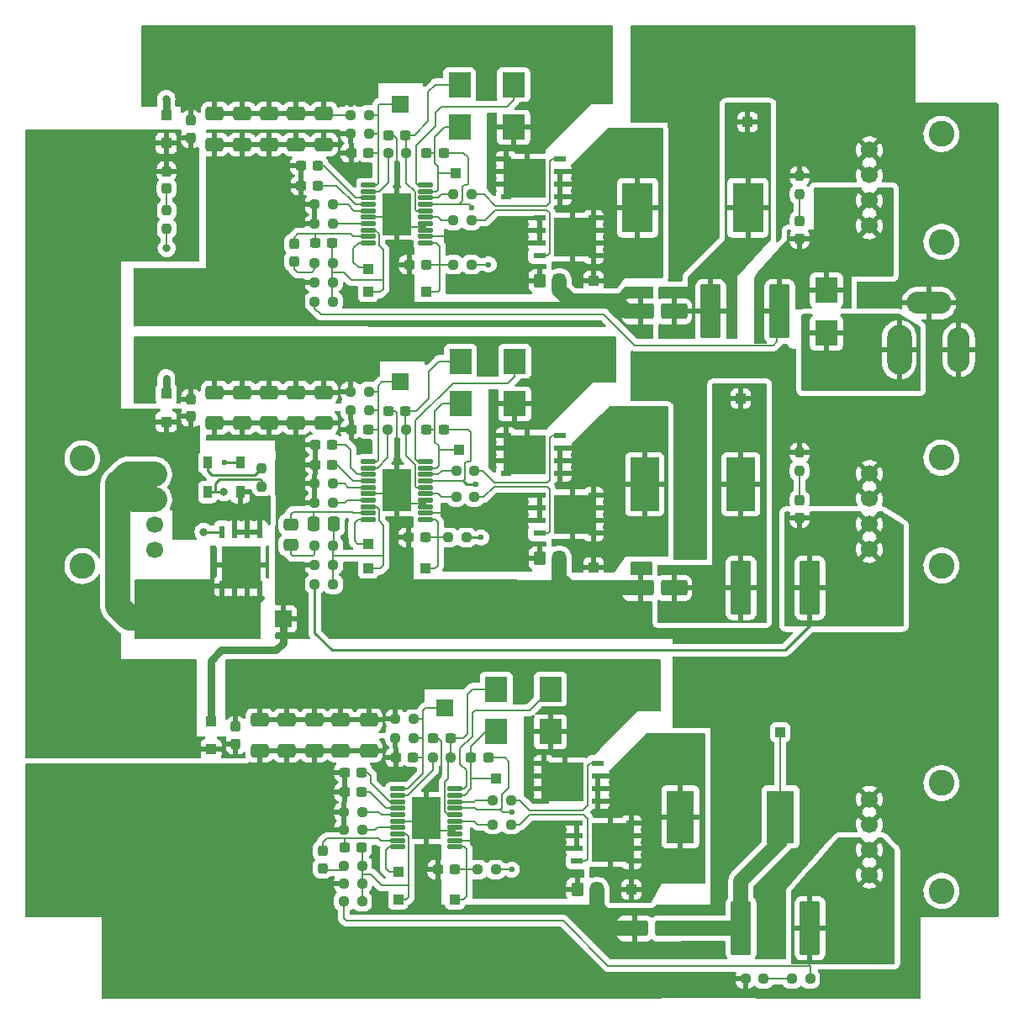
<source format=gbr>
%TF.GenerationSoftware,KiCad,Pcbnew,(6.0.4)*%
%TF.CreationDate,2023-02-06T16:45:10+05:30*%
%TF.ProjectId,CON0100,434f4e30-3130-4302-9e6b-696361645f70,rev?*%
%TF.SameCoordinates,Original*%
%TF.FileFunction,Copper,L1,Top*%
%TF.FilePolarity,Positive*%
%FSLAX46Y46*%
G04 Gerber Fmt 4.6, Leading zero omitted, Abs format (unit mm)*
G04 Created by KiCad (PCBNEW (6.0.4)) date 2023-02-06 16:45:10*
%MOMM*%
%LPD*%
G01*
G04 APERTURE LIST*
G04 Aperture macros list*
%AMRoundRect*
0 Rectangle with rounded corners*
0 $1 Rounding radius*
0 $2 $3 $4 $5 $6 $7 $8 $9 X,Y pos of 4 corners*
0 Add a 4 corners polygon primitive as box body*
4,1,4,$2,$3,$4,$5,$6,$7,$8,$9,$2,$3,0*
0 Add four circle primitives for the rounded corners*
1,1,$1+$1,$2,$3*
1,1,$1+$1,$4,$5*
1,1,$1+$1,$6,$7*
1,1,$1+$1,$8,$9*
0 Add four rect primitives between the rounded corners*
20,1,$1+$1,$2,$3,$4,$5,0*
20,1,$1+$1,$4,$5,$6,$7,0*
20,1,$1+$1,$6,$7,$8,$9,0*
20,1,$1+$1,$8,$9,$2,$3,0*%
G04 Aperture macros list end*
%TA.AperFunction,SMDPad,CuDef*%
%ADD10RoundRect,0.237500X-0.237500X0.250000X-0.237500X-0.250000X0.237500X-0.250000X0.237500X0.250000X0*%
%TD*%
%TA.AperFunction,SMDPad,CuDef*%
%ADD11R,0.610000X1.020000*%
%TD*%
%TA.AperFunction,SMDPad,CuDef*%
%ADD12R,3.910000X3.810000*%
%TD*%
%TA.AperFunction,SMDPad,CuDef*%
%ADD13R,0.610000X1.270000*%
%TD*%
%TA.AperFunction,SMDPad,CuDef*%
%ADD14R,0.900000X1.200000*%
%TD*%
%TA.AperFunction,SMDPad,CuDef*%
%ADD15RoundRect,0.237500X-0.250000X-0.237500X0.250000X-0.237500X0.250000X0.237500X-0.250000X0.237500X0*%
%TD*%
%TA.AperFunction,SMDPad,CuDef*%
%ADD16RoundRect,0.237500X0.237500X-0.287500X0.237500X0.287500X-0.237500X0.287500X-0.237500X-0.287500X0*%
%TD*%
%TA.AperFunction,SMDPad,CuDef*%
%ADD17RoundRect,0.237500X-0.237500X0.287500X-0.237500X-0.287500X0.237500X-0.287500X0.237500X0.287500X0*%
%TD*%
%TA.AperFunction,ComponentPad*%
%ADD18R,1.000000X1.000000*%
%TD*%
%TA.AperFunction,SMDPad,CuDef*%
%ADD19RoundRect,0.237500X0.250000X0.237500X-0.250000X0.237500X-0.250000X-0.237500X0.250000X-0.237500X0*%
%TD*%
%TA.AperFunction,SMDPad,CuDef*%
%ADD20R,1.270000X0.610000*%
%TD*%
%TA.AperFunction,SMDPad,CuDef*%
%ADD21R,3.810000X3.910000*%
%TD*%
%TA.AperFunction,SMDPad,CuDef*%
%ADD22R,1.020000X0.610000*%
%TD*%
%TA.AperFunction,ComponentPad*%
%ADD23R,1.700000X1.700000*%
%TD*%
%TA.AperFunction,SMDPad,CuDef*%
%ADD24R,2.300000X2.500000*%
%TD*%
%TA.AperFunction,SMDPad,CuDef*%
%ADD25RoundRect,0.250000X0.337500X0.475000X-0.337500X0.475000X-0.337500X-0.475000X0.337500X-0.475000X0*%
%TD*%
%TA.AperFunction,SMDPad,CuDef*%
%ADD26RoundRect,0.250000X-0.650000X0.412500X-0.650000X-0.412500X0.650000X-0.412500X0.650000X0.412500X0*%
%TD*%
%TA.AperFunction,SMDPad,CuDef*%
%ADD27R,2.900000X5.400000*%
%TD*%
%TA.AperFunction,SMDPad,CuDef*%
%ADD28RoundRect,0.020500X-0.699500X-0.184500X0.699500X-0.184500X0.699500X0.184500X-0.699500X0.184500X0*%
%TD*%
%TA.AperFunction,SMDPad,CuDef*%
%ADD29R,3.000000X4.200000*%
%TD*%
%TA.AperFunction,SMDPad,CuDef*%
%ADD30RoundRect,0.237500X-0.300000X-0.237500X0.300000X-0.237500X0.300000X0.237500X-0.300000X0.237500X0*%
%TD*%
%TA.AperFunction,SMDPad,CuDef*%
%ADD31R,1.100000X1.100000*%
%TD*%
%TA.AperFunction,ComponentPad*%
%ADD32C,2.600000*%
%TD*%
%TA.AperFunction,ComponentPad*%
%ADD33C,1.700000*%
%TD*%
%TA.AperFunction,SMDPad,CuDef*%
%ADD34RoundRect,0.237500X0.237500X-0.250000X0.237500X0.250000X-0.237500X0.250000X-0.237500X-0.250000X0*%
%TD*%
%TA.AperFunction,SMDPad,CuDef*%
%ADD35RoundRect,0.250000X1.075000X0.550000X-1.075000X0.550000X-1.075000X-0.550000X1.075000X-0.550000X0*%
%TD*%
%TA.AperFunction,SMDPad,CuDef*%
%ADD36RoundRect,0.237500X0.300000X0.237500X-0.300000X0.237500X-0.300000X-0.237500X0.300000X-0.237500X0*%
%TD*%
%TA.AperFunction,SMDPad,CuDef*%
%ADD37RoundRect,0.250000X-0.350000X-0.450000X0.350000X-0.450000X0.350000X0.450000X-0.350000X0.450000X0*%
%TD*%
%TA.AperFunction,SMDPad,CuDef*%
%ADD38R,2.800000X5.300000*%
%TD*%
%TA.AperFunction,SMDPad,CuDef*%
%ADD39RoundRect,0.237500X0.237500X-0.300000X0.237500X0.300000X-0.237500X0.300000X-0.237500X-0.300000X0*%
%TD*%
%TA.AperFunction,ComponentPad*%
%ADD40O,2.500000X5.000000*%
%TD*%
%TA.AperFunction,ComponentPad*%
%ADD41O,2.250000X4.500000*%
%TD*%
%TA.AperFunction,ComponentPad*%
%ADD42O,4.500000X2.250000*%
%TD*%
%TA.AperFunction,SMDPad,CuDef*%
%ADD43RoundRect,0.250001X-0.799999X-2.474999X0.799999X-2.474999X0.799999X2.474999X-0.799999X2.474999X0*%
%TD*%
%TA.AperFunction,SMDPad,CuDef*%
%ADD44RoundRect,0.250000X0.475000X-0.337500X0.475000X0.337500X-0.475000X0.337500X-0.475000X-0.337500X0*%
%TD*%
%TA.AperFunction,SMDPad,CuDef*%
%ADD45R,3.100000X5.000000*%
%TD*%
%TA.AperFunction,ViaPad*%
%ADD46C,0.800000*%
%TD*%
%TA.AperFunction,ViaPad*%
%ADD47C,0.600000*%
%TD*%
%TA.AperFunction,Conductor*%
%ADD48C,0.254000*%
%TD*%
%TA.AperFunction,Conductor*%
%ADD49C,0.762000*%
%TD*%
%TA.AperFunction,Conductor*%
%ADD50C,0.200000*%
%TD*%
%TA.AperFunction,Conductor*%
%ADD51C,2.540000*%
%TD*%
%TA.AperFunction,Conductor*%
%ADD52C,1.524000*%
%TD*%
%TA.AperFunction,Conductor*%
%ADD53C,0.203200*%
%TD*%
%TA.AperFunction,Conductor*%
%ADD54C,0.250000*%
%TD*%
G04 APERTURE END LIST*
D10*
%TO.P,R2,1*%
%TO.N,Net-(D2-Pad2)*%
X269947511Y-87682493D03*
%TO.P,R2,2*%
%TO.N,Net-(Q7-Pad4)*%
X269947511Y-89507493D03*
%TD*%
%TO.P,R1,1*%
%TO.N,Net-(D3-Pad1)*%
X260372511Y-61724993D03*
%TO.P,R1,2*%
%TO.N,GNDREF*%
X260372511Y-63549993D03*
%TD*%
D11*
%TO.P,Q7,5,D*%
%TO.N,VEXT*%
X267227511Y-99559993D03*
D12*
X267862511Y-97454993D03*
D11*
X265957511Y-99559993D03*
X269767511Y-99559993D03*
X268497511Y-99559993D03*
D13*
%TO.P,Q7,4,G*%
%TO.N,Net-(Q7-Pad4)*%
X265957511Y-94094993D03*
%TO.P,Q7,3,S*%
%TO.N,+28V*%
X267227511Y-94094993D03*
%TO.P,Q7,2,S*%
X268497511Y-94094993D03*
%TO.P,Q7,1,S*%
X269767511Y-94094993D03*
%TD*%
D14*
%TO.P,D13,2,A*%
%TO.N,Net-(Q7-Pad4)*%
X264497511Y-90094993D03*
%TO.P,D13,1,K*%
%TO.N,+28V*%
X267797511Y-90094993D03*
%TD*%
D15*
%TO.P,D12,1,K*%
%TO.N,Net-(R39-Pad2)*%
X323350011Y-139094993D03*
%TO.P,D12,2,A*%
%TO.N,+5V*%
X325175011Y-139094993D03*
%TD*%
D16*
%TO.P,D3,1,K*%
%TO.N,Net-(D3-Pad1)*%
X260362511Y-59517493D03*
%TO.P,D3,2,A*%
%TO.N,+28V*%
X260362511Y-57767493D03*
%TD*%
D17*
%TO.P,D7,1,K*%
%TO.N,Net-(R35-Pad1)*%
X324122511Y-90909993D03*
%TO.P,D7,2,A*%
%TO.N,+15V*%
X324122511Y-92659993D03*
%TD*%
D14*
%TO.P,D2,2,A*%
%TO.N,Net-(D2-Pad2)*%
X264497511Y-87094993D03*
%TO.P,D2,1,K*%
%TO.N,GNDREF*%
X267797511Y-87094993D03*
%TD*%
D18*
%TO.P,RAMP3,1,1*%
%TO.N,RAMP3*%
X289397511Y-131094993D03*
%TD*%
%TO.P,RAMP2,1,1*%
%TO.N,RAMP2*%
X286447511Y-97789993D03*
%TD*%
%TO.P,FB3,1,1*%
%TO.N,FB3*%
X283697511Y-131094993D03*
%TD*%
%TO.P,FB2,1,1*%
%TO.N,FB2*%
X280697511Y-97789995D03*
%TD*%
%TO.P,SW3,1,1*%
%TO.N,SW3*%
X307172511Y-130094993D03*
%TD*%
%TO.P,SW2,1,1*%
%TO.N,SW2*%
X303382500Y-97639995D03*
%TD*%
%TO.P,CM3,1,1*%
%TO.N,CM3*%
X283722511Y-128294993D03*
%TD*%
%TO.P,CM2,1,1*%
%TO.N,CM2*%
X280697511Y-95289995D03*
%TD*%
%TO.P,SW1,1,1*%
%TO.N,SW1*%
X303382500Y-68820000D03*
%TD*%
%TO.P,RAMP1,1,1*%
%TO.N,RAMP1*%
X286522511Y-69944993D03*
%TD*%
%TO.P,HB3,1,1*%
%TO.N,Net-(C42-Pad1)*%
X293522511Y-118969993D03*
%TD*%
%TO.P,HB2,1,1*%
%TO.N,Net-(C28-Pad1)*%
X289797511Y-85844993D03*
%TD*%
%TO.P,HB1,1,1*%
%TO.N,Net-(C13-Pad1)*%
X289497511Y-57994993D03*
%TD*%
%TO.P,FB1,1,1*%
%TO.N,FB1*%
X280682511Y-69944993D03*
%TD*%
%TO.P,CM1,1,1*%
%TO.N,CM1*%
X280702511Y-67644993D03*
%TD*%
%TO.P,+24V1,1,1*%
%TO.N,Net-(C14-Pad1)*%
X318897511Y-52794993D03*
%TD*%
%TO.P,+15V1,1,1*%
%TO.N,Net-(C29-Pad1)*%
X318192511Y-80644993D03*
%TD*%
%TO.P,+5V1,1,1*%
%TO.N,Net-(C43-Pad1)*%
X322172511Y-114269993D03*
%TD*%
D19*
%TO.P,R42,1*%
%TO.N,FB3*%
X280060011Y-127694993D03*
%TO.P,R42,2*%
%TO.N,Net-(C36-Pad1)*%
X278235011Y-127694993D03*
%TD*%
D20*
%TO.P,Q5,1,S*%
%TO.N,SW3*%
X303817511Y-121199993D03*
%TO.P,Q5,2,S*%
X303817511Y-119929993D03*
%TO.P,Q5,3,S*%
X303817511Y-118659993D03*
%TO.P,Q5,4,G*%
%TO.N,Net-(Q5-Pad4)*%
X303817511Y-117389993D03*
D21*
%TO.P,Q5,5,D*%
%TO.N,+28V2*%
X300457511Y-119294993D03*
D22*
X298352511Y-121199993D03*
X298352511Y-117389993D03*
X298352511Y-118659993D03*
X298352511Y-119929993D03*
%TD*%
D23*
%TO.P,J6,1,Pin_1*%
%TO.N,UVLO2*%
X283922511Y-78994993D03*
%TD*%
D24*
%TO.P,D9,1,K*%
%TO.N,Net-(D9-Pad1)*%
X295422511Y-76899991D03*
%TO.P,D9,2,A*%
%TO.N,+28V1*%
X295422511Y-81199991D03*
%TD*%
D25*
%TO.P,C24,1*%
%TO.N,FB2*%
X277247511Y-93264993D03*
%TO.P,C24,2*%
%TO.N,Net-(C21-Pad2)*%
X275172511Y-93264993D03*
%TD*%
D19*
%TO.P,R14,1*%
%TO.N,SW1*%
X291060011Y-67170002D03*
%TO.P,R14,2*%
%TO.N,RAMP1*%
X289235011Y-67170002D03*
%TD*%
D26*
%TO.P,C30,1*%
%TO.N,+28V2*%
X269722511Y-113032493D03*
%TO.P,C30,2*%
%TO.N,GNDREF*%
X269722511Y-116157493D03*
%TD*%
D20*
%TO.P,Q3,1,S*%
%TO.N,SW2*%
X300017500Y-88195002D03*
%TO.P,Q3,2,S*%
X300017500Y-86925002D03*
%TO.P,Q3,3,S*%
X300017500Y-85655002D03*
%TO.P,Q3,4,G*%
%TO.N,Net-(Q3-Pad4)*%
X300017500Y-84385002D03*
D22*
%TO.P,Q3,5,D*%
%TO.N,+28V1*%
X294552500Y-88195002D03*
X294552500Y-84385002D03*
X294552500Y-85655002D03*
X294552500Y-86925002D03*
D21*
X296657500Y-86290002D03*
%TD*%
D26*
%TO.P,C4,1*%
%TO.N,+28V0*%
X273422511Y-51957493D03*
%TO.P,C4,2*%
%TO.N,GNDREF*%
X273422511Y-55082493D03*
%TD*%
D19*
%TO.P,R46,1*%
%TO.N,FB3*%
X280060011Y-129494993D03*
%TO.P,R46,2*%
%TO.N,GNDREF*%
X278235011Y-129494993D03*
%TD*%
D17*
%TO.P,D8,1,K*%
%TO.N,Net-(D8-Pad1)*%
X324122511Y-62794993D03*
%TO.P,D8,2,A*%
%TO.N,+24V*%
X324122511Y-64544993D03*
%TD*%
D26*
%TO.P,C2,1*%
%TO.N,+28V0*%
X267972511Y-51957493D03*
%TO.P,C2,2*%
%TO.N,GNDREF*%
X267972511Y-55082493D03*
%TD*%
D27*
%TO.P,L2,1,1*%
%TO.N,SW2*%
X308507500Y-89290002D03*
%TO.P,L2,2,2*%
%TO.N,Net-(C29-Pad1)*%
X318207500Y-89290002D03*
%TD*%
D28*
%TO.P,U2,1,UVLO*%
%TO.N,UVLO1*%
X280685000Y-59150000D03*
%TO.P,U2,2,DEMB*%
%TO.N,Net-(R15-Pad1)*%
X280685000Y-59800000D03*
%TO.P,U2,3,RES*%
%TO.N,Net-(C9-Pad2)*%
X280685000Y-60450000D03*
%TO.P,U2,4,SS*%
%TO.N,Net-(C10-Pad2)*%
X280685000Y-61100000D03*
%TO.P,U2,5,RT*%
%TO.N,Net-(R11-Pad2)*%
X280685000Y-61750000D03*
%TO.P,U2,6,AGND*%
%TO.N,GNDREF*%
X280685000Y-62400000D03*
%TO.P,U2,7,VCCDIS*%
%TO.N,Net-(R10-Pad2)*%
X280685000Y-63050000D03*
%TO.P,U2,8,FB*%
%TO.N,FB1*%
X280685000Y-63700000D03*
%TO.P,U2,9,COMP*%
%TO.N,Net-(C7-Pad2)*%
X280685000Y-64350000D03*
%TO.P,U2,10,CM*%
%TO.N,CM1*%
X280685000Y-65000000D03*
%TO.P,U2,11,RAMP*%
%TO.N,RAMP1*%
X286455000Y-65000000D03*
%TO.P,U2,12,CS*%
%TO.N,Net-(Q2-Pad1)*%
X286455000Y-64350000D03*
%TO.P,U2,13,CSG*%
%TO.N,GNDREF*%
X286455000Y-63700000D03*
%TO.P,U2,14,PGND*%
X286455000Y-63050000D03*
%TO.P,U2,15,LO*%
%TO.N,Net-(R53-Pad1)*%
X286455000Y-62400000D03*
%TO.P,U2,16,Vcc*%
%TO.N,Net-(C12-Pad1)*%
X286455000Y-61750000D03*
%TO.P,U2,17,SW*%
%TO.N,SW1*%
X286455000Y-61100000D03*
%TO.P,U2,18,HO*%
%TO.N,Net-(R30-Pad1)*%
X286455000Y-60450000D03*
%TO.P,U2,19,HB*%
%TO.N,Net-(C13-Pad1)*%
X286455000Y-59800000D03*
%TO.P,U2,20,Vin*%
%TO.N,Net-(D4-Pad1)*%
X286455000Y-59150000D03*
D29*
%TO.P,U2,21,PWRGND*%
%TO.N,GNDREF*%
X283570000Y-62075000D03*
%TD*%
D16*
%TO.P,F1,1*%
%TO.N,+28V*%
X262822511Y-54394993D03*
%TO.P,F1,2*%
%TO.N,+28V0*%
X262822511Y-52644993D03*
%TD*%
D30*
%TO.P,C42,1*%
%TO.N,Net-(C42-Pad1)*%
X291035011Y-116794993D03*
%TO.P,C42,2*%
%TO.N,SW3*%
X292760011Y-116794993D03*
%TD*%
D15*
%TO.P,R10,1*%
%TO.N,GNDREF*%
X275297511Y-63074993D03*
%TO.P,R10,2*%
%TO.N,Net-(R10-Pad2)*%
X277122511Y-63074993D03*
%TD*%
D31*
%TO.P,D6,1,A1*%
%TO.N,GNDREF*%
X260347511Y-80189995D03*
%TO.P,D6,2,A2*%
%TO.N,+28V*%
X260347511Y-82989995D03*
%TD*%
D32*
%TO.P,J2,*%
%TO.N,*%
X338407511Y-54014993D03*
%TO.P,J2,0*%
%TO.N,N/C*%
X338407511Y-64874993D03*
D33*
%TO.P,J2,1,Pin_1*%
%TO.N,+24V*%
X331147511Y-63254993D03*
%TO.P,J2,2,Pin_2*%
X331147511Y-60714993D03*
%TO.P,J2,3,Pin_3*%
%TO.N,GNDREF*%
X331147511Y-58174993D03*
%TO.P,J2,4,Pin_4*%
X331147511Y-55634993D03*
%TD*%
D28*
%TO.P,U4,1,UVLO*%
%TO.N,UVLO3*%
X283635011Y-119974993D03*
%TO.P,U4,2,DEMB*%
%TO.N,Net-(R48-Pad1)*%
X283635011Y-120624993D03*
%TO.P,U4,3,RES*%
%TO.N,Net-(C38-Pad2)*%
X283635011Y-121274993D03*
%TO.P,U4,4,SS*%
%TO.N,Net-(C39-Pad2)*%
X283635011Y-121924993D03*
%TO.P,U4,5,RT*%
%TO.N,Net-(R44-Pad2)*%
X283635011Y-122574993D03*
%TO.P,U4,6,AGND*%
%TO.N,GNDREF*%
X283635011Y-123224993D03*
%TO.P,U4,7,VCCDIS*%
%TO.N,Net-(R43-Pad2)*%
X283635011Y-123874993D03*
%TO.P,U4,8,FB*%
%TO.N,FB3*%
X283635011Y-124524993D03*
%TO.P,U4,9,COMP*%
%TO.N,Net-(C36-Pad2)*%
X283635011Y-125174993D03*
%TO.P,U4,10,CM*%
%TO.N,CM3*%
X283635011Y-125824993D03*
%TO.P,U4,11,RAMP*%
%TO.N,RAMP3*%
X289405011Y-125824993D03*
%TO.P,U4,12,CS*%
%TO.N,Net-(Q6-Pad1)*%
X289405011Y-125174993D03*
%TO.P,U4,13,CSG*%
%TO.N,GNDREF*%
X289405011Y-124524993D03*
%TO.P,U4,14,PGND*%
X289405011Y-123874993D03*
%TO.P,U4,15,LO*%
%TO.N,Net-(R57-Pad1)*%
X289405011Y-123224993D03*
%TO.P,U4,16,Vcc*%
%TO.N,Net-(C41-Pad1)*%
X289405011Y-122574993D03*
%TO.P,U4,17,SW*%
%TO.N,SW3*%
X289405011Y-121924993D03*
%TO.P,U4,18,HO*%
%TO.N,Net-(R56-Pad1)*%
X289405011Y-121274993D03*
%TO.P,U4,19,HB*%
%TO.N,Net-(C42-Pad1)*%
X289405011Y-120624993D03*
%TO.P,U4,20,Vin*%
%TO.N,Net-(D14-Pad1)*%
X289405011Y-119974993D03*
D29*
%TO.P,U4,21,PWRGND*%
%TO.N,GNDREF*%
X286520011Y-122899993D03*
%TD*%
D32*
%TO.P,J3,*%
%TO.N,*%
X338407511Y-86614993D03*
%TO.P,J3,0*%
%TO.N,N/C*%
X338407511Y-97474993D03*
D33*
%TO.P,J3,1,Pin_1*%
%TO.N,+15V*%
X331147511Y-95854993D03*
%TO.P,J3,2,Pin_2*%
X331147511Y-93314993D03*
%TO.P,J3,3,Pin_3*%
%TO.N,GNDREF*%
X331147511Y-90774993D03*
%TO.P,J3,4,Pin_4*%
X331147511Y-88234993D03*
%TD*%
D30*
%TO.P,C13,1*%
%TO.N,Net-(C13-Pad1)*%
X286535011Y-55919993D03*
%TO.P,C13,2*%
%TO.N,SW1*%
X288260011Y-55919993D03*
%TD*%
D19*
%TO.P,R29,1*%
%TO.N,FB2*%
X277122511Y-97414993D03*
%TO.P,R29,2*%
%TO.N,GNDREF*%
X275297511Y-97414993D03*
%TD*%
D16*
%TO.P,F3,1*%
%TO.N,+28V*%
X262822511Y-82464995D03*
%TO.P,F3,2*%
%TO.N,+28V1*%
X262822511Y-80714995D03*
%TD*%
D34*
%TO.P,R35,1*%
%TO.N,Net-(R35-Pad1)*%
X324122511Y-87927495D03*
%TO.P,R35,2*%
%TO.N,GNDREF*%
X324122511Y-86102495D03*
%TD*%
D30*
%TO.P,C10,1*%
%TO.N,GNDREF*%
X273897511Y-59219993D03*
%TO.P,C10,2*%
%TO.N,Net-(C10-Pad2)*%
X275622511Y-59219993D03*
%TD*%
D35*
%TO.P,C29,1*%
%TO.N,Net-(C29-Pad1)*%
X311457500Y-99740002D03*
%TO.P,C29,2*%
%TO.N,GNDREF*%
X308107500Y-99740002D03*
%TD*%
D15*
%TO.P,R30,1*%
%TO.N,Net-(R30-Pad1)*%
X289235011Y-60119993D03*
%TO.P,R30,2*%
%TO.N,Net-(Q1-Pad4)*%
X291060011Y-60119993D03*
%TD*%
D36*
%TO.P,C20,1*%
%TO.N,UVLO2*%
X280685011Y-83764995D03*
%TO.P,C20,2*%
%TO.N,GNDREF*%
X278960011Y-83764995D03*
%TD*%
D26*
%TO.P,C5,1*%
%TO.N,+28V0*%
X276222511Y-51957493D03*
%TO.P,C5,2*%
%TO.N,GNDREF*%
X276222511Y-55082493D03*
%TD*%
D15*
%TO.P,R11,1*%
%TO.N,GNDREF*%
X275297511Y-61119993D03*
%TO.P,R11,2*%
%TO.N,Net-(R11-Pad2)*%
X277122511Y-61119993D03*
%TD*%
D37*
%TO.P,R33,1*%
%TO.N,Net-(Q4-Pad1)*%
X297922511Y-96744993D03*
%TO.P,R33,2*%
%TO.N,GNDREF*%
X299922511Y-96744993D03*
%TD*%
D15*
%TO.P,R39,1*%
%TO.N,GNDREF*%
X318655011Y-139094993D03*
%TO.P,R39,2*%
%TO.N,Net-(R39-Pad2)*%
X320480011Y-139094993D03*
%TD*%
%TO.P,R27,1*%
%TO.N,GNDREF*%
X275297511Y-89214993D03*
%TO.P,R27,2*%
%TO.N,Net-(R27-Pad2)*%
X277122511Y-89214993D03*
%TD*%
D26*
%TO.P,C15,1*%
%TO.N,+28V1*%
X265222511Y-80027495D03*
%TO.P,C15,2*%
%TO.N,GNDREF*%
X265222511Y-83152495D03*
%TD*%
D20*
%TO.P,Q4,1,S*%
%TO.N,Net-(Q4-Pad1)*%
X297912500Y-90399995D03*
%TO.P,Q4,2,S*%
X297912500Y-91669995D03*
%TO.P,Q4,3,S*%
X297912500Y-92939995D03*
%TO.P,Q4,4,G*%
%TO.N,Net-(Q4-Pad4)*%
X297912500Y-94209995D03*
D22*
%TO.P,Q4,5,D*%
%TO.N,SW2*%
X303377500Y-94209995D03*
X303377500Y-91669995D03*
D21*
X301272500Y-92304995D03*
D22*
X303377500Y-90399995D03*
X303377500Y-92939995D03*
%TD*%
D26*
%TO.P,C19,1*%
%TO.N,+28V1*%
X276222511Y-80027495D03*
%TO.P,C19,2*%
%TO.N,GNDREF*%
X276222511Y-83152495D03*
%TD*%
%TO.P,C1,1*%
%TO.N,+28V0*%
X265222511Y-51957493D03*
%TO.P,C1,2*%
%TO.N,GNDREF*%
X265222511Y-55082493D03*
%TD*%
D32*
%TO.P,J4,*%
%TO.N,*%
X338407511Y-119389993D03*
%TO.P,J4,0*%
%TO.N,N/C*%
X338407511Y-130249993D03*
D33*
%TO.P,J4,1,Pin_1*%
%TO.N,+5V*%
X331147511Y-128629993D03*
%TO.P,J4,2,Pin_2*%
X331147511Y-126089993D03*
%TO.P,J4,3,Pin_3*%
%TO.N,GNDREF*%
X331147511Y-123549993D03*
%TO.P,J4,4,Pin_4*%
X331147511Y-121009993D03*
%TD*%
D26*
%TO.P,C17,1*%
%TO.N,+28V1*%
X270722511Y-80027495D03*
%TO.P,C17,2*%
%TO.N,GNDREF*%
X270722511Y-83152495D03*
%TD*%
D15*
%TO.P,R7,1*%
%TO.N,+28V0*%
X278910011Y-52094993D03*
%TO.P,R7,2*%
%TO.N,UVLO1*%
X280735011Y-52094993D03*
%TD*%
D38*
%TO.P,L3,1,1*%
%TO.N,SW3*%
X312097511Y-122794993D03*
%TO.P,L3,2,2*%
%TO.N,Net-(C43-Pad1)*%
X322197511Y-122794993D03*
%TD*%
D15*
%TO.P,R43,1*%
%TO.N,GNDREF*%
X278235011Y-124094993D03*
%TO.P,R43,2*%
%TO.N,Net-(R43-Pad2)*%
X280060011Y-124094993D03*
%TD*%
D26*
%TO.P,C3,1*%
%TO.N,+28V0*%
X270722511Y-51957493D03*
%TO.P,C3,2*%
%TO.N,GNDREF*%
X270722511Y-55082493D03*
%TD*%
D16*
%TO.P,F6,1*%
%TO.N,+28V*%
X267322511Y-115469993D03*
%TO.P,F6,2*%
%TO.N,+28V2*%
X267322511Y-113719993D03*
%TD*%
D20*
%TO.P,Q6,1,S*%
%TO.N,Net-(Q6-Pad1)*%
X301712511Y-123439993D03*
%TO.P,Q6,2,S*%
X301712511Y-124709993D03*
%TO.P,Q6,3,S*%
X301712511Y-125979993D03*
%TO.P,Q6,4,G*%
%TO.N,Net-(Q6-Pad4)*%
X301712511Y-127249993D03*
D22*
%TO.P,Q6,5,D*%
%TO.N,SW3*%
X307177511Y-124709993D03*
X307177511Y-123439993D03*
D21*
X305072511Y-125344993D03*
D22*
X307177511Y-127249993D03*
X307177511Y-125979993D03*
%TD*%
D39*
%TO.P,C36,1*%
%TO.N,Net-(C36-Pad1)*%
X276097511Y-127957493D03*
%TO.P,C36,2*%
%TO.N,Net-(C36-Pad2)*%
X276097511Y-126232493D03*
%TD*%
D15*
%TO.P,R23,1*%
%TO.N,+28V1*%
X278910011Y-79939995D03*
%TO.P,R23,2*%
%TO.N,UVLO2*%
X280735011Y-79939995D03*
%TD*%
D24*
%TO.P,D19,1,K*%
%TO.N,Net-(D19-Pad1)*%
X326822511Y-74045000D03*
%TO.P,D19,2,A*%
%TO.N,+24V*%
X326822511Y-69745000D03*
%TD*%
%TO.P,D15,1,K*%
%TO.N,Net-(C42-Pad1)*%
X293572511Y-114219993D03*
%TO.P,D15,2,A*%
%TO.N,Net-(C41-Pad1)*%
X293572511Y-109919993D03*
%TD*%
%TO.P,D5,1,K*%
%TO.N,Net-(C13-Pad1)*%
X289872511Y-53344993D03*
%TO.P,D5,2,A*%
%TO.N,Net-(C12-Pad1)*%
X289872511Y-49044993D03*
%TD*%
D23*
%TO.P,J7,1,Pin_1*%
%TO.N,UVLO3*%
X288397511Y-111819993D03*
%TD*%
D24*
%TO.P,D4,1,K*%
%TO.N,Net-(D4-Pad1)*%
X295322511Y-49044993D03*
%TO.P,D4,2,A*%
%TO.N,+28V0*%
X295322511Y-53344993D03*
%TD*%
D15*
%TO.P,R56,1*%
%TO.N,Net-(R56-Pad1)*%
X293235011Y-121094993D03*
%TO.P,R56,2*%
%TO.N,Net-(Q5-Pad4)*%
X295060011Y-121094993D03*
%TD*%
D34*
%TO.P,R20,1*%
%TO.N,Net-(D8-Pad1)*%
X324122511Y-60082493D03*
%TO.P,R20,2*%
%TO.N,GNDREF*%
X324122511Y-58257493D03*
%TD*%
D19*
%TO.P,R13,1*%
%TO.N,FB1*%
X277122511Y-68939993D03*
%TO.P,R13,2*%
%TO.N,GNDREF*%
X275297511Y-68939993D03*
%TD*%
D40*
%TO.P,J10,1*%
%TO.N,Net-(D19-Pad1)*%
X334147511Y-75744993D03*
D41*
%TO.P,J10,2*%
%TO.N,GNDREF*%
X340147511Y-75744993D03*
D42*
%TO.P,J10,3*%
X337147511Y-71044993D03*
%TD*%
D39*
%TO.P,C7,1*%
%TO.N,Net-(C7-Pad1)*%
X273210011Y-66832493D03*
%TO.P,C7,2*%
%TO.N,Net-(C7-Pad2)*%
X273210011Y-65107493D03*
%TD*%
D24*
%TO.P,D10,1,K*%
%TO.N,Net-(C28-Pad1)*%
X289972511Y-81199991D03*
%TO.P,D10,2,A*%
%TO.N,Net-(C27-Pad1)*%
X289972511Y-76899991D03*
%TD*%
D30*
%TO.P,C38,1*%
%TO.N,GNDREF*%
X278285011Y-118294993D03*
%TO.P,C38,2*%
%TO.N,Net-(C38-Pad2)*%
X280010011Y-118294993D03*
%TD*%
D36*
%TO.P,C35,1*%
%TO.N,UVLO3*%
X285185011Y-116794993D03*
%TO.P,C35,2*%
%TO.N,GNDREF*%
X283460011Y-116794993D03*
%TD*%
D15*
%TO.P,R57,1*%
%TO.N,Net-(R57-Pad1)*%
X293235011Y-123544993D03*
%TO.P,R57,2*%
%TO.N,Net-(Q6-Pad4)*%
X295060011Y-123544993D03*
%TD*%
%TO.P,R28,1*%
%TO.N,+15V*%
X275297511Y-99364993D03*
%TO.P,R28,2*%
%TO.N,FB2*%
X277122511Y-99364993D03*
%TD*%
D19*
%TO.P,R8,1*%
%TO.N,UVLO1*%
X280735011Y-54007493D03*
%TO.P,R8,2*%
%TO.N,GNDREF*%
X278910011Y-54007493D03*
%TD*%
D15*
%TO.P,R48,1*%
%TO.N,Net-(R48-Pad1)*%
X287160011Y-116794993D03*
%TO.P,R48,2*%
%TO.N,Net-(C41-Pad1)*%
X288985011Y-116794993D03*
%TD*%
D26*
%TO.P,C33,1*%
%TO.N,+28V2*%
X277922511Y-113032493D03*
%TO.P,C33,2*%
%TO.N,GNDREF*%
X277922511Y-116157493D03*
%TD*%
D43*
%TO.P,F2,1*%
%TO.N,Net-(C14-Pad1)*%
X315172511Y-71895000D03*
%TO.P,F2,2*%
%TO.N,+24V*%
X322122511Y-71895000D03*
%TD*%
D30*
%TO.P,C22,1*%
%TO.N,GNDREF*%
X275347511Y-85289993D03*
%TO.P,C22,2*%
%TO.N,Net-(C22-Pad2)*%
X277072511Y-85289993D03*
%TD*%
D44*
%TO.P,C21,1*%
%TO.N,Net-(C21-Pad1)*%
X272872511Y-95427495D03*
%TO.P,C21,2*%
%TO.N,Net-(C21-Pad2)*%
X272872511Y-93352495D03*
%TD*%
D15*
%TO.P,R53,1*%
%TO.N,Net-(R53-Pad1)*%
X289235011Y-62719993D03*
%TO.P,R53,2*%
%TO.N,Net-(Q2-Pad4)*%
X291060011Y-62719993D03*
%TD*%
%TO.P,R12,1*%
%TO.N,+24V*%
X275297511Y-70894993D03*
%TO.P,R12,2*%
%TO.N,FB1*%
X277122511Y-70894993D03*
%TD*%
D43*
%TO.P,F5,1*%
%TO.N,Net-(C43-Pad1)*%
X318217511Y-134019993D03*
%TO.P,F5,2*%
%TO.N,+5V*%
X325167511Y-134019993D03*
%TD*%
D26*
%TO.P,C18,1*%
%TO.N,+28V1*%
X273422511Y-80027495D03*
%TO.P,C18,2*%
%TO.N,GNDREF*%
X273422511Y-83152495D03*
%TD*%
D19*
%TO.P,R24,1*%
%TO.N,UVLO2*%
X280735011Y-81852495D03*
%TO.P,R24,2*%
%TO.N,GNDREF*%
X278910011Y-81852495D03*
%TD*%
D30*
%TO.P,C9,1*%
%TO.N,GNDREF*%
X273872511Y-57194993D03*
%TO.P,C9,2*%
%TO.N,Net-(C9-Pad2)*%
X275597511Y-57194993D03*
%TD*%
D28*
%TO.P,U3,1,UVLO*%
%TO.N,UVLO2*%
X280684993Y-86994993D03*
%TO.P,U3,2,DEMB*%
%TO.N,Net-(R32-Pad1)*%
X280684993Y-87644993D03*
%TO.P,U3,3,RES*%
%TO.N,Net-(C22-Pad2)*%
X280684993Y-88294993D03*
%TO.P,U3,4,SS*%
%TO.N,Net-(C23-Pad2)*%
X280684993Y-88944993D03*
%TO.P,U3,5,RT*%
%TO.N,Net-(R27-Pad2)*%
X280684993Y-89594993D03*
%TO.P,U3,6,AGND*%
%TO.N,GNDREF*%
X280684993Y-90244993D03*
%TO.P,U3,7,VCCDIS*%
%TO.N,Net-(R26-Pad2)*%
X280684993Y-90894993D03*
%TO.P,U3,8,FB*%
%TO.N,FB2*%
X280684993Y-91544993D03*
%TO.P,U3,9,COMP*%
%TO.N,Net-(C21-Pad2)*%
X280684993Y-92194993D03*
%TO.P,U3,10,CM*%
%TO.N,CM2*%
X280684993Y-92844993D03*
%TO.P,U3,11,RAMP*%
%TO.N,RAMP2*%
X286454993Y-92844993D03*
%TO.P,U3,12,CS*%
%TO.N,Net-(Q4-Pad1)*%
X286454993Y-92194993D03*
%TO.P,U3,13,CSG*%
%TO.N,GNDREF*%
X286454993Y-91544993D03*
%TO.P,U3,14,PGND*%
X286454993Y-90894993D03*
%TO.P,U3,15,LO*%
%TO.N,Net-(R55-Pad1)*%
X286454993Y-90244993D03*
%TO.P,U3,16,Vcc*%
%TO.N,Net-(C27-Pad1)*%
X286454993Y-89594993D03*
%TO.P,U3,17,SW*%
%TO.N,SW2*%
X286454993Y-88944993D03*
%TO.P,U3,18,HO*%
%TO.N,Net-(R54-Pad1)*%
X286454993Y-88294993D03*
%TO.P,U3,19,HB*%
%TO.N,Net-(C28-Pad1)*%
X286454993Y-87644993D03*
%TO.P,U3,20,Vin*%
%TO.N,Net-(D9-Pad1)*%
X286454993Y-86994993D03*
D29*
%TO.P,U3,21,PWRGND*%
%TO.N,GNDREF*%
X283569993Y-89919993D03*
%TD*%
D19*
%TO.P,R47,1*%
%TO.N,SW3*%
X293510011Y-128094993D03*
%TO.P,R47,2*%
%TO.N,RAMP3*%
X291685011Y-128094993D03*
%TD*%
D36*
%TO.P,C12,1*%
%TO.N,Net-(C12-Pad1)*%
X284435011Y-54119993D03*
%TO.P,C12,2*%
%TO.N,GNDREF*%
X282710011Y-54119993D03*
%TD*%
D19*
%TO.P,R9,1*%
%TO.N,FB1*%
X277122511Y-66984993D03*
%TO.P,R9,2*%
%TO.N,Net-(C7-Pad1)*%
X275297511Y-66984993D03*
%TD*%
%TO.P,R41,1*%
%TO.N,UVLO3*%
X285235011Y-114844993D03*
%TO.P,R41,2*%
%TO.N,GNDREF*%
X283410011Y-114844993D03*
%TD*%
D30*
%TO.P,C37,1*%
%TO.N,Net-(C36-Pad2)*%
X278285011Y-125894993D03*
%TO.P,C37,2*%
%TO.N,FB3*%
X280010011Y-125894993D03*
%TD*%
D36*
%TO.P,C26,1*%
%TO.N,RAMP2*%
X286460011Y-94639995D03*
%TO.P,C26,2*%
%TO.N,GNDREF*%
X284735011Y-94639995D03*
%TD*%
D45*
%TO.P,L1,1,1*%
%TO.N,SW1*%
X307807500Y-61445000D03*
%TO.P,L1,2,2*%
%TO.N,Net-(C14-Pad1)*%
X318907500Y-61445000D03*
%TD*%
D15*
%TO.P,R45,1*%
%TO.N,+5V*%
X278235011Y-131294993D03*
%TO.P,R45,2*%
%TO.N,FB3*%
X280060011Y-131294993D03*
%TD*%
D36*
%TO.P,C11,1*%
%TO.N,RAMP1*%
X286535011Y-67169993D03*
%TO.P,C11,2*%
%TO.N,GNDREF*%
X284810011Y-67169993D03*
%TD*%
D19*
%TO.P,R31,1*%
%TO.N,SW2*%
X290560011Y-94639995D03*
%TO.P,R31,2*%
%TO.N,RAMP2*%
X288735011Y-94639995D03*
%TD*%
D33*
%TO.P,J1,4,Pin_4*%
%TO.N,GNDREF*%
X259147511Y-95904993D03*
%TO.P,J1,3,Pin_3*%
X259147511Y-93364993D03*
%TO.P,J1,2,Pin_2*%
%TO.N,VEXT*%
X259147511Y-90824993D03*
%TO.P,J1,1,Pin_1*%
X259147511Y-88284993D03*
D32*
%TO.P,J1,0*%
%TO.N,N/C*%
X251887511Y-86664993D03*
%TO.P,J1,*%
%TO.N,*%
X251887511Y-97524993D03*
%TD*%
D26*
%TO.P,C34,1*%
%TO.N,+28V2*%
X280722511Y-113032493D03*
%TO.P,C34,2*%
%TO.N,GNDREF*%
X280722511Y-116157493D03*
%TD*%
%TO.P,C32,1*%
%TO.N,+28V2*%
X275222511Y-113032493D03*
%TO.P,C32,2*%
%TO.N,GNDREF*%
X275222511Y-116157493D03*
%TD*%
D30*
%TO.P,C23,1*%
%TO.N,GNDREF*%
X275347511Y-87314993D03*
%TO.P,C23,2*%
%TO.N,Net-(C23-Pad2)*%
X277072511Y-87314993D03*
%TD*%
D37*
%TO.P,R49,1*%
%TO.N,Net-(Q6-Pad1)*%
X301722511Y-130094993D03*
%TO.P,R49,2*%
%TO.N,GNDREF*%
X303722511Y-130094993D03*
%TD*%
%TO.P,R16,1*%
%TO.N,Net-(Q2-Pad1)*%
X297922511Y-68820000D03*
%TO.P,R16,2*%
%TO.N,GNDREF*%
X299922511Y-68820000D03*
%TD*%
D24*
%TO.P,D14,1,K*%
%TO.N,Net-(D14-Pad1)*%
X299022511Y-109919993D03*
%TO.P,D14,2,A*%
%TO.N,+28V2*%
X299022511Y-114219993D03*
%TD*%
D15*
%TO.P,R15,1*%
%TO.N,Net-(R15-Pad1)*%
X282672511Y-55919993D03*
%TO.P,R15,2*%
%TO.N,Net-(C12-Pad1)*%
X284497511Y-55919993D03*
%TD*%
D30*
%TO.P,C39,1*%
%TO.N,GNDREF*%
X278285011Y-120294993D03*
%TO.P,C39,2*%
%TO.N,Net-(C39-Pad2)*%
X280010011Y-120294993D03*
%TD*%
D35*
%TO.P,C43,1*%
%TO.N,Net-(C43-Pad1)*%
X310897511Y-134019993D03*
%TO.P,C43,2*%
%TO.N,GNDREF*%
X307547511Y-134019993D03*
%TD*%
D23*
%TO.P,J8,1,Pin_1*%
%TO.N,GNDREF*%
X272102511Y-102864993D03*
%TD*%
D15*
%TO.P,R26,1*%
%TO.N,GNDREF*%
X275297511Y-91164993D03*
%TO.P,R26,2*%
%TO.N,Net-(R26-Pad2)*%
X277122511Y-91164993D03*
%TD*%
D31*
%TO.P,D11,1,A1*%
%TO.N,GNDREF*%
X264847511Y-113194993D03*
%TO.P,D11,2,A2*%
%TO.N,+28V*%
X264847511Y-115994993D03*
%TD*%
D36*
%TO.P,C6,1*%
%TO.N,UVLO1*%
X280685011Y-55919993D03*
%TO.P,C6,2*%
%TO.N,GNDREF*%
X278960011Y-55919993D03*
%TD*%
D30*
%TO.P,C8,1*%
%TO.N,Net-(C7-Pad2)*%
X275347511Y-65029993D03*
%TO.P,C8,2*%
%TO.N,FB1*%
X277072511Y-65029993D03*
%TD*%
D15*
%TO.P,R40,1*%
%TO.N,+28V2*%
X283410011Y-112939993D03*
%TO.P,R40,2*%
%TO.N,UVLO3*%
X285235011Y-112939993D03*
%TD*%
D36*
%TO.P,C41,1*%
%TO.N,Net-(C41-Pad1)*%
X288935011Y-114844993D03*
%TO.P,C41,2*%
%TO.N,GNDREF*%
X287210011Y-114844993D03*
%TD*%
D26*
%TO.P,C31,1*%
%TO.N,+28V2*%
X272472511Y-113032493D03*
%TO.P,C31,2*%
%TO.N,GNDREF*%
X272472511Y-116157493D03*
%TD*%
D36*
%TO.P,C27,1*%
%TO.N,Net-(C27-Pad1)*%
X284435011Y-81964995D03*
%TO.P,C27,2*%
%TO.N,GNDREF*%
X282710011Y-81964995D03*
%TD*%
D26*
%TO.P,C16,1*%
%TO.N,+28V1*%
X267972511Y-80027495D03*
%TO.P,C16,2*%
%TO.N,GNDREF*%
X267972511Y-83152495D03*
%TD*%
D15*
%TO.P,R32,1*%
%TO.N,Net-(R32-Pad1)*%
X282660011Y-83764995D03*
%TO.P,R32,2*%
%TO.N,Net-(C27-Pad1)*%
X284485011Y-83764995D03*
%TD*%
D23*
%TO.P,J5,1,Pin_1*%
%TO.N,UVLO1*%
X283897511Y-50994993D03*
%TD*%
D15*
%TO.P,R44,1*%
%TO.N,GNDREF*%
X278235011Y-122294993D03*
%TO.P,R44,2*%
%TO.N,Net-(R44-Pad2)*%
X280060011Y-122294993D03*
%TD*%
D31*
%TO.P,D1,1,A1*%
%TO.N,GNDREF*%
X260347511Y-52137493D03*
%TO.P,D1,2,A2*%
%TO.N,+28V*%
X260347511Y-54937493D03*
%TD*%
D15*
%TO.P,R54,1*%
%TO.N,Net-(R54-Pad1)*%
X289535011Y-87964995D03*
%TO.P,R54,2*%
%TO.N,Net-(Q3-Pad4)*%
X291360011Y-87964995D03*
%TD*%
D20*
%TO.P,Q2,1,S*%
%TO.N,Net-(Q2-Pad1)*%
X297912500Y-62490000D03*
%TO.P,Q2,2,S*%
X297912500Y-63760000D03*
%TO.P,Q2,3,S*%
X297912500Y-65030000D03*
%TO.P,Q2,4,G*%
%TO.N,Net-(Q2-Pad4)*%
X297912500Y-66300000D03*
D22*
%TO.P,Q2,5,D*%
%TO.N,SW1*%
X303377500Y-63760000D03*
D21*
X301272500Y-64395000D03*
D22*
X303377500Y-65030000D03*
X303377500Y-66300000D03*
X303377500Y-62490000D03*
%TD*%
D30*
%TO.P,C28,1*%
%TO.N,Net-(C28-Pad1)*%
X286535011Y-83764995D03*
%TO.P,C28,2*%
%TO.N,SW2*%
X288260011Y-83764995D03*
%TD*%
D43*
%TO.P,F4,1*%
%TO.N,Net-(C29-Pad1)*%
X318217511Y-99740002D03*
%TO.P,F4,2*%
%TO.N,+15V*%
X325167511Y-99740002D03*
%TD*%
D36*
%TO.P,C40,1*%
%TO.N,RAMP3*%
X289410011Y-128094993D03*
%TO.P,C40,2*%
%TO.N,GNDREF*%
X287685011Y-128094993D03*
%TD*%
D15*
%TO.P,R55,1*%
%TO.N,Net-(R55-Pad1)*%
X289535011Y-90564995D03*
%TO.P,R55,2*%
%TO.N,Net-(Q4-Pad4)*%
X291360011Y-90564995D03*
%TD*%
D19*
%TO.P,R25,1*%
%TO.N,FB2*%
X277122511Y-95494993D03*
%TO.P,R25,2*%
%TO.N,Net-(C21-Pad1)*%
X275297511Y-95494993D03*
%TD*%
D20*
%TO.P,Q1,1,S*%
%TO.N,SW1*%
X300017500Y-60350000D03*
%TO.P,Q1,2,S*%
X300017500Y-59080000D03*
%TO.P,Q1,3,S*%
X300017500Y-57810000D03*
%TO.P,Q1,4,G*%
%TO.N,Net-(Q1-Pad4)*%
X300017500Y-56540000D03*
D22*
%TO.P,Q1,5,D*%
%TO.N,+28V0*%
X294552500Y-59080000D03*
D21*
X296657500Y-58445000D03*
D22*
X294552500Y-60350000D03*
X294552500Y-56540000D03*
X294552500Y-57810000D03*
%TD*%
D35*
%TO.P,C14,1*%
%TO.N,Net-(C14-Pad1)*%
X311457500Y-71895000D03*
%TO.P,C14,2*%
%TO.N,GNDREF*%
X308107500Y-71895000D03*
%TD*%
D46*
%TO.N,GNDREF*%
X260382511Y-65514993D03*
%TO.N,Net-(Q7-Pad4)*%
X266147511Y-90094993D03*
X264097511Y-94094993D03*
D47*
%TO.N,GNDREF*%
X266212511Y-87094993D03*
X278462511Y-94904993D03*
D46*
%TO.N,VEXT*%
X260452511Y-101744993D03*
X258952511Y-101744993D03*
X261952511Y-101744993D03*
X261952511Y-102744993D03*
X260452511Y-102744993D03*
X258952511Y-102744993D03*
X258952511Y-103744993D03*
X260452511Y-103744993D03*
X261952511Y-103744993D03*
X267832511Y-96084993D03*
X266332511Y-96084993D03*
X269332511Y-96084993D03*
X269332511Y-97084993D03*
X267832511Y-97084993D03*
X266332511Y-97084993D03*
X266332511Y-98084993D03*
X267832511Y-98084993D03*
X269332511Y-98084993D03*
X267832511Y-103724993D03*
X266332511Y-103724993D03*
X264832511Y-103724993D03*
X264832511Y-102724993D03*
X266332511Y-102724993D03*
X267832511Y-102724993D03*
X267832511Y-101724993D03*
X264832511Y-101724993D03*
X266332511Y-101724993D03*
%TO.N,Net-(Q6-Pad1)*%
X298842511Y-128194993D03*
X298842511Y-125194993D03*
%TO.N,Net-(Q4-Pad1)*%
X295152511Y-94284993D03*
X295162511Y-91114993D03*
%TO.N,+28V*%
X250702511Y-78284993D03*
%TO.N,GNDREF*%
X314302511Y-61094993D03*
X313302511Y-58094993D03*
X287512511Y-124424993D03*
X318492511Y-125094993D03*
X272672511Y-122594993D03*
X282552511Y-62014993D03*
X312122511Y-89094993D03*
X278997511Y-57719993D03*
X272672511Y-124094993D03*
X318492511Y-122094993D03*
X331122511Y-107764993D03*
X335122511Y-107764993D03*
X291222511Y-99844993D03*
X247912511Y-131424993D03*
D47*
X260342511Y-78584993D03*
D46*
X268182511Y-63054993D03*
X268182511Y-61554993D03*
X271992511Y-85289993D03*
X318492511Y-119094993D03*
X295222511Y-103844993D03*
X314302511Y-58094993D03*
X295222511Y-101844993D03*
X282552511Y-60514993D03*
X269182511Y-63054993D03*
X283562511Y-88414993D03*
X289632511Y-137484993D03*
X286632511Y-140484993D03*
X271992511Y-87314993D03*
X284552511Y-62014993D03*
X291147511Y-103844993D03*
X331047511Y-111764993D03*
X286632511Y-137484993D03*
X316492511Y-122094993D03*
D47*
X281592511Y-126304993D03*
D46*
X273492511Y-87314993D03*
X271672511Y-122594993D03*
X331097511Y-109764993D03*
X283562511Y-89914993D03*
X284552511Y-63514993D03*
X313122511Y-89094993D03*
X289632511Y-140484993D03*
X284562511Y-91414993D03*
X287512511Y-121424993D03*
X317492511Y-119094993D03*
X329952511Y-47094993D03*
X253912511Y-125424993D03*
X314122511Y-92094993D03*
X316492511Y-125094993D03*
X312302511Y-58094993D03*
X313122511Y-86094993D03*
X289632511Y-134484993D03*
X292632511Y-137484993D03*
X286512511Y-121424993D03*
X312302511Y-61094993D03*
X287512511Y-122924993D03*
X270672511Y-121094993D03*
X270672511Y-124094993D03*
X270672511Y-122594993D03*
X314122511Y-89094993D03*
X286512511Y-124424993D03*
X333122511Y-111764993D03*
X312122511Y-92094993D03*
X269182511Y-61554993D03*
X317492511Y-122094993D03*
X268182511Y-64554993D03*
X286512511Y-122924993D03*
X282562511Y-91414993D03*
X335122511Y-109764993D03*
X333122511Y-107764993D03*
X327952511Y-47094993D03*
X285512511Y-121424993D03*
X293222511Y-101844993D03*
X325952511Y-45094993D03*
X284552511Y-60514993D03*
X253912511Y-131424993D03*
X273462511Y-89214993D03*
X335122511Y-111764993D03*
X313302511Y-61094993D03*
X247912511Y-128424993D03*
X323632511Y-47094993D03*
X286632511Y-134484993D03*
X250912511Y-131424993D03*
X247912511Y-125424993D03*
X313122511Y-92094993D03*
X260347511Y-50494993D03*
X325877511Y-49094993D03*
X283552511Y-62014993D03*
X285512511Y-122924993D03*
X293222511Y-99844993D03*
X293222511Y-103844993D03*
X292632511Y-140484993D03*
X327952511Y-45094993D03*
X273492511Y-85289993D03*
X282552511Y-63514993D03*
X282562511Y-89914993D03*
X327952511Y-49094993D03*
X284562511Y-88414993D03*
X312122511Y-86094993D03*
X325927511Y-47094993D03*
X317492511Y-125094993D03*
X250912511Y-125424993D03*
X316492511Y-119094993D03*
X272672511Y-121094993D03*
X282562511Y-88414993D03*
X285512511Y-124424993D03*
X312302511Y-64094993D03*
X253912511Y-128424993D03*
X271672511Y-124094993D03*
X314302511Y-64094993D03*
X267182511Y-63054993D03*
X329952511Y-45094993D03*
X314122511Y-86094993D03*
X269182511Y-64554993D03*
X291197511Y-101844993D03*
X267182511Y-64554993D03*
X313302511Y-64094993D03*
X295222511Y-99844993D03*
X284562511Y-89914993D03*
X329952511Y-49094993D03*
X250912511Y-128424993D03*
X292632511Y-134484993D03*
X283552511Y-60514993D03*
X333122511Y-109764993D03*
X271672511Y-121094993D03*
X283552511Y-63514993D03*
X267182511Y-61554993D03*
X283562511Y-91414993D03*
%TO.N,+15V*%
X330702511Y-102724993D03*
X330702511Y-99724993D03*
X327702511Y-99724993D03*
X333702511Y-102724993D03*
X325132511Y-94644993D03*
X327762511Y-92724993D03*
X327702511Y-102724993D03*
X327702511Y-96724993D03*
X333702511Y-99724993D03*
%TO.N,+5V*%
X328792511Y-136374993D03*
X326362511Y-128514993D03*
X328492511Y-126014993D03*
X328512511Y-130944993D03*
X328792511Y-133374993D03*
X331792511Y-133374993D03*
X331792511Y-136374993D03*
%TO.N,+28V*%
X247702511Y-78284993D03*
X251142511Y-106814993D03*
X247702511Y-75284993D03*
X253702511Y-75284993D03*
X248142511Y-106814993D03*
X250702511Y-81284993D03*
X253702511Y-78284993D03*
X247702511Y-81284993D03*
X248142511Y-109814993D03*
X251142511Y-109814993D03*
X251142511Y-112814993D03*
X248142511Y-112814993D03*
X254142511Y-106814993D03*
X250702511Y-75284993D03*
X253702511Y-81284993D03*
X254142511Y-109814993D03*
X254142511Y-112814993D03*
%TO.N,SW1*%
X305022511Y-59324993D03*
X305022511Y-61324993D03*
X302302511Y-62874993D03*
X300302511Y-64374993D03*
D47*
X292822511Y-67169993D03*
D46*
X307022511Y-57074993D03*
X301302511Y-64374993D03*
X307022511Y-54764993D03*
X304997511Y-57074993D03*
X301302511Y-62874993D03*
X300302511Y-65874993D03*
D47*
X291122511Y-61419993D03*
D46*
X309022511Y-57074993D03*
X302302511Y-65874993D03*
X301302511Y-65874993D03*
X309022511Y-54764993D03*
X302302511Y-64374993D03*
X305022511Y-63399993D03*
X305022511Y-54764993D03*
X300302511Y-62874993D03*
%TO.N,SW2*%
X307412511Y-84714993D03*
X300122511Y-93804993D03*
X301122511Y-93804993D03*
X300122511Y-92304993D03*
X302122511Y-90804993D03*
X300122511Y-90804993D03*
X305412511Y-82404993D03*
X305412511Y-91039993D03*
X307412511Y-82404993D03*
X305412511Y-88964993D03*
X302122511Y-92304993D03*
D47*
X291497510Y-89269983D03*
D46*
X309412511Y-84714993D03*
X301122511Y-92304993D03*
X302122511Y-93804993D03*
X301122511Y-90804993D03*
X309412511Y-82404993D03*
X305387511Y-84714993D03*
D47*
X292047522Y-94640000D03*
D46*
X305412511Y-86964993D03*
%TO.N,SW3*%
X311262511Y-117854993D03*
X309232511Y-120029993D03*
X311172511Y-115524993D03*
X305022511Y-125334993D03*
X304022511Y-126834993D03*
D47*
X295147511Y-122319993D03*
D46*
X306022511Y-123834993D03*
X305022511Y-123834993D03*
X304022511Y-123834993D03*
D47*
X295147511Y-128094993D03*
D46*
X305022511Y-126834993D03*
X304022511Y-125334993D03*
X313172511Y-115524993D03*
X306022511Y-125334993D03*
X309232511Y-124104993D03*
X306022511Y-126834993D03*
X313262511Y-117854993D03*
X309237511Y-117854993D03*
X309172511Y-115524993D03*
X309232511Y-122029993D03*
%TO.N,Net-(Q2-Pad1)*%
X290142511Y-65294993D03*
X295147511Y-63294993D03*
X295147511Y-66294993D03*
%TO.N,+28V0*%
X301392511Y-44314993D03*
X298392511Y-50314993D03*
X295762511Y-59914993D03*
X296762511Y-58414993D03*
X298392511Y-44314993D03*
X295762511Y-58414993D03*
X296762511Y-59914993D03*
X304392511Y-44314993D03*
X297762511Y-59914993D03*
X292892511Y-46544993D03*
X304392511Y-50314993D03*
X295762511Y-56914993D03*
X289892511Y-46544993D03*
X295892511Y-44134993D03*
X292892511Y-44134993D03*
X304392511Y-47314993D03*
X297762511Y-58414993D03*
X297762511Y-56914993D03*
X301392511Y-50314993D03*
X289892511Y-44134993D03*
X296762511Y-56914993D03*
X295892511Y-46544993D03*
X301392511Y-47314993D03*
X298392511Y-47314993D03*
%TO.N,Net-(D19-Pad1)*%
X328302511Y-78844993D03*
X329872511Y-77224993D03*
X329872511Y-73334993D03*
X331122511Y-75404993D03*
X331302511Y-78844993D03*
X326832511Y-77284993D03*
X325302511Y-78844993D03*
%TO.N,+28V1*%
X295772511Y-84784993D03*
X301872511Y-75264993D03*
X296772511Y-84784993D03*
X295772511Y-87784993D03*
X298872511Y-81264993D03*
X296772511Y-87784993D03*
X298872511Y-75264993D03*
X297772511Y-84784993D03*
X304872511Y-75264993D03*
X296772511Y-86284993D03*
X298872511Y-78264993D03*
X297772511Y-87784993D03*
X297772511Y-86284993D03*
X304872511Y-78264993D03*
X295772511Y-86284993D03*
X301872511Y-78264993D03*
%TO.N,+28V2*%
X308402511Y-107744993D03*
X305402511Y-110744993D03*
X276482511Y-110664993D03*
X308402511Y-110744993D03*
X300552511Y-117804993D03*
X300552511Y-120804993D03*
X302402511Y-110744993D03*
X301552511Y-119304993D03*
X270482511Y-108254993D03*
X302402511Y-113744993D03*
X270482511Y-110664993D03*
X273482511Y-108254993D03*
X302402511Y-107744993D03*
X285042511Y-110654993D03*
X273482511Y-110664993D03*
X301552511Y-117804993D03*
X300552511Y-119304993D03*
X285042511Y-108244993D03*
X302392511Y-115994993D03*
X279042511Y-108244993D03*
X276482511Y-108254993D03*
X299552511Y-120804993D03*
X299552511Y-117804993D03*
X299552511Y-119304993D03*
X282042511Y-108244993D03*
X305402511Y-113744993D03*
X279042511Y-110654993D03*
X301552511Y-120804993D03*
X267322511Y-111094993D03*
X282042511Y-110654993D03*
X305402511Y-107744993D03*
%TD*%
D48*
%TO.N,Net-(D2-Pad2)*%
X264497511Y-87939993D02*
X264497511Y-87094993D01*
X264898991Y-88341473D02*
X264497511Y-87939993D01*
X269288531Y-88341473D02*
X264898991Y-88341473D01*
X269947511Y-87682493D02*
X269288531Y-88341473D01*
%TO.N,Net-(Q7-Pad4)*%
X269947511Y-88919993D02*
X269947511Y-89507493D01*
X269822511Y-88794993D02*
X269947511Y-88919993D01*
X265682511Y-88794993D02*
X269822511Y-88794993D01*
X265292511Y-89184993D02*
X265682511Y-88794993D01*
X265292511Y-90094993D02*
X265292511Y-89184993D01*
X265292511Y-90094993D02*
X266147511Y-90094993D01*
X264497511Y-90094993D02*
X265292511Y-90094993D01*
%TO.N,GNDREF*%
X267797511Y-87094993D02*
X266212511Y-87094993D01*
D49*
X272102511Y-105264993D02*
X272102511Y-102864993D01*
X264847511Y-107039993D02*
X265892511Y-105994993D01*
X265892511Y-105994993D02*
X271372511Y-105994993D01*
X264847511Y-113194993D02*
X264847511Y-107039993D01*
X271372511Y-105994993D02*
X272102511Y-105264993D01*
X260347511Y-78589993D02*
X260342511Y-78584993D01*
X260347511Y-80189995D02*
X260347511Y-78589993D01*
D50*
X260382511Y-63559993D02*
X260372511Y-63549993D01*
X260382511Y-65514993D02*
X260382511Y-63559993D01*
%TO.N,Net-(D3-Pad1)*%
X260362511Y-61714993D02*
X260372511Y-61724993D01*
X260362511Y-59517493D02*
X260362511Y-61714993D01*
D51*
%TO.N,VEXT*%
X256662511Y-102744993D02*
X258952511Y-102744993D01*
X255482511Y-101564993D02*
X256662511Y-102744993D01*
X255482511Y-89244993D02*
X255482511Y-101564993D01*
X257062511Y-90824993D02*
X255482511Y-89244993D01*
X259147511Y-90824993D02*
X257062511Y-90824993D01*
X256442511Y-88284993D02*
X255482511Y-89244993D01*
X259147511Y-88284993D02*
X256442511Y-88284993D01*
D48*
%TO.N,Net-(Q7-Pad4)*%
X264097511Y-94094993D02*
X265957511Y-94094993D01*
D50*
%TO.N,Net-(C22-Pad2)*%
X278912511Y-85794993D02*
X278407511Y-85289993D01*
X279592511Y-88294993D02*
X278912511Y-87614993D01*
X278407511Y-85289993D02*
X277072511Y-85289993D01*
X280684993Y-88294993D02*
X279592511Y-88294993D01*
X278912511Y-87614993D02*
X278912511Y-85794993D01*
%TO.N,Net-(C23-Pad2)*%
X277532511Y-87314993D02*
X277072511Y-87314993D01*
X279162511Y-88944993D02*
X277532511Y-87314993D01*
X280684993Y-88944993D02*
X279162511Y-88944993D01*
%TO.N,Net-(R39-Pad2)*%
X323350011Y-139094993D02*
X320480011Y-139094993D01*
%TO.N,+5V*%
X325175011Y-137777493D02*
X325167511Y-137769993D01*
X325175011Y-139094993D02*
X325175011Y-137777493D01*
%TO.N,Net-(R35-Pad1)*%
X324122511Y-87927495D02*
X324122511Y-90909993D01*
D49*
%TO.N,GNDREF*%
X260347511Y-52137493D02*
X260347511Y-50494993D01*
D50*
%TO.N,UVLO3*%
X286472511Y-111819993D02*
X288397511Y-111819993D01*
%TO.N,UVLO1*%
X281697511Y-52069993D02*
X281697511Y-51069993D01*
X280685011Y-55919993D02*
X281647511Y-55919993D01*
X281672511Y-52094993D02*
X281697511Y-52069993D01*
X281697511Y-58944993D02*
X281697511Y-55869993D01*
X280735011Y-52094993D02*
X281672511Y-52094993D01*
X280735011Y-54007493D02*
X281660011Y-54007493D01*
X280685000Y-59150000D02*
X281492504Y-59150000D01*
X281697511Y-55869993D02*
X281697511Y-54044993D01*
X281647511Y-55919993D02*
X281697511Y-55869993D01*
X281660011Y-54007493D02*
X281697511Y-54044993D01*
X281772511Y-50994993D02*
X283897511Y-50994993D01*
X281697511Y-54044993D02*
X281697511Y-52069993D01*
X281492504Y-59150000D02*
X281697511Y-58944993D01*
X281697511Y-51069993D02*
X281772511Y-50994993D01*
%TO.N,GNDREF*%
X280685000Y-62400000D02*
X283245000Y-62400000D01*
X289405011Y-124202493D02*
X287822511Y-124202493D01*
D52*
X303722511Y-132354993D02*
X303722511Y-130094993D01*
D50*
X288072511Y-115169993D02*
X287747511Y-114844993D01*
X286455000Y-63050000D02*
X286455000Y-63362504D01*
X289405011Y-124202493D02*
X289405011Y-123874993D01*
X286454993Y-90894993D02*
X286454993Y-91227475D01*
X286520011Y-120047493D02*
X288072511Y-118494993D01*
X287822511Y-124202493D02*
X286520011Y-122899993D01*
X284877475Y-91227475D02*
X283569993Y-89919993D01*
X286520011Y-122899993D02*
X286520011Y-120047493D01*
X286195011Y-123224993D02*
X286520011Y-122899993D01*
D52*
X308107500Y-99740002D02*
X300907520Y-99740002D01*
D50*
X283570000Y-62075000D02*
X283570000Y-54467482D01*
X283417513Y-81964995D02*
X282710011Y-81964995D01*
X287747511Y-114844993D02*
X287210011Y-114844993D01*
X289405011Y-124524993D02*
X289405011Y-124202493D01*
D52*
X299922511Y-98754993D02*
X299922511Y-96744993D01*
X308107500Y-71895000D02*
X306652518Y-71895000D01*
D50*
X283569993Y-82117475D02*
X283417513Y-81964995D01*
X286454993Y-91227475D02*
X284877475Y-91227475D01*
D52*
X305582511Y-70824993D02*
X301042511Y-70824993D01*
X300907520Y-99740002D02*
X299922511Y-98754993D01*
X307547511Y-134019993D02*
X305387511Y-134019993D01*
D50*
X283569993Y-89919993D02*
X283569993Y-82117475D01*
D52*
X301042511Y-70824993D02*
X299922511Y-69704993D01*
X299922511Y-69704993D02*
X299922511Y-68820000D01*
D50*
X283244993Y-90244993D02*
X283569993Y-89919993D01*
X283222511Y-54119993D02*
X282710011Y-54119993D01*
D52*
X305387511Y-134019993D02*
X303722511Y-132354993D01*
X306652518Y-71895000D02*
X305582511Y-70824993D01*
D50*
X283245000Y-62400000D02*
X283570000Y-62075000D01*
X286454993Y-91227475D02*
X286454993Y-91544993D01*
X283635011Y-123224993D02*
X286195011Y-123224993D01*
X286455000Y-63362504D02*
X284857504Y-63362504D01*
X280684993Y-90244993D02*
X283244993Y-90244993D01*
X288072511Y-118494993D02*
X288072511Y-115169993D01*
X283570000Y-54467482D02*
X283222511Y-54119993D01*
X286455000Y-63362504D02*
X286455000Y-63700000D01*
X284857504Y-63362504D02*
X283570000Y-62075000D01*
D53*
%TO.N,Net-(C7-Pad1)*%
X273210011Y-67582493D02*
X273210011Y-66832493D01*
X274972511Y-67969993D02*
X273597511Y-67969993D01*
X273597511Y-67969993D02*
X273210011Y-67582493D01*
X275297511Y-67644993D02*
X274972511Y-67969993D01*
X275297511Y-66984993D02*
X275297511Y-67644993D01*
%TO.N,Net-(C7-Pad2)*%
X273597511Y-64069993D02*
X273210011Y-64457493D01*
X278897511Y-64069993D02*
X275372511Y-64069993D01*
X279177518Y-64350000D02*
X278897511Y-64069993D01*
X275347511Y-65029993D02*
X275347511Y-64094993D01*
X280685000Y-64350000D02*
X279177518Y-64350000D01*
X275347511Y-64094993D02*
X275372511Y-64069993D01*
X273210011Y-64457493D02*
X273210011Y-65107493D01*
X275372511Y-64069993D02*
X273597511Y-64069993D01*
%TO.N,FB1*%
X281373839Y-63700000D02*
X281768889Y-64095050D01*
X278247511Y-67969993D02*
X279022511Y-68744993D01*
X277072511Y-70844993D02*
X277122511Y-70894993D01*
X282197511Y-65694993D02*
X282197511Y-68744993D01*
X282197511Y-69619993D02*
X281872511Y-69944993D01*
X282197511Y-68744993D02*
X282197511Y-69619993D01*
X280685000Y-63700000D02*
X281373839Y-63700000D01*
X277072511Y-67969993D02*
X277072511Y-70844993D01*
X279022511Y-68744993D02*
X282197511Y-68744993D01*
X281768889Y-64095050D02*
X281768889Y-65266371D01*
X281872511Y-69944993D02*
X280697511Y-69944993D01*
X277072511Y-65029993D02*
X277072511Y-67969993D01*
X281768889Y-65266371D02*
X282197511Y-65694993D01*
X277072511Y-67969993D02*
X278247511Y-67969993D01*
D50*
%TO.N,Net-(C9-Pad2)*%
X279427518Y-60450000D02*
X280685000Y-60450000D01*
X275597511Y-57194993D02*
X276172511Y-57194993D01*
X276172511Y-57194993D02*
X279427518Y-60450000D01*
%TO.N,Net-(C10-Pad2)*%
X275622511Y-59219993D02*
X277497511Y-59219993D01*
X279377518Y-61100000D02*
X280685000Y-61100000D01*
X277497511Y-59219993D02*
X279377518Y-61100000D01*
D53*
%TO.N,RAMP1*%
X287847511Y-67119993D02*
X287847511Y-69144993D01*
X287797520Y-67170002D02*
X287797511Y-67169993D01*
X289235011Y-67170002D02*
X287797520Y-67170002D01*
X287797511Y-67169993D02*
X287847511Y-67119993D01*
X287847511Y-65294993D02*
X287847511Y-66919993D01*
X286455000Y-65000000D02*
X287552518Y-65000000D01*
X287672511Y-69944993D02*
X286522511Y-69944993D01*
X287847511Y-69144993D02*
X287847511Y-69769993D01*
X287847511Y-66919993D02*
X287847511Y-67119993D01*
X287552518Y-65000000D02*
X287847511Y-65294993D01*
X286535011Y-67169993D02*
X287797511Y-67169993D01*
X287847511Y-69769993D02*
X287672511Y-69944993D01*
D50*
%TO.N,Net-(C12-Pad1)*%
X284435011Y-54119993D02*
X285322511Y-54119993D01*
X287472511Y-49044993D02*
X289872511Y-49044993D01*
X285397511Y-59869993D02*
X285397511Y-61619993D01*
X286722511Y-49794993D02*
X286722511Y-49894993D01*
X285322511Y-54119993D02*
X286722511Y-52719993D01*
X286722511Y-52719993D02*
X286722511Y-49894993D01*
X284497511Y-54182493D02*
X284435011Y-54119993D01*
X284497511Y-55919993D02*
X284497511Y-54182493D01*
X287472511Y-49044993D02*
X286722511Y-49794993D01*
X284497511Y-58969993D02*
X285397511Y-59869993D01*
X285397511Y-61619993D02*
X285527518Y-61750000D01*
X285527518Y-61750000D02*
X286455000Y-61750000D01*
X284497511Y-55919993D02*
X284497511Y-58969993D01*
D53*
%TO.N,+24V*%
X275297511Y-70894993D02*
X275297511Y-71569993D01*
X307522511Y-75294993D02*
X321472511Y-75294993D01*
X275922511Y-72194993D02*
X304422511Y-72194993D01*
X321472511Y-75294993D02*
X321832500Y-74935004D01*
X321832500Y-74935004D02*
X321832500Y-71895000D01*
X275297511Y-71569993D02*
X275922511Y-72194993D01*
X304422511Y-72194993D02*
X307522511Y-75294993D01*
D50*
%TO.N,UVLO2*%
X281627509Y-79939995D02*
X281672511Y-79894993D01*
X281672511Y-86819993D02*
X281672511Y-83794993D01*
X280735011Y-79939995D02*
X281627509Y-79939995D01*
X281672511Y-79369993D02*
X282047511Y-78994993D01*
X281672511Y-81794993D02*
X281672511Y-79894993D01*
X281672511Y-83794993D02*
X281672511Y-81794993D01*
X281672511Y-79894993D02*
X281672511Y-79369993D01*
X281615009Y-81852495D02*
X281672511Y-81794993D01*
X280735011Y-81852495D02*
X281615009Y-81852495D01*
X281642513Y-83764995D02*
X281672511Y-83794993D01*
X282047511Y-78994993D02*
X283897511Y-78994993D01*
X281497511Y-86994993D02*
X281672511Y-86819993D01*
X280685011Y-83764995D02*
X281642513Y-83764995D01*
X280684993Y-86994993D02*
X281497511Y-86994993D01*
D53*
%TO.N,Net-(C21-Pad1)*%
X275297511Y-95494993D02*
X275297511Y-96319993D01*
X275147511Y-96469993D02*
X273022511Y-96469993D01*
X275297511Y-96319993D02*
X275147511Y-96469993D01*
X272872511Y-96319993D02*
X272872511Y-95427495D01*
X273022511Y-96469993D02*
X272872511Y-96319993D01*
%TO.N,Net-(C21-Pad2)*%
X275172511Y-93264993D02*
X275172511Y-92119993D01*
X273122511Y-92094993D02*
X272872511Y-92344993D01*
X279072511Y-92094993D02*
X275197511Y-92094993D01*
X272872511Y-92344993D02*
X272872511Y-93352495D01*
X275197511Y-92094993D02*
X273122511Y-92094993D01*
X275172511Y-92119993D02*
X275197511Y-92094993D01*
X279172511Y-92194993D02*
X279072511Y-92094993D01*
X280684993Y-92194993D02*
X279172511Y-92194993D01*
%TO.N,FB2*%
X282222511Y-96469993D02*
X282197511Y-96494993D01*
X277247511Y-93264993D02*
X277247511Y-95369993D01*
X280684993Y-91544993D02*
X281497511Y-91544993D01*
D50*
X277122511Y-97414993D02*
X277122511Y-99364993D01*
D53*
X282197511Y-96494993D02*
X277147511Y-96494993D01*
X281747511Y-91794993D02*
X281747511Y-92969993D01*
X277147511Y-96494993D02*
X277122511Y-96469993D01*
X282222511Y-93444993D02*
X282222511Y-96469993D01*
X277122511Y-97414993D02*
X277122511Y-96469993D01*
X277247511Y-95369993D02*
X277122511Y-95494993D01*
X282222511Y-97419993D02*
X281852509Y-97789995D01*
X281852509Y-97789995D02*
X280697511Y-97789995D01*
X282222511Y-96469993D02*
X282222511Y-97419993D01*
X281747511Y-92969993D02*
X282222511Y-93444993D01*
X277122511Y-96469993D02*
X277122511Y-95494993D01*
X281497511Y-91544993D02*
X281747511Y-91794993D01*
%TO.N,RAMP2*%
X287422511Y-92844993D02*
X287672511Y-93094993D01*
X287672511Y-93094993D02*
X287672511Y-94644993D01*
X287672511Y-94644993D02*
X287672511Y-97519993D01*
X288735011Y-94639995D02*
X287667513Y-94639995D01*
X287667513Y-94639995D02*
X287672511Y-94644993D01*
X287672511Y-97519993D02*
X287402511Y-97789993D01*
X286454993Y-92844993D02*
X287422511Y-92844993D01*
X287402511Y-97789993D02*
X286447511Y-97789993D01*
X286460011Y-94639995D02*
X287667513Y-94639995D01*
D50*
%TO.N,Net-(C27-Pad1)*%
X285397511Y-87369993D02*
X285397511Y-89444993D01*
X284435011Y-81964995D02*
X285477509Y-81964995D01*
X286772511Y-77919993D02*
X287792513Y-76899991D01*
X284485011Y-83764995D02*
X284485011Y-86457493D01*
X285477509Y-81964995D02*
X286772511Y-80669993D01*
X285397511Y-89444993D02*
X285547511Y-89594993D01*
X284485011Y-86457493D02*
X285397511Y-87369993D01*
X284435011Y-81964995D02*
X284435011Y-83714995D01*
X284435011Y-83714995D02*
X284485011Y-83764995D01*
X285547511Y-89594993D02*
X286454993Y-89594993D01*
X286772511Y-80669993D02*
X286772511Y-77919993D01*
X287792513Y-76899991D02*
X289972511Y-76899991D01*
D54*
%TO.N,+15V*%
X275297511Y-104269993D02*
X275297511Y-99364993D01*
X322672511Y-105994993D02*
X277022511Y-105994993D01*
X325167511Y-99740002D02*
X325197511Y-99770002D01*
X325197511Y-103469993D02*
X322672511Y-105994993D01*
X325197511Y-99770002D02*
X325197511Y-103469993D01*
X277022511Y-105994993D02*
X275297511Y-104269993D01*
D53*
%TO.N,Net-(C36-Pad1)*%
X278235011Y-127882493D02*
X277997511Y-128119993D01*
X278235011Y-127694993D02*
X278235011Y-127882493D01*
X277997511Y-128119993D02*
X276260011Y-128119993D01*
X276260011Y-128119993D02*
X276097511Y-127957493D01*
%TO.N,Net-(C36-Pad2)*%
X278285011Y-125894993D02*
X278285011Y-125007493D01*
X283635011Y-125174993D02*
X281927511Y-125174993D01*
X278285011Y-125007493D02*
X278322511Y-124969993D01*
X281927511Y-125174993D02*
X281722511Y-124969993D01*
X278322511Y-124969993D02*
X276497511Y-124969993D01*
X281722511Y-124969993D02*
X278322511Y-124969993D01*
X276497511Y-124969993D02*
X276097511Y-125369993D01*
X276097511Y-125369993D02*
X276097511Y-126232493D01*
D50*
%TO.N,FB3*%
X282020500Y-129642982D02*
X284720500Y-129642982D01*
X280060011Y-128582493D02*
X280960011Y-128582493D01*
X280060011Y-127694993D02*
X280060011Y-125944993D01*
X284720500Y-124792982D02*
X284720500Y-129642982D01*
X280960011Y-128582493D02*
X282020500Y-129642982D01*
X284497511Y-131094993D02*
X283697511Y-131094993D01*
X283635011Y-124524993D02*
X284452511Y-124524993D01*
X280060011Y-125944993D02*
X280010011Y-125894993D01*
X280060011Y-131294993D02*
X280060011Y-129494993D01*
X284720500Y-130872004D02*
X284497511Y-131094993D01*
X280060011Y-128582493D02*
X280060011Y-127694993D01*
X284720500Y-129642982D02*
X284720500Y-130872004D01*
X280060011Y-129494993D02*
X280060011Y-128582493D01*
X284452511Y-124524993D02*
X284720500Y-124792982D01*
D53*
%TO.N,Net-(C38-Pad2)*%
X283635011Y-121274993D02*
X282852511Y-121274993D01*
X280947511Y-119369993D02*
X280947511Y-118644993D01*
X282852511Y-121274993D02*
X280947511Y-119369993D01*
X280597511Y-118294993D02*
X280010011Y-118294993D01*
X280947511Y-118644993D02*
X280597511Y-118294993D01*
%TO.N,Net-(C39-Pad2)*%
X283635011Y-121924993D02*
X282452511Y-121924993D01*
X280822511Y-120294993D02*
X280010011Y-120294993D01*
X282452511Y-121924993D02*
X280822511Y-120294993D01*
D50*
%TO.N,RAMP3*%
X290547511Y-130769993D02*
X290222511Y-131094993D01*
X290547511Y-128019993D02*
X290547511Y-130769993D01*
X289410011Y-128094993D02*
X290622511Y-128094993D01*
X290352511Y-125824993D02*
X290547511Y-126019993D01*
X290222511Y-131094993D02*
X289397511Y-131094993D01*
X291685011Y-128094993D02*
X290622511Y-128094993D01*
X290622511Y-128094993D02*
X290547511Y-128019993D01*
X289405011Y-125824993D02*
X290352511Y-125824993D01*
X290547511Y-126019993D02*
X290547511Y-128019993D01*
%TO.N,Net-(C41-Pad1)*%
X288697511Y-117082493D02*
X288985011Y-116794993D01*
X288718435Y-122574993D02*
X288385491Y-122242049D01*
X288697511Y-118969993D02*
X288697511Y-117082493D01*
X288385491Y-122242049D02*
X288385491Y-119282013D01*
X290647511Y-114469993D02*
X290647511Y-110419993D01*
X289405011Y-122574993D02*
X288718435Y-122574993D01*
X290272511Y-114844993D02*
X290647511Y-114469993D01*
X290647511Y-110419993D02*
X291147511Y-109919993D01*
X288935011Y-116744993D02*
X288985011Y-116794993D01*
X288935011Y-114844993D02*
X290272511Y-114844993D01*
X288385491Y-119282013D02*
X288697511Y-118969993D01*
X291147511Y-109919993D02*
X293572511Y-109919993D01*
X288935011Y-114844993D02*
X288935011Y-116744993D01*
%TO.N,+5V*%
X325167511Y-137769993D02*
X304817511Y-137769993D01*
X278502511Y-133234993D02*
X278235011Y-132967493D01*
X300282511Y-133234993D02*
X278502511Y-133234993D01*
X304817511Y-137769993D02*
X300282511Y-133234993D01*
X325167511Y-137769993D02*
X325167511Y-134019993D01*
X278235011Y-132967493D02*
X278235011Y-131294993D01*
%TO.N,Net-(D4-Pad1)*%
X285497511Y-58994993D02*
X285652518Y-59150000D01*
X295322511Y-50594993D02*
X294647511Y-51269993D01*
X285497511Y-55194993D02*
X285497511Y-58994993D01*
X294647511Y-51269993D02*
X288047511Y-51269993D01*
X288047511Y-51269993D02*
X287447511Y-51869993D01*
X285652518Y-59150000D02*
X286455000Y-59150000D01*
X287447511Y-51869993D02*
X287447511Y-53244993D01*
X295322511Y-49044993D02*
X295322511Y-50594993D01*
X287447511Y-53244993D02*
X285497511Y-55194993D01*
%TO.N,Net-(C13-Pad1)*%
X287697511Y-59619993D02*
X287697511Y-57969993D01*
X287697511Y-57969993D02*
X287697511Y-57769993D01*
X288347511Y-53344993D02*
X289872511Y-53344993D01*
X287372511Y-56969993D02*
X287372511Y-55919993D01*
X286455000Y-59800000D02*
X287517504Y-59800000D01*
X287697511Y-57769993D02*
X287697511Y-57294993D01*
X287372511Y-55919993D02*
X287372511Y-54319993D01*
X286535011Y-55919993D02*
X287372511Y-55919993D01*
X287722511Y-57994993D02*
X287697511Y-57969993D01*
X287372511Y-54319993D02*
X288347511Y-53344993D01*
X287697511Y-57294993D02*
X287372511Y-56969993D01*
X287517504Y-59800000D02*
X287697511Y-59619993D01*
X289497511Y-57994993D02*
X287722511Y-57994993D01*
D53*
%TO.N,Net-(D8-Pad1)*%
X324122511Y-62794993D02*
X324122511Y-60082493D01*
D50*
%TO.N,Net-(D9-Pad1)*%
X285447511Y-82894993D02*
X289247511Y-79094993D01*
X289247511Y-79094993D02*
X294747511Y-79094993D01*
X295422511Y-78419993D02*
X295422511Y-76899991D01*
X285647511Y-86994993D02*
X285447511Y-86794993D01*
X294747511Y-79094993D02*
X295422511Y-78419993D01*
X286454993Y-86994993D02*
X285647511Y-86994993D01*
X285447511Y-86794993D02*
X285447511Y-82894993D01*
%TO.N,Net-(C28-Pad1)*%
X287397511Y-83769993D02*
X287392513Y-83764995D01*
X287397511Y-85044993D02*
X287397511Y-83769993D01*
X287397511Y-83744993D02*
X287397511Y-81919993D01*
X288117513Y-81199991D02*
X289972511Y-81199991D01*
X287772511Y-85419993D02*
X287397511Y-85044993D01*
D53*
X289797511Y-85844993D02*
X287772511Y-85844993D01*
D50*
X287772511Y-87419993D02*
X287772511Y-85844993D01*
X287397511Y-81919993D02*
X288117513Y-81199991D01*
X287547511Y-87644993D02*
X287772511Y-87419993D01*
X287392513Y-83764995D02*
X286535011Y-83764995D01*
D53*
X287772511Y-85844993D02*
X287772511Y-85569993D01*
D50*
X287772511Y-85569993D02*
X287772511Y-85419993D01*
X286454993Y-87644993D02*
X287547511Y-87644993D01*
%TO.N,Net-(D14-Pad1)*%
X291172511Y-114694993D02*
X291172511Y-112344993D01*
X289405011Y-119974993D02*
X290292511Y-119974993D01*
X291472511Y-112044993D02*
X296897511Y-112044993D01*
X289947511Y-117519993D02*
X289947511Y-115919993D01*
X290547511Y-119719993D02*
X290547511Y-118119993D01*
X291172511Y-112344993D02*
X291472511Y-112044993D01*
X290292511Y-119974993D02*
X290547511Y-119719993D01*
X296897511Y-112044993D02*
X299022511Y-109919993D01*
X290547511Y-118119993D02*
X289947511Y-117519993D01*
X289947511Y-115919993D02*
X291172511Y-114694993D01*
%TO.N,Net-(C42-Pad1)*%
X291035011Y-119982493D02*
X291035011Y-118882493D01*
X290392511Y-120624993D02*
X291035011Y-119982493D01*
D53*
X291035011Y-115707493D02*
X292522511Y-114219993D01*
X292522511Y-114219993D02*
X293572511Y-114219993D01*
D50*
X291035011Y-118882493D02*
X291035011Y-116794993D01*
X291035011Y-118882493D02*
X291122511Y-118969993D01*
X289405011Y-120624993D02*
X290392511Y-120624993D01*
D53*
X291035011Y-116794993D02*
X291035011Y-115707493D01*
D50*
X291122511Y-118969993D02*
X293522511Y-118969993D01*
%TO.N,UVLO3*%
X285235011Y-112939993D02*
X286167511Y-112939993D01*
X284642511Y-119974993D02*
X286197511Y-118419993D01*
X286197511Y-114844993D02*
X286197511Y-112969993D01*
X285185011Y-116794993D02*
X286197511Y-116794993D01*
X285235011Y-114844993D02*
X286197511Y-114844993D01*
X286197511Y-118419993D02*
X286197511Y-116794993D01*
X286197511Y-112094993D02*
X286472511Y-111819993D01*
X286197511Y-116794993D02*
X286197511Y-114844993D01*
X283635011Y-119974993D02*
X284642511Y-119974993D01*
X286197511Y-112969993D02*
X286197511Y-112094993D01*
X286167511Y-112939993D02*
X286197511Y-112969993D01*
%TO.N,SW1*%
X290572511Y-59194993D02*
X290722511Y-59044993D01*
X292822502Y-67170002D02*
X292822511Y-67169993D01*
X290802518Y-61100000D02*
X291122511Y-61419993D01*
X290297511Y-59194993D02*
X290572511Y-59194993D01*
X290147511Y-59344993D02*
X290297511Y-59194993D01*
X290722511Y-59044993D02*
X290722511Y-56394993D01*
X291060011Y-67170002D02*
X292822502Y-67170002D01*
X289817504Y-61100000D02*
X290147511Y-60769993D01*
X290147511Y-60769993D02*
X290147511Y-59344993D01*
X286455000Y-61100000D02*
X289817504Y-61100000D01*
X290722511Y-56394993D02*
X290247511Y-55919993D01*
X289817504Y-61100000D02*
X290802518Y-61100000D01*
X290247511Y-55919993D02*
X288260011Y-55919993D01*
%TO.N,SW2*%
X290922511Y-87044993D02*
X291047511Y-86919993D01*
X290247511Y-88944993D02*
X290447511Y-88744993D01*
X286454993Y-88944993D02*
X290247511Y-88944993D01*
D54*
X290560011Y-94639995D02*
X292047509Y-94639995D01*
D50*
X290742513Y-83764995D02*
X288260011Y-83764995D01*
D54*
X290572511Y-89269993D02*
X291497511Y-89269993D01*
X290247511Y-88944993D02*
X290572511Y-89269993D01*
D50*
X290597511Y-87044993D02*
X290922511Y-87044993D01*
X290447511Y-88744993D02*
X290447511Y-87194993D01*
X290447511Y-87194993D02*
X290597511Y-87044993D01*
D54*
X292047509Y-94639995D02*
X292047511Y-94639993D01*
D50*
X291047511Y-84069993D02*
X290742513Y-83764995D01*
X291047511Y-86919993D02*
X291047511Y-84069993D01*
%TO.N,SW3*%
X295147511Y-122319993D02*
X294197511Y-122319993D01*
X294847511Y-117194993D02*
X294847511Y-119844993D01*
X291402511Y-121924993D02*
X289405011Y-121924993D01*
X294147511Y-121919993D02*
X293972511Y-122094993D01*
X294847511Y-119844993D02*
X294147511Y-120544993D01*
X291572511Y-122094993D02*
X291402511Y-121924993D01*
X292760011Y-116794993D02*
X294447511Y-116794993D01*
X294197511Y-122319993D02*
X293972511Y-122094993D01*
X293510011Y-128094993D02*
X295147511Y-128094993D01*
X294147511Y-120544993D02*
X294147511Y-121919993D01*
X294447511Y-116794993D02*
X294847511Y-117194993D01*
X293972511Y-122094993D02*
X291572511Y-122094993D01*
%TO.N,Net-(Q2-Pad1)*%
X286455000Y-64350000D02*
X295692504Y-64350000D01*
X295692504Y-64350000D02*
X296282504Y-63760000D01*
X296282504Y-63760000D02*
X297912500Y-63760000D01*
D53*
%TO.N,Net-(Q3-Pad4)*%
X298947511Y-84644993D02*
X299207502Y-84385002D01*
X298672511Y-89119993D02*
X298947511Y-88844993D01*
X293347511Y-89119993D02*
X298672511Y-89119993D01*
X299207502Y-84385002D02*
X300017500Y-84385002D01*
X298947511Y-88844993D02*
X298947511Y-84644993D01*
X291360011Y-87964995D02*
X292192513Y-87964995D01*
X292192513Y-87964995D02*
X293347511Y-89119993D01*
D50*
%TO.N,Net-(Q4-Pad1)*%
X286454993Y-92194993D02*
X294072511Y-92194993D01*
X295867509Y-90399995D02*
X297912500Y-90399995D01*
X294072511Y-92194993D02*
X295867509Y-90399995D01*
D53*
%TO.N,Net-(Q4-Pad4)*%
X293344791Y-89522713D02*
X298672511Y-89522713D01*
X291360011Y-90564995D02*
X292302509Y-90564995D01*
X298947511Y-94019993D02*
X298757509Y-94209995D01*
X298757509Y-94209995D02*
X297912500Y-94209995D01*
X298672511Y-89522713D02*
X298947511Y-89797713D01*
X298947511Y-89797713D02*
X298947511Y-94019993D01*
X292302509Y-90564995D02*
X293344791Y-89522713D01*
%TO.N,Net-(Q5-Pad4)*%
X295922511Y-121094993D02*
X296972511Y-122144993D01*
X302747511Y-117669993D02*
X303027511Y-117389993D01*
X302247511Y-122144993D02*
X302747511Y-121644993D01*
X302747511Y-121644993D02*
X302747511Y-117669993D01*
X296972511Y-122144993D02*
X302247511Y-122144993D01*
X303027511Y-117389993D02*
X303817511Y-117389993D01*
X295060011Y-121094993D02*
X295922511Y-121094993D01*
%TO.N,Net-(Q6-Pad4)*%
X296944791Y-122547713D02*
X302325231Y-122547713D01*
X302747511Y-122969993D02*
X302747511Y-127044993D01*
X295947511Y-123544993D02*
X296944791Y-122547713D01*
X302542511Y-127249993D02*
X301712511Y-127249993D01*
X295060011Y-123544993D02*
X295947511Y-123544993D01*
X302325231Y-122547713D02*
X302747511Y-122969993D01*
X302747511Y-127044993D02*
X302542511Y-127249993D01*
D50*
%TO.N,Net-(R15-Pad1)*%
X281792504Y-59800000D02*
X282672511Y-58919993D01*
X280685000Y-59800000D02*
X281792504Y-59800000D01*
X282672511Y-58919993D02*
X282672511Y-55919993D01*
%TO.N,Net-(R11-Pad2)*%
X280685000Y-61750000D02*
X279277518Y-61750000D01*
X279277518Y-61750000D02*
X278647511Y-61119993D01*
X278647511Y-61119993D02*
X277122511Y-61119993D01*
%TO.N,Net-(R10-Pad2)*%
X277147504Y-63050000D02*
X277122511Y-63074993D01*
X280685000Y-63050000D02*
X277147504Y-63050000D01*
%TO.N,Net-(R32-Pad1)*%
X280684993Y-87644993D02*
X281622511Y-87644993D01*
X281622511Y-87644993D02*
X282660011Y-86607493D01*
X282660011Y-86607493D02*
X282660011Y-83764995D01*
D53*
%TO.N,Net-(R27-Pad2)*%
X277122511Y-89214993D02*
X278292511Y-89214993D01*
X278672511Y-89594993D02*
X280684993Y-89594993D01*
X278292511Y-89214993D02*
X278672511Y-89594993D01*
%TO.N,Net-(R26-Pad2)*%
X278577511Y-90894993D02*
X280684993Y-90894993D01*
X278307511Y-91164993D02*
X278577511Y-90894993D01*
X277122511Y-91164993D02*
X278307511Y-91164993D01*
D50*
%TO.N,Net-(R48-Pad1)*%
X283635011Y-120624993D02*
X284617511Y-120624993D01*
X284617511Y-120624993D02*
X287160011Y-118082493D01*
X287160011Y-118082493D02*
X287160011Y-116794993D01*
D53*
%TO.N,Net-(R44-Pad2)*%
X283635011Y-122574993D02*
X282002511Y-122574993D01*
X281722511Y-122294993D02*
X280060011Y-122294993D01*
X282002511Y-122574993D02*
X281722511Y-122294993D01*
%TO.N,Net-(R43-Pad2)*%
X281592511Y-123874993D02*
X283635011Y-123874993D01*
X281372511Y-124094993D02*
X281592511Y-123874993D01*
X280060011Y-124094993D02*
X281372511Y-124094993D01*
%TO.N,CM1*%
X279197511Y-66919993D02*
X279722511Y-67444993D01*
X279742504Y-65000000D02*
X279197511Y-65544993D01*
X279722511Y-67444993D02*
X280697511Y-67444993D01*
X279197511Y-65544993D02*
X279197511Y-66919993D01*
X280685000Y-65000000D02*
X279742504Y-65000000D01*
%TO.N,CM2*%
X279622511Y-92844993D02*
X279297511Y-93169993D01*
X280684993Y-92844993D02*
X279622511Y-92844993D01*
X279592513Y-95289995D02*
X280697511Y-95289995D01*
X279297511Y-94994993D02*
X279592513Y-95289995D01*
X279297511Y-93169993D02*
X279297511Y-94994993D01*
%TO.N,CM3*%
X282497511Y-126094993D02*
X282497511Y-128019993D01*
X282767511Y-125824993D02*
X282497511Y-126094993D01*
X282497511Y-128019993D02*
X282772511Y-128294993D01*
X283635011Y-125824993D02*
X282767511Y-125824993D01*
X282772511Y-128294993D02*
X283697511Y-128294993D01*
D50*
%TO.N,Net-(Q1-Pad4)*%
X291060011Y-60119993D02*
X292347511Y-60119993D01*
D53*
X298972511Y-60894993D02*
X298972511Y-56819993D01*
X299252504Y-56540000D02*
X300017500Y-56540000D01*
X298597511Y-61269993D02*
X298972511Y-60894993D01*
X293497511Y-61269993D02*
X298597511Y-61269993D01*
X298972511Y-56819993D02*
X299252504Y-56540000D01*
X292347511Y-60119993D02*
X293497511Y-61269993D01*
%TO.N,Net-(Q2-Pad4)*%
X298947511Y-61969993D02*
X298947511Y-66044993D01*
X292422511Y-62719993D02*
X293469791Y-61672713D01*
X298947511Y-66044993D02*
X298692504Y-66300000D01*
X298692504Y-66300000D02*
X297912500Y-66300000D01*
D50*
X291060011Y-62719993D02*
X292422511Y-62719993D01*
D53*
X293469791Y-61672713D02*
X298650231Y-61672713D01*
X298650231Y-61672713D02*
X298947511Y-61969993D01*
D52*
%TO.N,Net-(C43-Pad1)*%
X322197511Y-122794993D02*
X322197511Y-125244993D01*
X322197511Y-125244993D02*
X318217511Y-129224993D01*
X310897511Y-134019993D02*
X318217511Y-134019993D01*
D50*
X322172511Y-122769993D02*
X322197511Y-122794993D01*
X322172511Y-114269993D02*
X322172511Y-122769993D01*
D52*
X318217511Y-129224993D02*
X318217511Y-134019993D01*
D53*
%TO.N,+28V0*%
X278910011Y-52094993D02*
X276360011Y-52094993D01*
X276360011Y-52094993D02*
X276222511Y-51957493D01*
D50*
%TO.N,Net-(R30-Pad1)*%
X288047511Y-60119993D02*
X289235011Y-60119993D01*
D53*
X287717504Y-60450000D02*
X288047511Y-60119993D01*
X286455000Y-60450000D02*
X287717504Y-60450000D01*
D50*
%TO.N,Net-(R53-Pad1)*%
X286455000Y-62400000D02*
X287687518Y-62400000D01*
X288007511Y-62719993D02*
X289235011Y-62719993D01*
X287687518Y-62400000D02*
X288007511Y-62719993D01*
%TO.N,Net-(R54-Pad1)*%
X289515009Y-87944993D02*
X289535011Y-87964995D01*
X286454993Y-88294993D02*
X287747511Y-88294993D01*
X288097511Y-87944993D02*
X289515009Y-87944993D01*
X287747511Y-88294993D02*
X288097511Y-87944993D01*
D53*
%TO.N,Net-(R55-Pad1)*%
X286454993Y-90244993D02*
X287747511Y-90244993D01*
X288067513Y-90564995D02*
X289535011Y-90564995D01*
X287747511Y-90244993D02*
X288067513Y-90564995D01*
%TO.N,Net-(R56-Pad1)*%
X293235011Y-121094993D02*
X291547511Y-121094993D01*
X291547511Y-121094993D02*
X291472511Y-121169993D01*
X289405011Y-121274993D02*
X291367511Y-121274993D01*
X291367511Y-121274993D02*
X291472511Y-121169993D01*
%TO.N,Net-(R57-Pad1)*%
X291377511Y-123224993D02*
X291697511Y-123544993D01*
X291697511Y-123544993D02*
X293235011Y-123544993D01*
X289405011Y-123224993D02*
X291377511Y-123224993D01*
D50*
%TO.N,Net-(Q6-Pad1)*%
X289405011Y-125174993D02*
X296642511Y-125174993D01*
X298377511Y-123439993D02*
X301712511Y-123439993D01*
X296642511Y-125174993D02*
X298377511Y-123439993D01*
%TO.N,+28V1*%
X276310011Y-79939995D02*
X276222511Y-80027495D01*
%TO.N,+28V2*%
X267322511Y-113719993D02*
X267322511Y-111094993D01*
X282082511Y-110614993D02*
X282042511Y-110654993D01*
%TD*%
%TA.AperFunction,Conductor*%
%TO.N,SW3*%
G36*
X314577421Y-114389454D02*
G01*
X314623914Y-114443110D01*
X314635300Y-114495452D01*
X314635300Y-129393452D01*
X314615298Y-129461573D01*
X314561642Y-129508066D01*
X314509300Y-129519452D01*
X310285300Y-129519452D01*
X310277798Y-129532173D01*
X310277797Y-129532174D01*
X310267095Y-129550321D01*
X309178740Y-131395794D01*
X309171861Y-131407458D01*
X309120028Y-131455974D01*
X309063329Y-131469452D01*
X305119011Y-131469452D01*
X305050890Y-131449450D01*
X305004397Y-131395794D01*
X304993011Y-131343452D01*
X304993011Y-130639662D01*
X306164512Y-130639662D01*
X306164882Y-130646483D01*
X306170406Y-130697345D01*
X306174032Y-130712597D01*
X306219187Y-130833047D01*
X306227725Y-130848642D01*
X306304226Y-130950717D01*
X306316787Y-130963278D01*
X306418862Y-131039779D01*
X306434457Y-131048317D01*
X306554905Y-131093471D01*
X306570160Y-131097098D01*
X306621025Y-131102624D01*
X306627839Y-131102993D01*
X306900396Y-131102993D01*
X306915635Y-131098518D01*
X306916840Y-131097128D01*
X306918511Y-131089445D01*
X306918511Y-131084877D01*
X307426511Y-131084877D01*
X307430986Y-131100116D01*
X307432376Y-131101321D01*
X307440059Y-131102992D01*
X307717180Y-131102992D01*
X307724001Y-131102622D01*
X307774863Y-131097098D01*
X307790115Y-131093472D01*
X307910565Y-131048317D01*
X307926160Y-131039779D01*
X308028235Y-130963278D01*
X308040796Y-130950717D01*
X308117297Y-130848642D01*
X308125835Y-130833047D01*
X308170989Y-130712599D01*
X308174616Y-130697344D01*
X308180142Y-130646479D01*
X308180511Y-130639665D01*
X308180511Y-130367108D01*
X308176036Y-130351869D01*
X308174646Y-130350664D01*
X308166963Y-130348993D01*
X307444626Y-130348993D01*
X307429387Y-130353468D01*
X307428182Y-130354858D01*
X307426511Y-130362541D01*
X307426511Y-131084877D01*
X306918511Y-131084877D01*
X306918511Y-130367108D01*
X306914036Y-130351869D01*
X306912646Y-130350664D01*
X306904963Y-130348993D01*
X306182627Y-130348993D01*
X306167388Y-130353468D01*
X306166183Y-130354858D01*
X306164512Y-130362541D01*
X306164512Y-130639662D01*
X304993011Y-130639662D01*
X304993011Y-130037458D01*
X304977985Y-129869098D01*
X304965341Y-129822878D01*
X306164511Y-129822878D01*
X306168986Y-129838117D01*
X306170376Y-129839322D01*
X306178059Y-129840993D01*
X306900396Y-129840993D01*
X306915635Y-129836518D01*
X306916840Y-129835128D01*
X306918511Y-129827445D01*
X306918511Y-129822878D01*
X307426511Y-129822878D01*
X307430986Y-129838117D01*
X307432376Y-129839322D01*
X307440059Y-129840993D01*
X308162395Y-129840993D01*
X308177634Y-129836518D01*
X308178839Y-129835128D01*
X308180510Y-129827445D01*
X308180510Y-129550324D01*
X308180140Y-129543503D01*
X308174616Y-129492641D01*
X308170990Y-129477389D01*
X308125835Y-129356939D01*
X308117297Y-129341344D01*
X308040796Y-129239269D01*
X308028235Y-129226708D01*
X307926160Y-129150207D01*
X307910565Y-129141669D01*
X307790117Y-129096515D01*
X307774862Y-129092888D01*
X307723997Y-129087362D01*
X307717183Y-129086993D01*
X307444626Y-129086993D01*
X307429387Y-129091468D01*
X307428182Y-129092858D01*
X307426511Y-129100541D01*
X307426511Y-129822878D01*
X306918511Y-129822878D01*
X306918511Y-129105109D01*
X306914036Y-129089870D01*
X306912646Y-129088665D01*
X306904963Y-129086994D01*
X306627842Y-129086994D01*
X306621021Y-129087364D01*
X306570159Y-129092888D01*
X306554907Y-129096514D01*
X306434457Y-129141669D01*
X306418862Y-129150207D01*
X306316787Y-129226708D01*
X306304226Y-129239269D01*
X306227725Y-129341344D01*
X306219187Y-129356939D01*
X306174033Y-129477387D01*
X306170406Y-129492642D01*
X306164880Y-129543507D01*
X306164511Y-129550321D01*
X306164511Y-129822878D01*
X304965341Y-129822878D01*
X304918141Y-129650342D01*
X304820504Y-129445642D01*
X304803890Y-129422521D01*
X304786691Y-129388875D01*
X304764061Y-129321047D01*
X304670989Y-129170645D01*
X304545814Y-129045688D01*
X304395249Y-128952878D01*
X304227372Y-128897196D01*
X304220536Y-128896496D01*
X304220533Y-128896495D01*
X304187242Y-128893084D01*
X304146142Y-128888873D01*
X304129560Y-128885264D01*
X304129387Y-128885986D01*
X303914319Y-128834353D01*
X303914313Y-128834352D01*
X303908860Y-128833043D01*
X303795651Y-128826515D01*
X303688048Y-128820310D01*
X303688045Y-128820310D01*
X303682442Y-128819987D01*
X303457292Y-128847234D01*
X303451930Y-128848884D01*
X303451928Y-128848884D01*
X303414036Y-128860541D01*
X303345308Y-128881685D01*
X303321267Y-128886581D01*
X303281784Y-128890677D01*
X303223204Y-128896755D01*
X303223201Y-128896756D01*
X303216345Y-128897467D01*
X303209803Y-128899650D01*
X303209801Y-128899650D01*
X303101177Y-128935890D01*
X303030227Y-128938475D01*
X302969143Y-128902292D01*
X302937318Y-128838828D01*
X302935300Y-128816367D01*
X302935300Y-127928420D01*
X302955302Y-127860299D01*
X303008958Y-127813806D01*
X303074909Y-127803157D01*
X303116028Y-127807624D01*
X303122839Y-127807993D01*
X304800396Y-127807992D01*
X304815635Y-127803517D01*
X304816840Y-127802127D01*
X304818511Y-127794444D01*
X304818511Y-127789877D01*
X305326511Y-127789877D01*
X305330986Y-127805116D01*
X305332376Y-127806321D01*
X305340059Y-127807992D01*
X306159211Y-127807992D01*
X306227332Y-127827994D01*
X306260037Y-127858427D01*
X306299226Y-127910717D01*
X306311787Y-127923278D01*
X306413862Y-127999779D01*
X306429457Y-128008317D01*
X306549905Y-128053471D01*
X306565160Y-128057098D01*
X306616025Y-128062624D01*
X306622839Y-128062993D01*
X306905396Y-128062993D01*
X306920635Y-128058518D01*
X306921840Y-128057128D01*
X306923511Y-128049445D01*
X306923511Y-128044877D01*
X307431511Y-128044877D01*
X307435986Y-128060116D01*
X307437376Y-128061321D01*
X307445059Y-128062992D01*
X307732180Y-128062992D01*
X307739001Y-128062622D01*
X307789863Y-128057098D01*
X307805115Y-128053472D01*
X307925565Y-128008317D01*
X307941160Y-127999779D01*
X308043235Y-127923278D01*
X308055796Y-127910717D01*
X308132297Y-127808642D01*
X308140835Y-127793047D01*
X308185989Y-127672599D01*
X308189616Y-127657344D01*
X308195142Y-127606479D01*
X308195511Y-127599665D01*
X308195511Y-127522108D01*
X308191036Y-127506869D01*
X308189646Y-127505664D01*
X308181963Y-127503993D01*
X307449626Y-127503993D01*
X307434387Y-127508468D01*
X307433182Y-127509858D01*
X307431511Y-127517541D01*
X307431511Y-128044877D01*
X306923511Y-128044877D01*
X306923511Y-126977878D01*
X307431511Y-126977878D01*
X307435986Y-126993117D01*
X307437376Y-126994322D01*
X307445059Y-126995993D01*
X308177395Y-126995993D01*
X308192634Y-126991518D01*
X308193839Y-126990128D01*
X308195510Y-126982445D01*
X308195510Y-126900324D01*
X308195140Y-126893503D01*
X308189616Y-126842641D01*
X308185990Y-126827389D01*
X308140835Y-126706939D01*
X308132298Y-126691346D01*
X308131705Y-126690555D01*
X308131362Y-126689636D01*
X308127989Y-126683476D01*
X308128879Y-126682989D01*
X308106860Y-126624047D01*
X308121915Y-126554665D01*
X308131705Y-126539431D01*
X308132298Y-126538640D01*
X308140835Y-126523047D01*
X308185989Y-126402599D01*
X308189616Y-126387344D01*
X308195142Y-126336479D01*
X308195511Y-126329665D01*
X308195511Y-126252108D01*
X308191036Y-126236869D01*
X308189646Y-126235664D01*
X308181963Y-126233993D01*
X307449626Y-126233993D01*
X307434387Y-126238468D01*
X307433182Y-126239858D01*
X307431511Y-126247541D01*
X307431511Y-126977878D01*
X306923511Y-126977878D01*
X306923511Y-125707878D01*
X307431511Y-125707878D01*
X307435986Y-125723117D01*
X307437376Y-125724322D01*
X307445059Y-125725993D01*
X308177395Y-125725993D01*
X308192634Y-125721518D01*
X308193839Y-125720128D01*
X308195510Y-125712445D01*
X308195510Y-125630324D01*
X308195140Y-125623503D01*
X308189616Y-125572641D01*
X308185990Y-125557389D01*
X308160600Y-125489662D01*
X310189512Y-125489662D01*
X310189882Y-125496483D01*
X310195406Y-125547345D01*
X310199032Y-125562597D01*
X310244187Y-125683047D01*
X310252725Y-125698642D01*
X310329226Y-125800717D01*
X310341787Y-125813278D01*
X310443862Y-125889779D01*
X310459457Y-125898317D01*
X310579905Y-125943471D01*
X310595160Y-125947098D01*
X310646025Y-125952624D01*
X310652839Y-125952993D01*
X311825396Y-125952993D01*
X311840635Y-125948518D01*
X311841840Y-125947128D01*
X311843511Y-125939445D01*
X311843511Y-125934877D01*
X312351511Y-125934877D01*
X312355986Y-125950116D01*
X312357376Y-125951321D01*
X312365059Y-125952992D01*
X313542180Y-125952992D01*
X313549001Y-125952622D01*
X313599863Y-125947098D01*
X313615115Y-125943472D01*
X313735565Y-125898317D01*
X313751160Y-125889779D01*
X313853235Y-125813278D01*
X313865796Y-125800717D01*
X313942297Y-125698642D01*
X313950835Y-125683047D01*
X313995989Y-125562599D01*
X313999616Y-125547344D01*
X314005142Y-125496479D01*
X314005511Y-125489665D01*
X314005511Y-123067108D01*
X314001036Y-123051869D01*
X313999646Y-123050664D01*
X313991963Y-123048993D01*
X312369626Y-123048993D01*
X312354387Y-123053468D01*
X312353182Y-123054858D01*
X312351511Y-123062541D01*
X312351511Y-125934877D01*
X311843511Y-125934877D01*
X311843511Y-123067108D01*
X311839036Y-123051869D01*
X311837646Y-123050664D01*
X311829963Y-123048993D01*
X310207627Y-123048993D01*
X310192388Y-123053468D01*
X310191183Y-123054858D01*
X310189512Y-123062541D01*
X310189512Y-125489662D01*
X308160600Y-125489662D01*
X308140835Y-125436939D01*
X308132298Y-125421346D01*
X308131705Y-125420555D01*
X308131362Y-125419636D01*
X308127989Y-125413476D01*
X308128879Y-125412989D01*
X308106860Y-125354047D01*
X308121915Y-125284665D01*
X308131705Y-125269431D01*
X308132298Y-125268640D01*
X308140835Y-125253047D01*
X308185989Y-125132599D01*
X308189616Y-125117344D01*
X308195142Y-125066479D01*
X308195511Y-125059665D01*
X308195511Y-124982108D01*
X308191036Y-124966869D01*
X308189646Y-124965664D01*
X308181963Y-124963993D01*
X307449626Y-124963993D01*
X307434387Y-124968468D01*
X307433182Y-124969858D01*
X307431511Y-124977541D01*
X307431511Y-125707878D01*
X306923511Y-125707878D01*
X306923511Y-124437878D01*
X307431511Y-124437878D01*
X307435986Y-124453117D01*
X307437376Y-124454322D01*
X307445059Y-124455993D01*
X308177395Y-124455993D01*
X308192634Y-124451518D01*
X308193839Y-124450128D01*
X308195510Y-124442445D01*
X308195510Y-124360324D01*
X308195140Y-124353503D01*
X308189616Y-124302641D01*
X308185990Y-124287389D01*
X308140835Y-124166939D01*
X308132298Y-124151346D01*
X308131705Y-124150555D01*
X308131362Y-124149636D01*
X308127989Y-124143476D01*
X308128879Y-124142989D01*
X308106860Y-124084047D01*
X308121915Y-124014665D01*
X308131705Y-123999431D01*
X308132298Y-123998640D01*
X308140835Y-123983047D01*
X308185989Y-123862599D01*
X308189616Y-123847344D01*
X308195142Y-123796479D01*
X308195511Y-123789665D01*
X308195511Y-123712108D01*
X308191036Y-123696869D01*
X308189646Y-123695664D01*
X308181963Y-123693993D01*
X307449626Y-123693993D01*
X307434387Y-123698468D01*
X307433182Y-123699858D01*
X307431511Y-123707541D01*
X307431511Y-124437878D01*
X306923511Y-124437878D01*
X306923511Y-123167878D01*
X307431511Y-123167878D01*
X307435986Y-123183117D01*
X307437376Y-123184322D01*
X307445059Y-123185993D01*
X308177395Y-123185993D01*
X308192634Y-123181518D01*
X308193839Y-123180128D01*
X308195510Y-123172445D01*
X308195510Y-123090324D01*
X308195140Y-123083503D01*
X308189616Y-123032641D01*
X308185990Y-123017389D01*
X308140835Y-122896939D01*
X308132297Y-122881344D01*
X308055796Y-122779269D01*
X308043235Y-122766708D01*
X307941160Y-122690207D01*
X307925565Y-122681669D01*
X307805117Y-122636515D01*
X307789862Y-122632888D01*
X307738997Y-122627362D01*
X307732183Y-122626993D01*
X307449626Y-122626993D01*
X307434387Y-122631468D01*
X307433182Y-122632858D01*
X307431511Y-122640541D01*
X307431511Y-123167878D01*
X306923511Y-123167878D01*
X306923511Y-122645109D01*
X306919036Y-122629870D01*
X306917646Y-122628665D01*
X306909963Y-122626994D01*
X306622842Y-122626994D01*
X306616021Y-122627364D01*
X306565159Y-122632888D01*
X306549907Y-122636514D01*
X306429457Y-122681669D01*
X306413862Y-122690207D01*
X306311787Y-122766708D01*
X306299227Y-122779268D01*
X306260039Y-122831557D01*
X306203180Y-122874073D01*
X306159212Y-122881993D01*
X305344626Y-122881993D01*
X305329387Y-122886468D01*
X305328182Y-122887858D01*
X305326511Y-122895541D01*
X305326511Y-127789877D01*
X304818511Y-127789877D01*
X304818511Y-122900108D01*
X304814036Y-122884869D01*
X304812646Y-122883664D01*
X304804963Y-122881993D01*
X303454478Y-122881994D01*
X303386357Y-122861992D01*
X303337326Y-122802375D01*
X303327546Y-122777673D01*
X303323704Y-122766450D01*
X303314096Y-122733383D01*
X303314095Y-122733381D01*
X303311883Y-122725767D01*
X303302136Y-122709286D01*
X303293444Y-122691544D01*
X303286395Y-122673739D01*
X303261492Y-122639462D01*
X303254976Y-122629542D01*
X303237454Y-122599915D01*
X303233416Y-122593087D01*
X303219889Y-122579560D01*
X303207048Y-122564526D01*
X303200451Y-122555446D01*
X303200450Y-122555445D01*
X303195790Y-122549031D01*
X303164176Y-122522878D01*
X310189511Y-122522878D01*
X310193986Y-122538117D01*
X310195376Y-122539322D01*
X310203059Y-122540993D01*
X311825396Y-122540993D01*
X311840635Y-122536518D01*
X311841840Y-122535128D01*
X311843511Y-122527445D01*
X311843511Y-122522878D01*
X312351511Y-122522878D01*
X312355986Y-122538117D01*
X312357376Y-122539322D01*
X312365059Y-122540993D01*
X313987395Y-122540993D01*
X314002634Y-122536518D01*
X314003839Y-122535128D01*
X314005510Y-122527445D01*
X314005510Y-120100324D01*
X314005140Y-120093503D01*
X313999616Y-120042641D01*
X313995990Y-120027389D01*
X313950835Y-119906939D01*
X313942297Y-119891344D01*
X313865796Y-119789269D01*
X313853235Y-119776708D01*
X313751160Y-119700207D01*
X313735565Y-119691669D01*
X313615117Y-119646515D01*
X313599862Y-119642888D01*
X313548997Y-119637362D01*
X313542183Y-119636993D01*
X312369626Y-119636993D01*
X312354387Y-119641468D01*
X312353182Y-119642858D01*
X312351511Y-119650541D01*
X312351511Y-122522878D01*
X311843511Y-122522878D01*
X311843511Y-119655109D01*
X311839036Y-119639870D01*
X311837646Y-119638665D01*
X311829963Y-119636994D01*
X310652842Y-119636994D01*
X310646021Y-119637364D01*
X310595159Y-119642888D01*
X310579907Y-119646514D01*
X310459457Y-119691669D01*
X310443862Y-119700207D01*
X310341787Y-119776708D01*
X310329226Y-119789269D01*
X310252725Y-119891344D01*
X310244187Y-119906939D01*
X310199033Y-120027387D01*
X310195406Y-120042642D01*
X310189880Y-120093507D01*
X310189511Y-120100321D01*
X310189511Y-122522878D01*
X303164176Y-122522878D01*
X303163145Y-122522025D01*
X303154365Y-122514035D01*
X303036918Y-122396588D01*
X303002892Y-122334276D01*
X303007957Y-122263461D01*
X303036918Y-122218398D01*
X303125401Y-122129915D01*
X303133216Y-122122803D01*
X303139494Y-122118819D01*
X303184341Y-122071062D01*
X303187096Y-122068220D01*
X303205418Y-122049898D01*
X303267730Y-122015872D01*
X303294513Y-122012993D01*
X303545396Y-122012993D01*
X303560635Y-122008518D01*
X303561840Y-122007128D01*
X303563511Y-121999445D01*
X303563511Y-121994877D01*
X304071511Y-121994877D01*
X304075986Y-122010116D01*
X304077376Y-122011321D01*
X304085059Y-122012992D01*
X304497180Y-122012992D01*
X304504001Y-122012622D01*
X304554863Y-122007098D01*
X304570115Y-122003472D01*
X304690565Y-121958317D01*
X304706160Y-121949779D01*
X304808235Y-121873278D01*
X304820796Y-121860717D01*
X304897297Y-121758642D01*
X304905835Y-121743047D01*
X304950989Y-121622599D01*
X304954616Y-121607344D01*
X304960142Y-121556479D01*
X304960511Y-121549665D01*
X304960511Y-121472108D01*
X304956036Y-121456869D01*
X304954646Y-121455664D01*
X304946963Y-121453993D01*
X304089626Y-121453993D01*
X304074387Y-121458468D01*
X304073182Y-121459858D01*
X304071511Y-121467541D01*
X304071511Y-121994877D01*
X303563511Y-121994877D01*
X303563511Y-120927878D01*
X304071511Y-120927878D01*
X304075986Y-120943117D01*
X304077376Y-120944322D01*
X304085059Y-120945993D01*
X304942395Y-120945993D01*
X304957634Y-120941518D01*
X304958839Y-120940128D01*
X304960510Y-120932445D01*
X304960510Y-120850324D01*
X304960140Y-120843503D01*
X304954616Y-120792641D01*
X304950990Y-120777389D01*
X304905835Y-120656939D01*
X304897298Y-120641346D01*
X304896705Y-120640555D01*
X304896362Y-120639636D01*
X304892989Y-120633476D01*
X304893879Y-120632989D01*
X304871860Y-120574047D01*
X304886915Y-120504665D01*
X304896705Y-120489431D01*
X304897298Y-120488640D01*
X304905835Y-120473047D01*
X304950989Y-120352599D01*
X304954616Y-120337344D01*
X304960142Y-120286479D01*
X304960511Y-120279665D01*
X304960511Y-120202108D01*
X304956036Y-120186869D01*
X304954646Y-120185664D01*
X304946963Y-120183993D01*
X304089626Y-120183993D01*
X304074387Y-120188468D01*
X304073182Y-120189858D01*
X304071511Y-120197541D01*
X304071511Y-120927878D01*
X303563511Y-120927878D01*
X303563511Y-119657878D01*
X304071511Y-119657878D01*
X304075986Y-119673117D01*
X304077376Y-119674322D01*
X304085059Y-119675993D01*
X304942395Y-119675993D01*
X304957634Y-119671518D01*
X304958839Y-119670128D01*
X304960510Y-119662445D01*
X304960510Y-119580324D01*
X304960140Y-119573503D01*
X304954616Y-119522641D01*
X304950990Y-119507389D01*
X304905835Y-119386939D01*
X304897298Y-119371346D01*
X304896705Y-119370555D01*
X304896362Y-119369636D01*
X304892989Y-119363476D01*
X304893879Y-119362989D01*
X304871860Y-119304047D01*
X304886915Y-119234665D01*
X304896705Y-119219431D01*
X304897298Y-119218640D01*
X304905835Y-119203047D01*
X304950989Y-119082599D01*
X304954616Y-119067344D01*
X304960142Y-119016479D01*
X304960511Y-119009665D01*
X304960511Y-118932108D01*
X304956036Y-118916869D01*
X304954646Y-118915664D01*
X304946963Y-118913993D01*
X304089626Y-118913993D01*
X304074387Y-118918468D01*
X304073182Y-118919858D01*
X304071511Y-118927541D01*
X304071511Y-119657878D01*
X303563511Y-119657878D01*
X303563511Y-118531993D01*
X303583513Y-118463872D01*
X303637169Y-118417379D01*
X303689511Y-118405993D01*
X304942395Y-118405993D01*
X304957634Y-118401518D01*
X304958839Y-118400128D01*
X304960510Y-118392445D01*
X304960510Y-118310324D01*
X304960140Y-118303503D01*
X304954616Y-118252641D01*
X304950990Y-118237390D01*
X304936070Y-118197591D01*
X304930887Y-118126784D01*
X304964661Y-118064562D01*
X308510134Y-114495452D01*
X308598346Y-114406653D01*
X308660544Y-114372421D01*
X308687736Y-114369452D01*
X314509300Y-114369452D01*
X314577421Y-114389454D01*
G37*
%TD.AperFunction*%
%TD*%
%TA.AperFunction,Conductor*%
%TO.N,Net-(Q2-Pad1)*%
G36*
X298108621Y-62302815D02*
G01*
X298155114Y-62356471D01*
X298166500Y-62408813D01*
X298166500Y-65158000D01*
X298146498Y-65226121D01*
X298092842Y-65272614D01*
X298040500Y-65284000D01*
X296787616Y-65284000D01*
X296772377Y-65288475D01*
X296771172Y-65289865D01*
X296769501Y-65297548D01*
X296769501Y-65379669D01*
X296769871Y-65386490D01*
X296775395Y-65437352D01*
X296779021Y-65452604D01*
X296824176Y-65573054D01*
X296832712Y-65588644D01*
X296832991Y-65589017D01*
X296833153Y-65589450D01*
X296837022Y-65596517D01*
X296836002Y-65597076D01*
X296857839Y-65655523D01*
X296842787Y-65724906D01*
X296832990Y-65740149D01*
X296826885Y-65748295D01*
X296775755Y-65884684D01*
X296769000Y-65946866D01*
X296769000Y-66653134D01*
X296775755Y-66715316D01*
X296826885Y-66851705D01*
X296914239Y-66968261D01*
X297030795Y-67055615D01*
X297167184Y-67106745D01*
X297229366Y-67113500D01*
X298483011Y-67113500D01*
X298551132Y-67133502D01*
X298597625Y-67187158D01*
X298609011Y-67239500D01*
X298609011Y-67508434D01*
X298589009Y-67576555D01*
X298535353Y-67623048D01*
X298465079Y-67633152D01*
X298443345Y-67628027D01*
X298433808Y-67624864D01*
X298420425Y-67621995D01*
X298326073Y-67612328D01*
X298319656Y-67612000D01*
X298194626Y-67612000D01*
X298179387Y-67616475D01*
X298178182Y-67617865D01*
X298176511Y-67625548D01*
X298176511Y-68948000D01*
X298156509Y-69016121D01*
X298102853Y-69062614D01*
X298050511Y-69074000D01*
X296832627Y-69074000D01*
X296817388Y-69078475D01*
X296816183Y-69079865D01*
X296814512Y-69087548D01*
X296814512Y-69317095D01*
X296814849Y-69323614D01*
X296824768Y-69419206D01*
X296827660Y-69432600D01*
X296879099Y-69586784D01*
X296885272Y-69599962D01*
X296970574Y-69737807D01*
X296979610Y-69749208D01*
X297094340Y-69863739D01*
X297105751Y-69872751D01*
X297168992Y-69911733D01*
X297216485Y-69964505D01*
X297227909Y-70034577D01*
X297199635Y-70099700D01*
X297140641Y-70139200D01*
X297102876Y-70144993D01*
X288624701Y-70144993D01*
X288556580Y-70124991D01*
X288535606Y-70108088D01*
X288474010Y-70046492D01*
X288439984Y-69984180D01*
X288438656Y-69937686D01*
X288444670Y-69899715D01*
X288447077Y-69888092D01*
X288457611Y-69847067D01*
X288457611Y-69827930D01*
X288459162Y-69808219D01*
X288460917Y-69797139D01*
X288460917Y-69797137D01*
X288462157Y-69789309D01*
X288458170Y-69747132D01*
X288457611Y-69735274D01*
X288457611Y-68547885D01*
X296814511Y-68547885D01*
X296818986Y-68563124D01*
X296820376Y-68564329D01*
X296828059Y-68566000D01*
X297650396Y-68566000D01*
X297665635Y-68561525D01*
X297666840Y-68560135D01*
X297668511Y-68552452D01*
X297668511Y-67630116D01*
X297664036Y-67614877D01*
X297662646Y-67613672D01*
X297654963Y-67612001D01*
X297525416Y-67612001D01*
X297518897Y-67612338D01*
X297423305Y-67622257D01*
X297409911Y-67625149D01*
X297255727Y-67676588D01*
X297242549Y-67682761D01*
X297104704Y-67768063D01*
X297093303Y-67777099D01*
X296978772Y-67891829D01*
X296969760Y-67903240D01*
X296884695Y-68041243D01*
X296878548Y-68054424D01*
X296827373Y-68208710D01*
X296824506Y-68222086D01*
X296814839Y-68316438D01*
X296814511Y-68322855D01*
X296814511Y-68547885D01*
X288457611Y-68547885D01*
X288457611Y-68184459D01*
X288477613Y-68116338D01*
X288531269Y-68069845D01*
X288601543Y-68059741D01*
X288649726Y-68077199D01*
X288667591Y-68088211D01*
X288832702Y-68142976D01*
X288839538Y-68143676D01*
X288839541Y-68143677D01*
X288891037Y-68148953D01*
X288935439Y-68153502D01*
X289534583Y-68153502D01*
X289537829Y-68153165D01*
X289537833Y-68153165D01*
X289631746Y-68143421D01*
X289631750Y-68143420D01*
X289638604Y-68142709D01*
X289645140Y-68140528D01*
X289645142Y-68140528D01*
X289777906Y-68096234D01*
X289803618Y-68087656D01*
X289951542Y-67996118D01*
X289980618Y-67966991D01*
X290058258Y-67889216D01*
X290120541Y-67855137D01*
X290191361Y-67860140D01*
X290236448Y-67889061D01*
X290339323Y-67991756D01*
X290339328Y-67991760D01*
X290344508Y-67996931D01*
X290350738Y-68000771D01*
X290350739Y-68000772D01*
X290465340Y-68071413D01*
X290492591Y-68088211D01*
X290657702Y-68142976D01*
X290664538Y-68143676D01*
X290664541Y-68143677D01*
X290716037Y-68148953D01*
X290760439Y-68153502D01*
X291359583Y-68153502D01*
X291362829Y-68153165D01*
X291362833Y-68153165D01*
X291456746Y-68143421D01*
X291456750Y-68143420D01*
X291463604Y-68142709D01*
X291470140Y-68140528D01*
X291470142Y-68140528D01*
X291602906Y-68096234D01*
X291628618Y-68087656D01*
X291776542Y-67996118D01*
X291805618Y-67966991D01*
X291894269Y-67878186D01*
X291894273Y-67878181D01*
X291899440Y-67873005D01*
X291903283Y-67866771D01*
X291920781Y-67838385D01*
X291973554Y-67790892D01*
X292028040Y-67778502D01*
X292238224Y-67778502D01*
X292307217Y-67799070D01*
X292444738Y-67889061D01*
X292455670Y-67896215D01*
X292462274Y-67898671D01*
X292462276Y-67898672D01*
X292619069Y-67956983D01*
X292619071Y-67956983D01*
X292625679Y-67959441D01*
X292709506Y-67970626D01*
X292798491Y-67982500D01*
X292798495Y-67982500D01*
X292805472Y-67983431D01*
X292812483Y-67982793D01*
X292812487Y-67982793D01*
X292954970Y-67969825D01*
X292986111Y-67966991D01*
X292992813Y-67964813D01*
X292992815Y-67964813D01*
X293151920Y-67913117D01*
X293151923Y-67913116D01*
X293158619Y-67910940D01*
X293314423Y-67818062D01*
X293445777Y-67692975D01*
X293546154Y-67541895D01*
X293610566Y-67372331D01*
X293635810Y-67192710D01*
X293636127Y-67169993D01*
X293615908Y-66989738D01*
X293605929Y-66961081D01*
X293558575Y-66825099D01*
X293558573Y-66825096D01*
X293556256Y-66818441D01*
X293460137Y-66664617D01*
X293426862Y-66631109D01*
X293337289Y-66540908D01*
X293337285Y-66540905D01*
X293332326Y-66535911D01*
X293321208Y-66528855D01*
X293231928Y-66472197D01*
X293179177Y-66438720D01*
X293084090Y-66404861D01*
X293014936Y-66380236D01*
X293014931Y-66380235D01*
X293008301Y-66377874D01*
X293001313Y-66377041D01*
X293001310Y-66377040D01*
X292878209Y-66362361D01*
X292828191Y-66356397D01*
X292821188Y-66357133D01*
X292821187Y-66357133D01*
X292654799Y-66374621D01*
X292654797Y-66374622D01*
X292647799Y-66375357D01*
X292476090Y-66433811D01*
X292321599Y-66528855D01*
X292316571Y-66533778D01*
X292315270Y-66534795D01*
X292249275Y-66560969D01*
X292237702Y-66561502D01*
X292027947Y-66561502D01*
X291959826Y-66541500D01*
X291920803Y-66501805D01*
X291902481Y-66472197D01*
X291902475Y-66472190D01*
X291898627Y-66465971D01*
X291883573Y-66450943D01*
X291780695Y-66348244D01*
X291780690Y-66348240D01*
X291775514Y-66343073D01*
X291675446Y-66281390D01*
X291633661Y-66255633D01*
X291633659Y-66255632D01*
X291627431Y-66251793D01*
X291462320Y-66197028D01*
X291455484Y-66196328D01*
X291455481Y-66196327D01*
X291403985Y-66191051D01*
X291359583Y-66186502D01*
X290760439Y-66186502D01*
X290757193Y-66186839D01*
X290757189Y-66186839D01*
X290663276Y-66196583D01*
X290663272Y-66196584D01*
X290656418Y-66197295D01*
X290649882Y-66199476D01*
X290649880Y-66199476D01*
X290518752Y-66243224D01*
X290491404Y-66252348D01*
X290343480Y-66343886D01*
X290338307Y-66349068D01*
X290236764Y-66450788D01*
X290174481Y-66484867D01*
X290103661Y-66479864D01*
X290058574Y-66450943D01*
X289955699Y-66348248D01*
X289955694Y-66348244D01*
X289950514Y-66343073D01*
X289850446Y-66281390D01*
X289808661Y-66255633D01*
X289808659Y-66255632D01*
X289802431Y-66251793D01*
X289637320Y-66197028D01*
X289630484Y-66196328D01*
X289630481Y-66196327D01*
X289578985Y-66191051D01*
X289534583Y-66186502D01*
X288935439Y-66186502D01*
X288932193Y-66186839D01*
X288932189Y-66186839D01*
X288838276Y-66196583D01*
X288838272Y-66196584D01*
X288831418Y-66197295D01*
X288824882Y-66199476D01*
X288824880Y-66199476D01*
X288693752Y-66243224D01*
X288666404Y-66252348D01*
X288660173Y-66256204D01*
X288660171Y-66256205D01*
X288649912Y-66262553D01*
X288581460Y-66281390D01*
X288513691Y-66260228D01*
X288468121Y-66205786D01*
X288457611Y-66155408D01*
X288457611Y-65370671D01*
X288458109Y-65360119D01*
X288459730Y-65352865D01*
X288457673Y-65287398D01*
X288457611Y-65283441D01*
X288457611Y-65256610D01*
X288457115Y-65252683D01*
X288457058Y-65251777D01*
X288456219Y-65241128D01*
X288455138Y-65206721D01*
X288454889Y-65198794D01*
X288449547Y-65180407D01*
X288445539Y-65161050D01*
X288444134Y-65149930D01*
X288443140Y-65142061D01*
X288427546Y-65102673D01*
X288423704Y-65091450D01*
X288414096Y-65058383D01*
X288414095Y-65058381D01*
X288411883Y-65050767D01*
X288402136Y-65034286D01*
X288393444Y-65016544D01*
X288386395Y-64998739D01*
X288361492Y-64964462D01*
X288354977Y-64954543D01*
X288340059Y-64929319D01*
X288322511Y-64865178D01*
X288322511Y-64757885D01*
X296769500Y-64757885D01*
X296773975Y-64773124D01*
X296775365Y-64774329D01*
X296783048Y-64776000D01*
X297640385Y-64776000D01*
X297655624Y-64771525D01*
X297656829Y-64770135D01*
X297658500Y-64762452D01*
X297658500Y-64032115D01*
X297654025Y-64016876D01*
X297652635Y-64015671D01*
X297644952Y-64014000D01*
X296787616Y-64014000D01*
X296772377Y-64018475D01*
X296771172Y-64019865D01*
X296769501Y-64027548D01*
X296769501Y-64109669D01*
X296769871Y-64116490D01*
X296775395Y-64167352D01*
X296779021Y-64182604D01*
X296824176Y-64303054D01*
X296832713Y-64318647D01*
X296833306Y-64319438D01*
X296833649Y-64320357D01*
X296837022Y-64326517D01*
X296836132Y-64327004D01*
X296858151Y-64385946D01*
X296843096Y-64455328D01*
X296833306Y-64470562D01*
X296832713Y-64471353D01*
X296824176Y-64486946D01*
X296779022Y-64607394D01*
X296775395Y-64622649D01*
X296769869Y-64673514D01*
X296769500Y-64680328D01*
X296769500Y-64757885D01*
X288322511Y-64757885D01*
X288322511Y-63650327D01*
X288342513Y-63582206D01*
X288396169Y-63535713D01*
X288466443Y-63525609D01*
X288518788Y-63548090D01*
X288519508Y-63546922D01*
X288667591Y-63638202D01*
X288832702Y-63692967D01*
X288839538Y-63693667D01*
X288839541Y-63693668D01*
X288891037Y-63698944D01*
X288935439Y-63703493D01*
X289534583Y-63703493D01*
X289537829Y-63703156D01*
X289537833Y-63703156D01*
X289631746Y-63693412D01*
X289631750Y-63693411D01*
X289638604Y-63692700D01*
X289645140Y-63690519D01*
X289645142Y-63690519D01*
X289777906Y-63646225D01*
X289803618Y-63637647D01*
X289951542Y-63546109D01*
X289997436Y-63500135D01*
X290058258Y-63439207D01*
X290120541Y-63405128D01*
X290191361Y-63410131D01*
X290236448Y-63439052D01*
X290339323Y-63541747D01*
X290339328Y-63541751D01*
X290344508Y-63546922D01*
X290492591Y-63638202D01*
X290657702Y-63692967D01*
X290664538Y-63693667D01*
X290664541Y-63693668D01*
X290716037Y-63698944D01*
X290760439Y-63703493D01*
X291359583Y-63703493D01*
X291362829Y-63703156D01*
X291362833Y-63703156D01*
X291456746Y-63693412D01*
X291456750Y-63693411D01*
X291463604Y-63692700D01*
X291470140Y-63690519D01*
X291470142Y-63690519D01*
X291602906Y-63646225D01*
X291628618Y-63637647D01*
X291776542Y-63546109D01*
X291819452Y-63503124D01*
X291834665Y-63487885D01*
X296769500Y-63487885D01*
X296773975Y-63503124D01*
X296775365Y-63504329D01*
X296783048Y-63506000D01*
X297640385Y-63506000D01*
X297655624Y-63501525D01*
X297656829Y-63500135D01*
X297658500Y-63492452D01*
X297658500Y-62762115D01*
X297654025Y-62746876D01*
X297652635Y-62745671D01*
X297644952Y-62744000D01*
X296787616Y-62744000D01*
X296772377Y-62748475D01*
X296771172Y-62749865D01*
X296769501Y-62757548D01*
X296769501Y-62839669D01*
X296769871Y-62846490D01*
X296775395Y-62897352D01*
X296779021Y-62912604D01*
X296824176Y-63033054D01*
X296832713Y-63048647D01*
X296833306Y-63049438D01*
X296833649Y-63050357D01*
X296837022Y-63056517D01*
X296836132Y-63057004D01*
X296858151Y-63115946D01*
X296843096Y-63185328D01*
X296833306Y-63200562D01*
X296832713Y-63201353D01*
X296824176Y-63216946D01*
X296779022Y-63337394D01*
X296775395Y-63352649D01*
X296769869Y-63403514D01*
X296769500Y-63410328D01*
X296769500Y-63487885D01*
X291834665Y-63487885D01*
X291894269Y-63428177D01*
X291894273Y-63428172D01*
X291899440Y-63422996D01*
X291907249Y-63410328D01*
X291920781Y-63388376D01*
X291973554Y-63340883D01*
X292028040Y-63328493D01*
X292334088Y-63328493D01*
X292348972Y-63330136D01*
X292349010Y-63329737D01*
X292356905Y-63330483D01*
X292364639Y-63332212D01*
X292483001Y-63328493D01*
X292510786Y-63327620D01*
X292518710Y-63327371D01*
X292526319Y-63325160D01*
X292526327Y-63325159D01*
X292549110Y-63318539D01*
X292567812Y-63314614D01*
X292581361Y-63312831D01*
X292604564Y-63303220D01*
X292617629Y-63298632D01*
X292659123Y-63286577D01*
X292659124Y-63286576D01*
X292666736Y-63284365D01*
X292697989Y-63265883D01*
X292713903Y-63257931D01*
X292718940Y-63255844D01*
X292729386Y-63251517D01*
X292747246Y-63237813D01*
X292759814Y-63229319D01*
X292792594Y-63209934D01*
X292792599Y-63209930D01*
X292799417Y-63205898D01*
X292828467Y-63176848D01*
X292840849Y-63165988D01*
X292856498Y-63153980D01*
X292868500Y-63138339D01*
X292879367Y-63125948D01*
X293685599Y-62319717D01*
X293747911Y-62285692D01*
X293774694Y-62282813D01*
X298040500Y-62282813D01*
X298108621Y-62302815D01*
G37*
%TD.AperFunction*%
%TD*%
%TA.AperFunction,Conductor*%
%TO.N,Net-(C29-Pad1)*%
G36*
X320764631Y-79164995D02*
G01*
X320811124Y-79218651D01*
X320822510Y-79270994D01*
X320822477Y-86234278D01*
X320822399Y-102973002D01*
X320822398Y-103119085D01*
X320802396Y-103187205D01*
X320748740Y-103233698D01*
X320696436Y-103245084D01*
X315333720Y-103246715D01*
X309923366Y-103248361D01*
X309855241Y-103228380D01*
X309808731Y-103174738D01*
X309797329Y-103122429D01*
X309796864Y-102262098D01*
X316659511Y-102262098D01*
X316659848Y-102268613D01*
X316669767Y-102364205D01*
X316672661Y-102377604D01*
X316724099Y-102531785D01*
X316730273Y-102544964D01*
X316815574Y-102682809D01*
X316824610Y-102694210D01*
X316939341Y-102808741D01*
X316950752Y-102817753D01*
X317088756Y-102902820D01*
X317101934Y-102908964D01*
X317256227Y-102960141D01*
X317269592Y-102963007D01*
X317363950Y-102972674D01*
X317370366Y-102973002D01*
X317945396Y-102973002D01*
X317960635Y-102968527D01*
X317961840Y-102967137D01*
X317963511Y-102959454D01*
X317963511Y-102954887D01*
X318471511Y-102954887D01*
X318475986Y-102970126D01*
X318477376Y-102971331D01*
X318485059Y-102973002D01*
X319064607Y-102973002D01*
X319071122Y-102972665D01*
X319166714Y-102962746D01*
X319180113Y-102959852D01*
X319334294Y-102908414D01*
X319347473Y-102902240D01*
X319485318Y-102816939D01*
X319496719Y-102807903D01*
X319611250Y-102693172D01*
X319620262Y-102681761D01*
X319705329Y-102543757D01*
X319711473Y-102530579D01*
X319762650Y-102376286D01*
X319765516Y-102362921D01*
X319775183Y-102268563D01*
X319775511Y-102262147D01*
X319775511Y-100012117D01*
X319771036Y-99996878D01*
X319769646Y-99995673D01*
X319761963Y-99994002D01*
X318489626Y-99994002D01*
X318474387Y-99998477D01*
X318473182Y-99999867D01*
X318471511Y-100007550D01*
X318471511Y-102954887D01*
X317963511Y-102954887D01*
X317963511Y-100012117D01*
X317959036Y-99996878D01*
X317957646Y-99995673D01*
X317949963Y-99994002D01*
X316677626Y-99994002D01*
X316662387Y-99998477D01*
X316661182Y-99999867D01*
X316659511Y-100007550D01*
X316659511Y-102262098D01*
X309796864Y-102262098D01*
X309796205Y-101044820D01*
X309816170Y-100976689D01*
X309869801Y-100930167D01*
X309940069Y-100920025D01*
X309988321Y-100937492D01*
X310053743Y-100977818D01*
X310066924Y-100983965D01*
X310221210Y-101035140D01*
X310234586Y-101038007D01*
X310328938Y-101047674D01*
X310335354Y-101048002D01*
X311185385Y-101048002D01*
X311200624Y-101043527D01*
X311201829Y-101042137D01*
X311203500Y-101034454D01*
X311203500Y-101029886D01*
X311711500Y-101029886D01*
X311715975Y-101045125D01*
X311717365Y-101046330D01*
X311725048Y-101048001D01*
X312579595Y-101048001D01*
X312586114Y-101047664D01*
X312681706Y-101037745D01*
X312695100Y-101034853D01*
X312849284Y-100983414D01*
X312862462Y-100977241D01*
X313000307Y-100891939D01*
X313011708Y-100882903D01*
X313126239Y-100768173D01*
X313135251Y-100756762D01*
X313220316Y-100618759D01*
X313226463Y-100605578D01*
X313277638Y-100451292D01*
X313280505Y-100437916D01*
X313290172Y-100343564D01*
X313290500Y-100337148D01*
X313290500Y-100012117D01*
X313286025Y-99996878D01*
X313284635Y-99995673D01*
X313276952Y-99994002D01*
X311729615Y-99994002D01*
X311714376Y-99998477D01*
X311713171Y-99999867D01*
X311711500Y-100007550D01*
X311711500Y-101029886D01*
X311203500Y-101029886D01*
X311203500Y-99467887D01*
X311711500Y-99467887D01*
X311715975Y-99483126D01*
X311717365Y-99484331D01*
X311725048Y-99486002D01*
X313272384Y-99486002D01*
X313287623Y-99481527D01*
X313288828Y-99480137D01*
X313290499Y-99472454D01*
X313290499Y-99467887D01*
X316659511Y-99467887D01*
X316663986Y-99483126D01*
X316665376Y-99484331D01*
X316673059Y-99486002D01*
X317945396Y-99486002D01*
X317960635Y-99481527D01*
X317961840Y-99480137D01*
X317963511Y-99472454D01*
X317963511Y-99467887D01*
X318471511Y-99467887D01*
X318475986Y-99483126D01*
X318477376Y-99484331D01*
X318485059Y-99486002D01*
X319757396Y-99486002D01*
X319772635Y-99481527D01*
X319773840Y-99480137D01*
X319775511Y-99472454D01*
X319775511Y-97217906D01*
X319775174Y-97211391D01*
X319765255Y-97115799D01*
X319762361Y-97102400D01*
X319710923Y-96948219D01*
X319704749Y-96935040D01*
X319619448Y-96797195D01*
X319610412Y-96785794D01*
X319495681Y-96671263D01*
X319484270Y-96662251D01*
X319346266Y-96577184D01*
X319333088Y-96571040D01*
X319178795Y-96519863D01*
X319165430Y-96516997D01*
X319071072Y-96507330D01*
X319064655Y-96507002D01*
X318489626Y-96507002D01*
X318474387Y-96511477D01*
X318473182Y-96512867D01*
X318471511Y-96520550D01*
X318471511Y-99467887D01*
X317963511Y-99467887D01*
X317963511Y-96525117D01*
X317959036Y-96509878D01*
X317957646Y-96508673D01*
X317949963Y-96507002D01*
X317370415Y-96507002D01*
X317363900Y-96507339D01*
X317268308Y-96517258D01*
X317254909Y-96520152D01*
X317100728Y-96571590D01*
X317087549Y-96577764D01*
X316949704Y-96663065D01*
X316938303Y-96672101D01*
X316823772Y-96786832D01*
X316814760Y-96798243D01*
X316729693Y-96936247D01*
X316723549Y-96949425D01*
X316672372Y-97103718D01*
X316669506Y-97117083D01*
X316659839Y-97211441D01*
X316659511Y-97217858D01*
X316659511Y-99467887D01*
X313290499Y-99467887D01*
X313290499Y-99142907D01*
X313290162Y-99136388D01*
X313280243Y-99040796D01*
X313277351Y-99027402D01*
X313225912Y-98873218D01*
X313219739Y-98860040D01*
X313134437Y-98722195D01*
X313125401Y-98710794D01*
X313010671Y-98596263D01*
X312999260Y-98587251D01*
X312861257Y-98502186D01*
X312848076Y-98496039D01*
X312693790Y-98444864D01*
X312680414Y-98441997D01*
X312586062Y-98432330D01*
X312579645Y-98432002D01*
X311729615Y-98432002D01*
X311714376Y-98436477D01*
X311713171Y-98437867D01*
X311711500Y-98445550D01*
X311711500Y-99467887D01*
X311203500Y-99467887D01*
X311203500Y-98450118D01*
X311199025Y-98434879D01*
X311197635Y-98433674D01*
X311189952Y-98432003D01*
X310335405Y-98432003D01*
X310328886Y-98432340D01*
X310233294Y-98442259D01*
X310219900Y-98445151D01*
X310065716Y-98496590D01*
X310052537Y-98502764D01*
X309987096Y-98543260D01*
X309918644Y-98562098D01*
X309850874Y-98540937D01*
X309805303Y-98486496D01*
X309794793Y-98436184D01*
X309794793Y-98434879D01*
X309794300Y-97524337D01*
X309814265Y-97456207D01*
X309867896Y-97409685D01*
X309920224Y-97398270D01*
X315304394Y-97395004D01*
X315322511Y-97394993D01*
X315322511Y-92034671D01*
X316249501Y-92034671D01*
X316249871Y-92041492D01*
X316255395Y-92092354D01*
X316259021Y-92107606D01*
X316304176Y-92228056D01*
X316312714Y-92243651D01*
X316389215Y-92345726D01*
X316401776Y-92358287D01*
X316503851Y-92434788D01*
X316519446Y-92443326D01*
X316639894Y-92488480D01*
X316655149Y-92492107D01*
X316706014Y-92497633D01*
X316712828Y-92498002D01*
X317935385Y-92498002D01*
X317950624Y-92493527D01*
X317951829Y-92492137D01*
X317953500Y-92484454D01*
X317953500Y-92479886D01*
X318461500Y-92479886D01*
X318465975Y-92495125D01*
X318467365Y-92496330D01*
X318475048Y-92498001D01*
X319702169Y-92498001D01*
X319708990Y-92497631D01*
X319759852Y-92492107D01*
X319775104Y-92488481D01*
X319895554Y-92443326D01*
X319911149Y-92434788D01*
X320013224Y-92358287D01*
X320025785Y-92345726D01*
X320102286Y-92243651D01*
X320110824Y-92228056D01*
X320155978Y-92107608D01*
X320159605Y-92092353D01*
X320165131Y-92041488D01*
X320165500Y-92034674D01*
X320165500Y-89562117D01*
X320161025Y-89546878D01*
X320159635Y-89545673D01*
X320151952Y-89544002D01*
X318479615Y-89544002D01*
X318464376Y-89548477D01*
X318463171Y-89549867D01*
X318461500Y-89557550D01*
X318461500Y-92479886D01*
X317953500Y-92479886D01*
X317953500Y-89562117D01*
X317949025Y-89546878D01*
X317947635Y-89545673D01*
X317939952Y-89544002D01*
X316267616Y-89544002D01*
X316252377Y-89548477D01*
X316251172Y-89549867D01*
X316249501Y-89557550D01*
X316249501Y-92034671D01*
X315322511Y-92034671D01*
X315322511Y-89017887D01*
X316249500Y-89017887D01*
X316253975Y-89033126D01*
X316255365Y-89034331D01*
X316263048Y-89036002D01*
X317935385Y-89036002D01*
X317950624Y-89031527D01*
X317951829Y-89030137D01*
X317953500Y-89022454D01*
X317953500Y-89017887D01*
X318461500Y-89017887D01*
X318465975Y-89033126D01*
X318467365Y-89034331D01*
X318475048Y-89036002D01*
X320147384Y-89036002D01*
X320162623Y-89031527D01*
X320163828Y-89030137D01*
X320165499Y-89022454D01*
X320165499Y-86545333D01*
X320165129Y-86538512D01*
X320159605Y-86487650D01*
X320155979Y-86472398D01*
X320110824Y-86351948D01*
X320102286Y-86336353D01*
X320025785Y-86234278D01*
X320013224Y-86221717D01*
X319911149Y-86145216D01*
X319895554Y-86136678D01*
X319775106Y-86091524D01*
X319759851Y-86087897D01*
X319708986Y-86082371D01*
X319702172Y-86082002D01*
X318479615Y-86082002D01*
X318464376Y-86086477D01*
X318463171Y-86087867D01*
X318461500Y-86095550D01*
X318461500Y-89017887D01*
X317953500Y-89017887D01*
X317953500Y-86100118D01*
X317949025Y-86084879D01*
X317947635Y-86083674D01*
X317939952Y-86082003D01*
X316712831Y-86082003D01*
X316706010Y-86082373D01*
X316655148Y-86087897D01*
X316639896Y-86091523D01*
X316519446Y-86136678D01*
X316503851Y-86145216D01*
X316401776Y-86221717D01*
X316389215Y-86234278D01*
X316312714Y-86336353D01*
X316304176Y-86351948D01*
X316259022Y-86472396D01*
X316255395Y-86487651D01*
X316249869Y-86538516D01*
X316249500Y-86545330D01*
X316249500Y-89017887D01*
X315322511Y-89017887D01*
X315322511Y-81189662D01*
X317184512Y-81189662D01*
X317184882Y-81196483D01*
X317190406Y-81247345D01*
X317194032Y-81262597D01*
X317239187Y-81383047D01*
X317247725Y-81398642D01*
X317324226Y-81500717D01*
X317336787Y-81513278D01*
X317438862Y-81589779D01*
X317454457Y-81598317D01*
X317574905Y-81643471D01*
X317590160Y-81647098D01*
X317641025Y-81652624D01*
X317647839Y-81652993D01*
X317920396Y-81652993D01*
X317935635Y-81648518D01*
X317936840Y-81647128D01*
X317938511Y-81639445D01*
X317938511Y-81634877D01*
X318446511Y-81634877D01*
X318450986Y-81650116D01*
X318452376Y-81651321D01*
X318460059Y-81652992D01*
X318737180Y-81652992D01*
X318744001Y-81652622D01*
X318794863Y-81647098D01*
X318810115Y-81643472D01*
X318930565Y-81598317D01*
X318946160Y-81589779D01*
X319048235Y-81513278D01*
X319060796Y-81500717D01*
X319137297Y-81398642D01*
X319145835Y-81383047D01*
X319190989Y-81262599D01*
X319194616Y-81247344D01*
X319200142Y-81196479D01*
X319200511Y-81189665D01*
X319200511Y-80917108D01*
X319196036Y-80901869D01*
X319194646Y-80900664D01*
X319186963Y-80898993D01*
X318464626Y-80898993D01*
X318449387Y-80903468D01*
X318448182Y-80904858D01*
X318446511Y-80912541D01*
X318446511Y-81634877D01*
X317938511Y-81634877D01*
X317938511Y-80917108D01*
X317934036Y-80901869D01*
X317932646Y-80900664D01*
X317924963Y-80898993D01*
X317202627Y-80898993D01*
X317187388Y-80903468D01*
X317186183Y-80904858D01*
X317184512Y-80912541D01*
X317184512Y-81189662D01*
X315322511Y-81189662D01*
X315322511Y-80372878D01*
X317184511Y-80372878D01*
X317188986Y-80388117D01*
X317190376Y-80389322D01*
X317198059Y-80390993D01*
X317920396Y-80390993D01*
X317935635Y-80386518D01*
X317936840Y-80385128D01*
X317938511Y-80377445D01*
X317938511Y-80372878D01*
X318446511Y-80372878D01*
X318450986Y-80388117D01*
X318452376Y-80389322D01*
X318460059Y-80390993D01*
X319182395Y-80390993D01*
X319197634Y-80386518D01*
X319198839Y-80385128D01*
X319200510Y-80377445D01*
X319200510Y-80100324D01*
X319200140Y-80093503D01*
X319194616Y-80042641D01*
X319190990Y-80027389D01*
X319145835Y-79906939D01*
X319137297Y-79891344D01*
X319060796Y-79789269D01*
X319048235Y-79776708D01*
X318946160Y-79700207D01*
X318930565Y-79691669D01*
X318810117Y-79646515D01*
X318794862Y-79642888D01*
X318743997Y-79637362D01*
X318737183Y-79636993D01*
X318464626Y-79636993D01*
X318449387Y-79641468D01*
X318448182Y-79642858D01*
X318446511Y-79650541D01*
X318446511Y-80372878D01*
X317938511Y-80372878D01*
X317938511Y-79655109D01*
X317934036Y-79639870D01*
X317932646Y-79638665D01*
X317924963Y-79636994D01*
X317647842Y-79636994D01*
X317641021Y-79637364D01*
X317590159Y-79642888D01*
X317574907Y-79646514D01*
X317454457Y-79691669D01*
X317438862Y-79700207D01*
X317336787Y-79776708D01*
X317324226Y-79789269D01*
X317247725Y-79891344D01*
X317239187Y-79906939D01*
X317194033Y-80027387D01*
X317190406Y-80042642D01*
X317184880Y-80093507D01*
X317184511Y-80100321D01*
X317184511Y-80372878D01*
X315322511Y-80372878D01*
X315322511Y-79270993D01*
X315342513Y-79202872D01*
X315396169Y-79156379D01*
X315448511Y-79144993D01*
X320696510Y-79144993D01*
X320764631Y-79164995D01*
G37*
%TD.AperFunction*%
%TD*%
%TA.AperFunction,Conductor*%
%TO.N,SW1*%
G36*
X310314632Y-53414995D02*
G01*
X310361125Y-53468651D01*
X310372511Y-53520993D01*
X310372511Y-68418993D01*
X310352509Y-68487114D01*
X310298853Y-68533607D01*
X310246511Y-68544993D01*
X306472511Y-68544993D01*
X306465570Y-68554650D01*
X305785376Y-69501006D01*
X305729376Y-69544647D01*
X305676019Y-69552798D01*
X305675936Y-69552784D01*
X305670329Y-69552872D01*
X305670328Y-69552872D01*
X305568156Y-69554477D01*
X305566177Y-69554493D01*
X304510679Y-69554493D01*
X304442558Y-69534491D01*
X304396065Y-69480835D01*
X304385416Y-69414884D01*
X304390131Y-69371483D01*
X304390500Y-69364672D01*
X304390500Y-69092115D01*
X304386025Y-69076876D01*
X304384635Y-69075671D01*
X304376952Y-69074000D01*
X302392616Y-69074000D01*
X302377377Y-69078475D01*
X302376172Y-69079865D01*
X302374501Y-69087548D01*
X302374501Y-69364669D01*
X302374871Y-69371490D01*
X302379584Y-69414888D01*
X302367055Y-69484770D01*
X302318733Y-69536785D01*
X302254321Y-69554493D01*
X301620960Y-69554493D01*
X301552839Y-69534491D01*
X301531864Y-69517588D01*
X301229915Y-69215638D01*
X301195890Y-69153326D01*
X301193011Y-69126543D01*
X301193011Y-68762465D01*
X301177985Y-68594105D01*
X301165341Y-68547885D01*
X302374500Y-68547885D01*
X302378975Y-68563124D01*
X302380365Y-68564329D01*
X302388048Y-68566000D01*
X303110385Y-68566000D01*
X303125624Y-68561525D01*
X303126829Y-68560135D01*
X303128500Y-68552452D01*
X303128500Y-68547885D01*
X303636500Y-68547885D01*
X303640975Y-68563124D01*
X303642365Y-68564329D01*
X303650048Y-68566000D01*
X304372384Y-68566000D01*
X304387623Y-68561525D01*
X304388828Y-68560135D01*
X304390499Y-68552452D01*
X304390499Y-68275331D01*
X304390129Y-68268510D01*
X304384605Y-68217648D01*
X304380979Y-68202396D01*
X304335824Y-68081946D01*
X304327286Y-68066351D01*
X304250785Y-67964276D01*
X304238224Y-67951715D01*
X304136149Y-67875214D01*
X304120554Y-67866676D01*
X304000106Y-67821522D01*
X303984851Y-67817895D01*
X303933986Y-67812369D01*
X303927172Y-67812000D01*
X303654615Y-67812000D01*
X303639376Y-67816475D01*
X303638171Y-67817865D01*
X303636500Y-67825548D01*
X303636500Y-68547885D01*
X303128500Y-68547885D01*
X303128500Y-67830116D01*
X303124025Y-67814877D01*
X303122635Y-67813672D01*
X303114952Y-67812001D01*
X302837831Y-67812001D01*
X302831010Y-67812371D01*
X302780148Y-67817895D01*
X302764896Y-67821521D01*
X302644446Y-67866676D01*
X302628851Y-67875214D01*
X302526776Y-67951715D01*
X302514215Y-67964276D01*
X302437714Y-68066351D01*
X302429176Y-68081946D01*
X302384022Y-68202394D01*
X302380395Y-68217649D01*
X302374869Y-68268514D01*
X302374500Y-68275328D01*
X302374500Y-68547885D01*
X301165341Y-68547885D01*
X301118141Y-68375349D01*
X301020504Y-68170649D01*
X301003890Y-68147528D01*
X300986691Y-68113882D01*
X300964061Y-68046054D01*
X300870989Y-67895652D01*
X300745814Y-67770695D01*
X300595249Y-67677885D01*
X300427372Y-67622203D01*
X300420536Y-67621503D01*
X300420533Y-67621502D01*
X300387242Y-67618091D01*
X300346142Y-67613880D01*
X300329560Y-67610271D01*
X300329387Y-67610993D01*
X300114319Y-67559360D01*
X300114313Y-67559359D01*
X300108860Y-67558050D01*
X299995651Y-67551522D01*
X299888048Y-67545317D01*
X299888045Y-67545317D01*
X299882442Y-67544994D01*
X299657292Y-67572241D01*
X299651930Y-67573891D01*
X299651928Y-67573891D01*
X299614036Y-67585548D01*
X299545308Y-67606692D01*
X299521267Y-67611588D01*
X299481784Y-67615684D01*
X299423204Y-67621762D01*
X299423201Y-67621763D01*
X299416345Y-67622474D01*
X299409809Y-67624655D01*
X299409807Y-67624655D01*
X299288387Y-67665164D01*
X299217438Y-67667748D01*
X299156354Y-67631564D01*
X299124529Y-67568100D01*
X299122511Y-67545640D01*
X299122511Y-66977039D01*
X299142513Y-66908918D01*
X299196169Y-66862425D01*
X299262119Y-66851776D01*
X299316014Y-66857631D01*
X299322828Y-66858000D01*
X301000385Y-66857999D01*
X301015624Y-66853524D01*
X301016829Y-66852134D01*
X301018500Y-66844451D01*
X301018500Y-66839884D01*
X301526500Y-66839884D01*
X301530975Y-66855123D01*
X301532365Y-66856328D01*
X301540048Y-66857999D01*
X302359200Y-66857999D01*
X302427321Y-66878001D01*
X302460026Y-66908434D01*
X302499215Y-66960724D01*
X302511776Y-66973285D01*
X302613851Y-67049786D01*
X302629446Y-67058324D01*
X302749894Y-67103478D01*
X302765149Y-67107105D01*
X302816014Y-67112631D01*
X302822828Y-67113000D01*
X303105385Y-67113000D01*
X303120624Y-67108525D01*
X303121829Y-67107135D01*
X303123500Y-67099452D01*
X303123500Y-67094884D01*
X303631500Y-67094884D01*
X303635975Y-67110123D01*
X303637365Y-67111328D01*
X303645048Y-67112999D01*
X303932169Y-67112999D01*
X303938990Y-67112629D01*
X303989852Y-67107105D01*
X304005104Y-67103479D01*
X304125554Y-67058324D01*
X304141149Y-67049786D01*
X304243224Y-66973285D01*
X304255785Y-66960724D01*
X304332286Y-66858649D01*
X304340824Y-66843054D01*
X304385978Y-66722606D01*
X304389605Y-66707351D01*
X304395131Y-66656486D01*
X304395500Y-66649672D01*
X304395500Y-66572115D01*
X304391025Y-66556876D01*
X304389635Y-66555671D01*
X304381952Y-66554000D01*
X303649615Y-66554000D01*
X303634376Y-66558475D01*
X303633171Y-66559865D01*
X303631500Y-66567548D01*
X303631500Y-67094884D01*
X303123500Y-67094884D01*
X303123500Y-66027885D01*
X303631500Y-66027885D01*
X303635975Y-66043124D01*
X303637365Y-66044329D01*
X303645048Y-66046000D01*
X304377384Y-66046000D01*
X304392623Y-66041525D01*
X304393828Y-66040135D01*
X304395499Y-66032452D01*
X304395499Y-65950331D01*
X304395129Y-65943510D01*
X304389605Y-65892648D01*
X304385979Y-65877396D01*
X304340824Y-65756946D01*
X304332287Y-65741353D01*
X304331694Y-65740562D01*
X304331351Y-65739643D01*
X304327978Y-65733483D01*
X304328868Y-65732996D01*
X304306849Y-65674054D01*
X304321904Y-65604672D01*
X304331694Y-65589438D01*
X304332287Y-65588647D01*
X304340824Y-65573054D01*
X304385978Y-65452606D01*
X304389605Y-65437351D01*
X304395131Y-65386486D01*
X304395500Y-65379672D01*
X304395500Y-65302115D01*
X304391025Y-65286876D01*
X304389635Y-65285671D01*
X304381952Y-65284000D01*
X303649615Y-65284000D01*
X303634376Y-65288475D01*
X303633171Y-65289865D01*
X303631500Y-65297548D01*
X303631500Y-66027885D01*
X303123500Y-66027885D01*
X303123500Y-64757885D01*
X303631500Y-64757885D01*
X303635975Y-64773124D01*
X303637365Y-64774329D01*
X303645048Y-64776000D01*
X304377384Y-64776000D01*
X304392623Y-64771525D01*
X304393828Y-64770135D01*
X304395499Y-64762452D01*
X304395499Y-64680331D01*
X304395129Y-64673510D01*
X304389605Y-64622648D01*
X304385979Y-64607396D01*
X304340824Y-64486946D01*
X304332287Y-64471353D01*
X304331694Y-64470562D01*
X304331351Y-64469643D01*
X304327978Y-64463483D01*
X304328868Y-64462996D01*
X304306849Y-64404054D01*
X304321904Y-64334672D01*
X304331694Y-64319438D01*
X304332287Y-64318647D01*
X304340824Y-64303054D01*
X304385978Y-64182606D01*
X304389605Y-64167351D01*
X304395131Y-64116486D01*
X304395500Y-64109672D01*
X304395500Y-64032115D01*
X304391025Y-64016876D01*
X304389635Y-64015671D01*
X304381952Y-64014000D01*
X303649615Y-64014000D01*
X303634376Y-64018475D01*
X303633171Y-64019865D01*
X303631500Y-64027548D01*
X303631500Y-64757885D01*
X303123500Y-64757885D01*
X303123500Y-63989669D01*
X305749501Y-63989669D01*
X305749871Y-63996490D01*
X305755395Y-64047352D01*
X305759021Y-64062604D01*
X305804176Y-64183054D01*
X305812714Y-64198649D01*
X305889215Y-64300724D01*
X305901776Y-64313285D01*
X306003851Y-64389786D01*
X306019446Y-64398324D01*
X306139894Y-64443478D01*
X306155149Y-64447105D01*
X306206014Y-64452631D01*
X306212828Y-64453000D01*
X307535385Y-64453000D01*
X307550624Y-64448525D01*
X307551829Y-64447135D01*
X307553500Y-64439452D01*
X307553500Y-64434884D01*
X308061500Y-64434884D01*
X308065975Y-64450123D01*
X308067365Y-64451328D01*
X308075048Y-64452999D01*
X309402169Y-64452999D01*
X309408990Y-64452629D01*
X309459852Y-64447105D01*
X309475104Y-64443479D01*
X309595554Y-64398324D01*
X309611149Y-64389786D01*
X309713224Y-64313285D01*
X309725785Y-64300724D01*
X309802286Y-64198649D01*
X309810824Y-64183054D01*
X309855978Y-64062606D01*
X309859605Y-64047351D01*
X309865131Y-63996486D01*
X309865500Y-63989672D01*
X309865500Y-61717115D01*
X309861025Y-61701876D01*
X309859635Y-61700671D01*
X309851952Y-61699000D01*
X308079615Y-61699000D01*
X308064376Y-61703475D01*
X308063171Y-61704865D01*
X308061500Y-61712548D01*
X308061500Y-64434884D01*
X307553500Y-64434884D01*
X307553500Y-61717115D01*
X307549025Y-61701876D01*
X307547635Y-61700671D01*
X307539952Y-61699000D01*
X305767616Y-61699000D01*
X305752377Y-61703475D01*
X305751172Y-61704865D01*
X305749501Y-61712548D01*
X305749501Y-63989669D01*
X303123500Y-63989669D01*
X303123500Y-63487885D01*
X303631500Y-63487885D01*
X303635975Y-63503124D01*
X303637365Y-63504329D01*
X303645048Y-63506000D01*
X304377384Y-63506000D01*
X304392623Y-63501525D01*
X304393828Y-63500135D01*
X304395499Y-63492452D01*
X304395499Y-63410331D01*
X304395129Y-63403510D01*
X304389605Y-63352648D01*
X304385979Y-63337396D01*
X304340824Y-63216946D01*
X304332287Y-63201353D01*
X304331694Y-63200562D01*
X304331351Y-63199643D01*
X304327978Y-63193483D01*
X304328868Y-63192996D01*
X304306849Y-63134054D01*
X304321904Y-63064672D01*
X304331694Y-63049438D01*
X304332287Y-63048647D01*
X304340824Y-63033054D01*
X304385978Y-62912606D01*
X304389605Y-62897351D01*
X304395131Y-62846486D01*
X304395500Y-62839672D01*
X304395500Y-62762115D01*
X304391025Y-62746876D01*
X304389635Y-62745671D01*
X304381952Y-62744000D01*
X303649615Y-62744000D01*
X303634376Y-62748475D01*
X303633171Y-62749865D01*
X303631500Y-62757548D01*
X303631500Y-63487885D01*
X303123500Y-63487885D01*
X303123500Y-62217885D01*
X303631500Y-62217885D01*
X303635975Y-62233124D01*
X303637365Y-62234329D01*
X303645048Y-62236000D01*
X304377384Y-62236000D01*
X304392623Y-62231525D01*
X304393828Y-62230135D01*
X304395499Y-62222452D01*
X304395499Y-62140331D01*
X304395129Y-62133510D01*
X304389605Y-62082648D01*
X304385979Y-62067396D01*
X304340824Y-61946946D01*
X304332286Y-61931351D01*
X304255785Y-61829276D01*
X304243224Y-61816715D01*
X304141149Y-61740214D01*
X304125554Y-61731676D01*
X304005106Y-61686522D01*
X303989851Y-61682895D01*
X303938986Y-61677369D01*
X303932172Y-61677000D01*
X303649615Y-61677000D01*
X303634376Y-61681475D01*
X303633171Y-61682865D01*
X303631500Y-61690548D01*
X303631500Y-62217885D01*
X303123500Y-62217885D01*
X303123500Y-61695116D01*
X303119025Y-61679877D01*
X303117635Y-61678672D01*
X303109952Y-61677001D01*
X302822831Y-61677001D01*
X302816010Y-61677371D01*
X302765148Y-61682895D01*
X302749896Y-61686521D01*
X302629446Y-61731676D01*
X302613851Y-61740214D01*
X302511776Y-61816715D01*
X302499216Y-61829275D01*
X302460028Y-61881564D01*
X302403169Y-61924080D01*
X302359201Y-61932000D01*
X301544615Y-61932000D01*
X301529376Y-61936475D01*
X301528171Y-61937865D01*
X301526500Y-61945548D01*
X301526500Y-66839884D01*
X301018500Y-66839884D01*
X301018500Y-61950115D01*
X301014025Y-61934876D01*
X301012635Y-61933671D01*
X301004952Y-61932000D01*
X299668744Y-61932001D01*
X299600623Y-61911999D01*
X299554130Y-61858343D01*
X299546763Y-61832433D01*
X299546104Y-61832602D01*
X299544134Y-61824928D01*
X299543140Y-61817061D01*
X299527546Y-61777673D01*
X299523704Y-61766450D01*
X299514096Y-61733383D01*
X299514095Y-61733381D01*
X299511883Y-61725767D01*
X299502136Y-61709286D01*
X299493444Y-61691544D01*
X299486395Y-61673739D01*
X299461494Y-61639465D01*
X299454978Y-61629545D01*
X299437454Y-61599913D01*
X299437452Y-61599910D01*
X299433416Y-61593086D01*
X299419885Y-61579555D01*
X299407043Y-61564520D01*
X299395790Y-61549031D01*
X299386317Y-61541194D01*
X299384395Y-61538348D01*
X299384255Y-61538199D01*
X299384279Y-61538176D01*
X299346581Y-61482359D01*
X299344962Y-61411381D01*
X299374786Y-61357859D01*
X299409341Y-61321062D01*
X299412096Y-61318220D01*
X299431058Y-61299258D01*
X299433487Y-61296126D01*
X299434040Y-61295499D01*
X299441021Y-61287326D01*
X299464588Y-61262230D01*
X299470015Y-61256451D01*
X299473835Y-61249503D01*
X299479242Y-61239669D01*
X299490092Y-61223151D01*
X299498914Y-61211777D01*
X299552763Y-61172885D01*
X305749500Y-61172885D01*
X305753975Y-61188124D01*
X305755365Y-61189329D01*
X305763048Y-61191000D01*
X307535385Y-61191000D01*
X307550624Y-61186525D01*
X307551829Y-61185135D01*
X307553500Y-61177452D01*
X307553500Y-61172885D01*
X308061500Y-61172885D01*
X308065975Y-61188124D01*
X308067365Y-61189329D01*
X308075048Y-61191000D01*
X309847384Y-61191000D01*
X309862623Y-61186525D01*
X309863828Y-61185135D01*
X309865499Y-61177452D01*
X309865499Y-58900331D01*
X309865129Y-58893510D01*
X309859605Y-58842648D01*
X309855979Y-58827396D01*
X309810824Y-58706946D01*
X309802286Y-58691351D01*
X309725785Y-58589276D01*
X309713224Y-58576715D01*
X309611149Y-58500214D01*
X309595554Y-58491676D01*
X309475106Y-58446522D01*
X309459851Y-58442895D01*
X309408986Y-58437369D01*
X309402172Y-58437000D01*
X308079615Y-58437000D01*
X308064376Y-58441475D01*
X308063171Y-58442865D01*
X308061500Y-58450548D01*
X308061500Y-61172885D01*
X307553500Y-61172885D01*
X307553500Y-58455116D01*
X307549025Y-58439877D01*
X307547635Y-58438672D01*
X307539952Y-58437001D01*
X306212831Y-58437001D01*
X306206010Y-58437371D01*
X306155148Y-58442895D01*
X306139896Y-58446521D01*
X306019446Y-58491676D01*
X306003851Y-58500214D01*
X305901776Y-58576715D01*
X305889215Y-58589276D01*
X305812714Y-58691351D01*
X305804176Y-58706946D01*
X305759022Y-58827394D01*
X305755395Y-58842649D01*
X305749869Y-58893514D01*
X305749500Y-58900328D01*
X305749500Y-61172885D01*
X299552763Y-61172885D01*
X299556468Y-61170209D01*
X299598476Y-61163000D01*
X299745385Y-61163000D01*
X299760624Y-61158525D01*
X299761829Y-61157135D01*
X299763500Y-61149452D01*
X299763500Y-61144884D01*
X300271500Y-61144884D01*
X300275975Y-61160123D01*
X300277365Y-61161328D01*
X300285048Y-61162999D01*
X300697169Y-61162999D01*
X300703990Y-61162629D01*
X300754852Y-61157105D01*
X300770104Y-61153479D01*
X300890554Y-61108324D01*
X300906149Y-61099786D01*
X301008224Y-61023285D01*
X301020785Y-61010724D01*
X301097286Y-60908649D01*
X301105824Y-60893054D01*
X301150978Y-60772606D01*
X301154605Y-60757351D01*
X301160131Y-60706486D01*
X301160500Y-60699672D01*
X301160500Y-60622115D01*
X301156025Y-60606876D01*
X301154635Y-60605671D01*
X301146952Y-60604000D01*
X300289615Y-60604000D01*
X300274376Y-60608475D01*
X300273171Y-60609865D01*
X300271500Y-60617548D01*
X300271500Y-61144884D01*
X299763500Y-61144884D01*
X299763500Y-60077885D01*
X300271500Y-60077885D01*
X300275975Y-60093124D01*
X300277365Y-60094329D01*
X300285048Y-60096000D01*
X301142384Y-60096000D01*
X301157623Y-60091525D01*
X301158828Y-60090135D01*
X301160499Y-60082452D01*
X301160499Y-60000331D01*
X301160129Y-59993510D01*
X301154605Y-59942648D01*
X301150979Y-59927396D01*
X301105824Y-59806946D01*
X301097287Y-59791353D01*
X301096694Y-59790562D01*
X301096351Y-59789643D01*
X301092978Y-59783483D01*
X301093868Y-59782996D01*
X301071849Y-59724054D01*
X301086904Y-59654672D01*
X301096694Y-59639438D01*
X301097287Y-59638647D01*
X301105824Y-59623054D01*
X301150978Y-59502606D01*
X301154605Y-59487351D01*
X301160131Y-59436486D01*
X301160500Y-59429672D01*
X301160500Y-59352115D01*
X301156025Y-59336876D01*
X301154635Y-59335671D01*
X301146952Y-59334000D01*
X300289615Y-59334000D01*
X300274376Y-59338475D01*
X300273171Y-59339865D01*
X300271500Y-59347548D01*
X300271500Y-60077885D01*
X299763500Y-60077885D01*
X299763500Y-58807885D01*
X300271500Y-58807885D01*
X300275975Y-58823124D01*
X300277365Y-58824329D01*
X300285048Y-58826000D01*
X301142384Y-58826000D01*
X301157623Y-58821525D01*
X301158828Y-58820135D01*
X301160499Y-58812452D01*
X301160499Y-58730331D01*
X301160129Y-58723510D01*
X301154605Y-58672648D01*
X301150979Y-58657396D01*
X301105824Y-58536946D01*
X301097287Y-58521353D01*
X301096694Y-58520562D01*
X301096351Y-58519643D01*
X301092978Y-58513483D01*
X301093868Y-58512996D01*
X301071849Y-58454054D01*
X301086904Y-58384672D01*
X301096694Y-58369438D01*
X301097287Y-58368647D01*
X301105824Y-58353054D01*
X301150978Y-58232606D01*
X301154605Y-58217351D01*
X301160131Y-58166486D01*
X301160500Y-58159672D01*
X301160500Y-58082115D01*
X301156025Y-58066876D01*
X301154635Y-58065671D01*
X301146952Y-58064000D01*
X300289615Y-58064000D01*
X300274376Y-58068475D01*
X300273171Y-58069865D01*
X300271500Y-58077548D01*
X300271500Y-58807885D01*
X299763500Y-58807885D01*
X299763500Y-57682000D01*
X299783502Y-57613879D01*
X299837158Y-57567386D01*
X299889500Y-57556000D01*
X301142384Y-57556000D01*
X301157623Y-57551525D01*
X301158828Y-57550135D01*
X301160499Y-57542452D01*
X301160499Y-57460331D01*
X301160129Y-57453510D01*
X301154605Y-57402648D01*
X301150979Y-57387396D01*
X301105823Y-57266943D01*
X301104958Y-57265363D01*
X301104576Y-57263618D01*
X301102672Y-57258538D01*
X301103405Y-57258263D01*
X301089791Y-57196005D01*
X301114530Y-57129458D01*
X301126089Y-57116058D01*
X304697345Y-53520993D01*
X304785557Y-53432194D01*
X304847755Y-53397962D01*
X304874947Y-53394993D01*
X310246511Y-53394993D01*
X310314632Y-53414995D01*
G37*
%TD.AperFunction*%
%TD*%
%TA.AperFunction,Conductor*%
%TO.N,Net-(D19-Pad1)*%
G36*
X325382591Y-72164995D02*
G01*
X325429084Y-72218651D01*
X325439188Y-72288925D01*
X325409694Y-72353505D01*
X325390035Y-72371819D01*
X325316787Y-72426715D01*
X325304226Y-72439276D01*
X325227725Y-72541351D01*
X325219187Y-72556946D01*
X325174033Y-72677394D01*
X325170406Y-72692649D01*
X325164880Y-72743514D01*
X325164511Y-72750328D01*
X325164511Y-73772885D01*
X325168986Y-73788124D01*
X325170376Y-73789329D01*
X325178059Y-73791000D01*
X328462395Y-73791000D01*
X328477634Y-73786525D01*
X328478839Y-73785135D01*
X328480510Y-73777452D01*
X328480510Y-72750331D01*
X328480140Y-72743510D01*
X328474616Y-72692648D01*
X328470990Y-72677396D01*
X328425835Y-72556946D01*
X328417297Y-72541351D01*
X328340796Y-72439276D01*
X328328235Y-72426715D01*
X328254987Y-72371819D01*
X328212472Y-72314960D01*
X328207446Y-72244142D01*
X328241506Y-72181848D01*
X328303837Y-72147858D01*
X328330552Y-72144993D01*
X334186667Y-72144993D01*
X334252988Y-72163860D01*
X336262832Y-73408049D01*
X336310224Y-73460911D01*
X336322511Y-73515182D01*
X336322511Y-79768993D01*
X336302509Y-79837114D01*
X336248853Y-79883607D01*
X336196511Y-79894993D01*
X324448511Y-79894993D01*
X324380390Y-79874991D01*
X324333897Y-79821335D01*
X324322511Y-79768993D01*
X324322511Y-77058991D01*
X332389511Y-77058991D01*
X332389684Y-77063666D01*
X332403599Y-77250919D01*
X332404975Y-77260125D01*
X332460582Y-77505867D01*
X332463306Y-77514778D01*
X332554623Y-77749601D01*
X332558634Y-77758010D01*
X332683657Y-77976753D01*
X332688868Y-77984479D01*
X332844852Y-78182343D01*
X332851145Y-78189211D01*
X333034655Y-78361841D01*
X333041909Y-78367715D01*
X333248914Y-78511320D01*
X333256949Y-78516053D01*
X333482918Y-78627488D01*
X333491551Y-78630976D01*
X333731505Y-78707786D01*
X333740587Y-78709966D01*
X333875631Y-78731960D01*
X333889225Y-78730264D01*
X333893376Y-78716599D01*
X334401511Y-78716599D01*
X334405529Y-78730283D01*
X334419221Y-78732304D01*
X334509415Y-78720029D01*
X334518533Y-78718091D01*
X334760413Y-78647589D01*
X334769144Y-78644326D01*
X334997953Y-78538842D01*
X335006105Y-78534323D01*
X335216802Y-78396185D01*
X335224207Y-78390502D01*
X335412165Y-78222744D01*
X335418650Y-78216028D01*
X335579750Y-78022327D01*
X335585165Y-78014735D01*
X335715865Y-77799347D01*
X335720103Y-77791030D01*
X335817530Y-77558694D01*
X335820491Y-77549844D01*
X335882505Y-77305662D01*
X335884127Y-77296465D01*
X335905195Y-77087240D01*
X335905511Y-77080948D01*
X335905511Y-76017108D01*
X335901036Y-76001869D01*
X335899646Y-76000664D01*
X335891963Y-75998993D01*
X334419626Y-75998993D01*
X334404387Y-76003468D01*
X334403182Y-76004858D01*
X334401511Y-76012541D01*
X334401511Y-78716599D01*
X333893376Y-78716599D01*
X333893511Y-78716154D01*
X333893511Y-76017108D01*
X333889036Y-76001869D01*
X333887646Y-76000664D01*
X333879963Y-75998993D01*
X332407626Y-75998993D01*
X332392387Y-76003468D01*
X332391182Y-76004858D01*
X332389511Y-76012541D01*
X332389511Y-77058991D01*
X324322511Y-77058991D01*
X324322511Y-75339669D01*
X325164512Y-75339669D01*
X325164882Y-75346490D01*
X325170406Y-75397352D01*
X325174032Y-75412604D01*
X325219187Y-75533054D01*
X325227725Y-75548649D01*
X325304226Y-75650724D01*
X325316787Y-75663285D01*
X325418862Y-75739786D01*
X325434457Y-75748324D01*
X325554905Y-75793478D01*
X325570160Y-75797105D01*
X325621025Y-75802631D01*
X325627839Y-75803000D01*
X326550396Y-75803000D01*
X326565635Y-75798525D01*
X326566840Y-75797135D01*
X326568511Y-75789452D01*
X326568511Y-75784884D01*
X327076511Y-75784884D01*
X327080986Y-75800123D01*
X327082376Y-75801328D01*
X327090059Y-75802999D01*
X328017180Y-75802999D01*
X328024001Y-75802629D01*
X328074863Y-75797105D01*
X328090115Y-75793479D01*
X328210565Y-75748324D01*
X328226160Y-75739786D01*
X328328235Y-75663285D01*
X328340796Y-75650724D01*
X328417297Y-75548649D01*
X328425835Y-75533054D01*
X328448394Y-75472878D01*
X332389511Y-75472878D01*
X332393986Y-75488117D01*
X332395376Y-75489322D01*
X332403059Y-75490993D01*
X333875396Y-75490993D01*
X333890635Y-75486518D01*
X333891840Y-75485128D01*
X333893511Y-75477445D01*
X333893511Y-75472878D01*
X334401511Y-75472878D01*
X334405986Y-75488117D01*
X334407376Y-75489322D01*
X334415059Y-75490993D01*
X335887396Y-75490993D01*
X335902635Y-75486518D01*
X335903840Y-75485128D01*
X335905511Y-75477445D01*
X335905511Y-74430995D01*
X335905338Y-74426320D01*
X335891423Y-74239067D01*
X335890047Y-74229861D01*
X335834440Y-73984119D01*
X335831716Y-73975208D01*
X335740399Y-73740385D01*
X335736388Y-73731976D01*
X335611365Y-73513233D01*
X335606154Y-73505507D01*
X335450170Y-73307643D01*
X335443877Y-73300775D01*
X335260367Y-73128145D01*
X335253113Y-73122271D01*
X335046108Y-72978666D01*
X335038073Y-72973933D01*
X334812104Y-72862498D01*
X334803471Y-72859010D01*
X334563517Y-72782200D01*
X334554435Y-72780020D01*
X334419391Y-72758026D01*
X334405797Y-72759722D01*
X334401511Y-72773832D01*
X334401511Y-75472878D01*
X333893511Y-75472878D01*
X333893511Y-72773387D01*
X333889493Y-72759703D01*
X333875801Y-72757682D01*
X333785607Y-72769957D01*
X333776489Y-72771895D01*
X333534609Y-72842397D01*
X333525878Y-72845660D01*
X333297069Y-72951144D01*
X333288917Y-72955663D01*
X333078220Y-73093801D01*
X333070815Y-73099484D01*
X332882857Y-73267242D01*
X332876372Y-73273958D01*
X332715272Y-73467659D01*
X332709857Y-73475251D01*
X332579157Y-73690639D01*
X332574919Y-73698956D01*
X332477492Y-73931292D01*
X332474531Y-73940142D01*
X332412517Y-74184324D01*
X332410895Y-74193521D01*
X332389827Y-74402746D01*
X332389511Y-74409038D01*
X332389511Y-75472878D01*
X328448394Y-75472878D01*
X328470989Y-75412606D01*
X328474616Y-75397351D01*
X328480142Y-75346486D01*
X328480511Y-75339672D01*
X328480511Y-74317115D01*
X328476036Y-74301876D01*
X328474646Y-74300671D01*
X328466963Y-74299000D01*
X327094626Y-74299000D01*
X327079387Y-74303475D01*
X327078182Y-74304865D01*
X327076511Y-74312548D01*
X327076511Y-75784884D01*
X326568511Y-75784884D01*
X326568511Y-74317115D01*
X326564036Y-74301876D01*
X326562646Y-74300671D01*
X326554963Y-74299000D01*
X325182627Y-74299000D01*
X325167388Y-74303475D01*
X325166183Y-74304865D01*
X325164512Y-74312548D01*
X325164512Y-75339669D01*
X324322511Y-75339669D01*
X324322511Y-72270993D01*
X324342513Y-72202872D01*
X324396169Y-72156379D01*
X324448511Y-72144993D01*
X325314470Y-72144993D01*
X325382591Y-72164995D01*
G37*
%TD.AperFunction*%
%TD*%
%TA.AperFunction,Conductor*%
%TO.N,+28V0*%
G36*
X305264630Y-43114992D02*
G01*
X305311123Y-43168648D01*
X305322509Y-43220992D01*
X305322378Y-50892900D01*
X305302375Y-50961021D01*
X305248718Y-51007513D01*
X305196454Y-51018898D01*
X304137949Y-51019516D01*
X303164223Y-51020084D01*
X303164222Y-51020084D01*
X303146108Y-51020095D01*
X303138573Y-51027632D01*
X299066043Y-55101321D01*
X298572511Y-55594993D01*
X298572511Y-55856000D01*
X298552509Y-55924121D01*
X298498853Y-55970614D01*
X298446511Y-55982000D01*
X296929615Y-55982001D01*
X296914376Y-55986476D01*
X296913171Y-55987866D01*
X296911500Y-55995549D01*
X296911500Y-58573000D01*
X296891498Y-58641121D01*
X296837842Y-58687614D01*
X296785500Y-58699000D01*
X296529500Y-58699000D01*
X296461379Y-58678998D01*
X296414886Y-58625342D01*
X296403500Y-58573000D01*
X296403500Y-56000116D01*
X296399025Y-55984877D01*
X296397635Y-55983672D01*
X296389952Y-55982001D01*
X295570800Y-55982001D01*
X295502679Y-55961999D01*
X295469974Y-55931566D01*
X295430785Y-55879276D01*
X295418224Y-55866715D01*
X295316149Y-55790214D01*
X295300554Y-55781676D01*
X295180106Y-55736522D01*
X295164851Y-55732895D01*
X295113986Y-55727369D01*
X295107172Y-55727000D01*
X294824615Y-55727000D01*
X294809376Y-55731475D01*
X294808171Y-55732865D01*
X294806500Y-55740548D01*
X294806500Y-60478000D01*
X294786498Y-60546121D01*
X294732842Y-60592614D01*
X294680500Y-60604000D01*
X294424500Y-60604000D01*
X294356379Y-60583998D01*
X294309886Y-60530342D01*
X294298500Y-60478000D01*
X294298500Y-59352115D01*
X294294025Y-59336876D01*
X294292635Y-59335671D01*
X294284952Y-59334000D01*
X293552616Y-59334000D01*
X293537377Y-59338475D01*
X293536172Y-59339865D01*
X293534501Y-59347548D01*
X293534501Y-59429669D01*
X293534871Y-59436490D01*
X293540395Y-59487352D01*
X293544021Y-59502604D01*
X293589176Y-59623054D01*
X293597713Y-59638647D01*
X293598306Y-59639438D01*
X293598649Y-59640357D01*
X293602022Y-59646517D01*
X293601132Y-59647004D01*
X293623151Y-59705946D01*
X293608096Y-59775328D01*
X293598306Y-59790562D01*
X293597713Y-59791353D01*
X293589176Y-59806946D01*
X293544022Y-59927394D01*
X293540395Y-59942649D01*
X293534869Y-59993514D01*
X293534500Y-60000328D01*
X293534500Y-60139980D01*
X293514498Y-60208101D01*
X293460842Y-60254594D01*
X293390568Y-60264698D01*
X293325988Y-60235204D01*
X293319405Y-60229075D01*
X292804363Y-59714033D01*
X292793496Y-59701642D01*
X292786524Y-59692556D01*
X292781498Y-59686006D01*
X292765862Y-59674008D01*
X292757616Y-59666776D01*
X292757541Y-59666861D01*
X292754583Y-59664253D01*
X292751776Y-59661446D01*
X292724588Y-59640357D01*
X292687651Y-59611705D01*
X292674118Y-59599545D01*
X292632538Y-59556366D01*
X292599694Y-59493423D01*
X292597298Y-59468970D01*
X292597282Y-58807885D01*
X293534500Y-58807885D01*
X293538975Y-58823124D01*
X293540365Y-58824329D01*
X293548048Y-58826000D01*
X294280385Y-58826000D01*
X294295624Y-58821525D01*
X294296829Y-58820135D01*
X294298500Y-58812452D01*
X294298500Y-58082115D01*
X294294025Y-58066876D01*
X294292635Y-58065671D01*
X294284952Y-58064000D01*
X293552616Y-58064000D01*
X293537377Y-58068475D01*
X293536172Y-58069865D01*
X293534501Y-58077548D01*
X293534501Y-58159669D01*
X293534871Y-58166490D01*
X293540395Y-58217352D01*
X293544021Y-58232604D01*
X293589176Y-58353054D01*
X293597713Y-58368647D01*
X293598306Y-58369438D01*
X293598649Y-58370357D01*
X293602022Y-58376517D01*
X293601132Y-58377004D01*
X293623151Y-58435946D01*
X293608096Y-58505328D01*
X293598306Y-58520562D01*
X293597713Y-58521353D01*
X293589176Y-58536946D01*
X293544022Y-58657394D01*
X293540395Y-58672649D01*
X293534869Y-58723514D01*
X293534500Y-58730328D01*
X293534500Y-58807885D01*
X292597282Y-58807885D01*
X292597252Y-57537885D01*
X293534500Y-57537885D01*
X293538975Y-57553124D01*
X293540365Y-57554329D01*
X293548048Y-57556000D01*
X294280385Y-57556000D01*
X294295624Y-57551525D01*
X294296829Y-57550135D01*
X294298500Y-57542452D01*
X294298500Y-56812115D01*
X294294025Y-56796876D01*
X294292635Y-56795671D01*
X294284952Y-56794000D01*
X293552616Y-56794000D01*
X293537377Y-56798475D01*
X293536172Y-56799865D01*
X293534501Y-56807548D01*
X293534501Y-56889669D01*
X293534871Y-56896490D01*
X293540395Y-56947352D01*
X293544021Y-56962604D01*
X293589176Y-57083054D01*
X293597713Y-57098647D01*
X293598306Y-57099438D01*
X293598649Y-57100357D01*
X293602022Y-57106517D01*
X293601132Y-57107004D01*
X293623151Y-57165946D01*
X293608096Y-57235328D01*
X293598306Y-57250562D01*
X293597713Y-57251353D01*
X293589176Y-57266946D01*
X293544022Y-57387394D01*
X293540395Y-57402649D01*
X293534869Y-57453514D01*
X293534500Y-57460328D01*
X293534500Y-57537885D01*
X292597252Y-57537885D01*
X292597221Y-56267885D01*
X293534500Y-56267885D01*
X293538975Y-56283124D01*
X293540365Y-56284329D01*
X293548048Y-56286000D01*
X294280385Y-56286000D01*
X294295624Y-56281525D01*
X294296829Y-56280135D01*
X294298500Y-56272452D01*
X294298500Y-55745116D01*
X294294025Y-55729877D01*
X294292635Y-55728672D01*
X294284952Y-55727001D01*
X293997831Y-55727001D01*
X293991010Y-55727371D01*
X293940148Y-55732895D01*
X293924896Y-55736521D01*
X293804446Y-55781676D01*
X293788851Y-55790214D01*
X293686776Y-55866715D01*
X293674215Y-55879276D01*
X293597714Y-55981351D01*
X293589176Y-55996946D01*
X293544022Y-56117394D01*
X293540395Y-56132649D01*
X293534869Y-56183514D01*
X293534500Y-56190328D01*
X293534500Y-56267885D01*
X292597221Y-56267885D01*
X292597182Y-54639662D01*
X293664512Y-54639662D01*
X293664882Y-54646483D01*
X293670406Y-54697345D01*
X293674032Y-54712597D01*
X293719187Y-54833047D01*
X293727725Y-54848642D01*
X293804226Y-54950717D01*
X293816787Y-54963278D01*
X293918862Y-55039779D01*
X293934457Y-55048317D01*
X294054905Y-55093471D01*
X294070160Y-55097098D01*
X294121025Y-55102624D01*
X294127839Y-55102993D01*
X295050396Y-55102993D01*
X295065635Y-55098518D01*
X295066840Y-55097128D01*
X295068511Y-55089445D01*
X295068511Y-55084877D01*
X295576511Y-55084877D01*
X295580986Y-55100116D01*
X295582376Y-55101321D01*
X295590059Y-55102992D01*
X296517180Y-55102992D01*
X296524001Y-55102622D01*
X296574863Y-55097098D01*
X296590115Y-55093472D01*
X296710565Y-55048317D01*
X296726160Y-55039779D01*
X296828235Y-54963278D01*
X296840796Y-54950717D01*
X296917297Y-54848642D01*
X296925835Y-54833047D01*
X296970989Y-54712599D01*
X296974616Y-54697344D01*
X296980142Y-54646479D01*
X296980511Y-54639665D01*
X296980511Y-53617108D01*
X296976036Y-53601869D01*
X296974646Y-53600664D01*
X296966963Y-53598993D01*
X295594626Y-53598993D01*
X295579387Y-53603468D01*
X295578182Y-53604858D01*
X295576511Y-53612541D01*
X295576511Y-55084877D01*
X295068511Y-55084877D01*
X295068511Y-53617108D01*
X295064036Y-53601869D01*
X295062646Y-53600664D01*
X295054963Y-53598993D01*
X293682627Y-53598993D01*
X293667388Y-53603468D01*
X293666183Y-53604858D01*
X293664512Y-53612541D01*
X293664512Y-54639662D01*
X292597182Y-54639662D01*
X292597144Y-53056295D01*
X292597119Y-52004496D01*
X292617119Y-51936375D01*
X292670774Y-51889881D01*
X292723119Y-51878493D01*
X293542377Y-51878493D01*
X293610498Y-51898495D01*
X293656991Y-51952151D01*
X293667640Y-52018101D01*
X293664880Y-52043507D01*
X293664511Y-52050321D01*
X293664511Y-53072878D01*
X293668986Y-53088117D01*
X293670376Y-53089322D01*
X293678059Y-53090993D01*
X296962395Y-53090993D01*
X296977634Y-53086518D01*
X296978839Y-53085128D01*
X296980510Y-53077445D01*
X296980510Y-52050324D01*
X296980140Y-52043503D01*
X296974616Y-51992641D01*
X296970990Y-51977389D01*
X296925835Y-51856939D01*
X296917297Y-51841344D01*
X296840796Y-51739269D01*
X296828235Y-51726708D01*
X296726160Y-51650207D01*
X296710565Y-51641669D01*
X296590117Y-51596515D01*
X296574862Y-51592888D01*
X296523997Y-51587362D01*
X296517183Y-51586993D01*
X295495249Y-51586994D01*
X295427128Y-51566992D01*
X295380635Y-51513336D01*
X295370531Y-51443062D01*
X295400024Y-51378482D01*
X295406154Y-51371899D01*
X295718745Y-51059308D01*
X295731136Y-51048441D01*
X295749948Y-51034006D01*
X295756498Y-51028980D01*
X295780985Y-50997068D01*
X295780991Y-50997062D01*
X295849007Y-50908422D01*
X295849008Y-50908420D01*
X295854035Y-50901869D01*
X295862565Y-50881276D01*
X295907112Y-50825995D01*
X295978974Y-50803493D01*
X296520645Y-50803493D01*
X296582827Y-50796738D01*
X296719216Y-50745608D01*
X296835772Y-50658254D01*
X296923126Y-50541698D01*
X296974256Y-50405309D01*
X296981011Y-50343127D01*
X296981011Y-47746859D01*
X296974256Y-47684677D01*
X296923126Y-47548288D01*
X296835772Y-47431732D01*
X296719216Y-47344378D01*
X296582827Y-47293248D01*
X296520645Y-47286493D01*
X294124377Y-47286493D01*
X294062195Y-47293248D01*
X293925806Y-47344378D01*
X293809250Y-47431732D01*
X293721896Y-47548288D01*
X293670766Y-47684677D01*
X293664011Y-47746859D01*
X293664011Y-50343127D01*
X293670766Y-50405309D01*
X293673540Y-50412708D01*
X293702989Y-50491263D01*
X293708172Y-50562070D01*
X293674251Y-50624439D01*
X293611996Y-50658569D01*
X293585007Y-50661493D01*
X291610015Y-50661493D01*
X291541894Y-50641491D01*
X291495401Y-50587835D01*
X291485297Y-50517561D01*
X291492033Y-50491263D01*
X291521482Y-50412708D01*
X291524256Y-50405309D01*
X291531011Y-50343127D01*
X291531011Y-47746859D01*
X291524256Y-47684677D01*
X291473126Y-47548288D01*
X291385772Y-47431732D01*
X291269216Y-47344378D01*
X291132827Y-47293248D01*
X291070645Y-47286493D01*
X288674377Y-47286493D01*
X288612195Y-47293248D01*
X288475806Y-47344378D01*
X288359250Y-47431732D01*
X288271896Y-47548288D01*
X288220766Y-47684677D01*
X288214011Y-47746859D01*
X288214011Y-48310493D01*
X288194009Y-48378614D01*
X288140353Y-48425107D01*
X288088011Y-48436493D01*
X287520647Y-48436493D01*
X287504201Y-48435415D01*
X287480699Y-48432321D01*
X287472511Y-48431243D01*
X287464323Y-48432321D01*
X287432640Y-48436492D01*
X287432631Y-48436493D01*
X287432626Y-48436493D01*
X287313661Y-48452155D01*
X287306034Y-48455314D01*
X287306031Y-48455315D01*
X287226949Y-48488072D01*
X287165635Y-48513469D01*
X287070439Y-48586516D01*
X287070436Y-48586519D01*
X287038524Y-48611006D01*
X287033494Y-48617561D01*
X287019059Y-48636372D01*
X287008192Y-48648763D01*
X286437577Y-49219378D01*
X286375265Y-49253404D01*
X286304450Y-49248339D01*
X286247614Y-49205792D01*
X286222803Y-49139272D01*
X286222482Y-49130267D01*
X286222509Y-48913109D01*
X286222509Y-48913108D01*
X286222511Y-48894993D01*
X281697511Y-48894993D01*
X281697511Y-50284120D01*
X281677509Y-50352241D01*
X281623853Y-50398734D01*
X281614726Y-50402015D01*
X281613660Y-50402155D01*
X281609223Y-50403993D01*
X281609217Y-50403995D01*
X281565038Y-50422295D01*
X281465635Y-50463469D01*
X281459084Y-50468496D01*
X281459082Y-50468497D01*
X281433108Y-50488428D01*
X281370439Y-50536516D01*
X281370436Y-50536519D01*
X281338524Y-50561006D01*
X281333494Y-50567561D01*
X281319059Y-50586372D01*
X281308192Y-50598763D01*
X281301277Y-50605678D01*
X281288886Y-50616545D01*
X281263524Y-50636006D01*
X281239037Y-50667918D01*
X281239034Y-50667921D01*
X281231025Y-50678358D01*
X281171958Y-50755336D01*
X281165987Y-50763117D01*
X281104673Y-50911142D01*
X281104673Y-50911143D01*
X281093362Y-50997065D01*
X281092720Y-51001939D01*
X281063998Y-51066866D01*
X281004733Y-51105958D01*
X280967798Y-51111493D01*
X280435439Y-51111493D01*
X280432193Y-51111830D01*
X280432189Y-51111830D01*
X280338276Y-51121574D01*
X280338272Y-51121575D01*
X280331418Y-51122286D01*
X280324882Y-51124467D01*
X280324880Y-51124467D01*
X280268425Y-51143302D01*
X280166404Y-51177339D01*
X280119403Y-51206424D01*
X280024889Y-51264911D01*
X279958654Y-51283767D01*
X279717708Y-51283898D01*
X279686058Y-51283915D01*
X279619874Y-51265175D01*
X279483448Y-51181081D01*
X279470270Y-51174937D01*
X279318745Y-51124678D01*
X279305379Y-51121812D01*
X279212741Y-51112321D01*
X279206326Y-51111993D01*
X279182126Y-51111993D01*
X279166887Y-51116468D01*
X279165682Y-51117858D01*
X279164011Y-51125541D01*
X279164011Y-51284196D01*
X278656011Y-51284470D01*
X278656011Y-51130108D01*
X278651536Y-51114869D01*
X278650146Y-51113664D01*
X278642463Y-51111993D01*
X278613745Y-51111993D01*
X278607229Y-51112330D01*
X278513379Y-51122068D01*
X278499983Y-51124961D01*
X278348558Y-51175481D01*
X278335396Y-51181646D01*
X278199246Y-51265897D01*
X278133012Y-51284752D01*
X277840628Y-51284910D01*
X277840627Y-51284910D01*
X277822511Y-51284920D01*
X277822511Y-51292719D01*
X277808585Y-51308808D01*
X277793976Y-51335580D01*
X277731673Y-51369622D01*
X277660856Y-51364577D01*
X277604009Y-51322046D01*
X277585332Y-51286385D01*
X277565923Y-51228209D01*
X277559750Y-51215031D01*
X277474448Y-51077186D01*
X277465412Y-51065785D01*
X277350682Y-50951254D01*
X277339271Y-50942242D01*
X277201268Y-50857177D01*
X277188087Y-50851030D01*
X277033801Y-50799855D01*
X277020425Y-50796988D01*
X276926073Y-50787321D01*
X276919656Y-50786993D01*
X276494626Y-50786993D01*
X276479387Y-50791468D01*
X276478182Y-50792858D01*
X276476511Y-50800541D01*
X276476511Y-52085493D01*
X276456509Y-52153614D01*
X276402853Y-52200107D01*
X276350511Y-52211493D01*
X265094511Y-52211493D01*
X265026390Y-52191491D01*
X264979897Y-52137835D01*
X264968511Y-52085493D01*
X264968511Y-51685378D01*
X265476511Y-51685378D01*
X265480986Y-51700617D01*
X265482376Y-51701822D01*
X265490059Y-51703493D01*
X267700396Y-51703493D01*
X267715635Y-51699018D01*
X267716840Y-51697628D01*
X267718511Y-51689945D01*
X267718511Y-51685378D01*
X268226511Y-51685378D01*
X268230986Y-51700617D01*
X268232376Y-51701822D01*
X268240059Y-51703493D01*
X270450396Y-51703493D01*
X270465635Y-51699018D01*
X270466840Y-51697628D01*
X270468511Y-51689945D01*
X270468511Y-51685378D01*
X270976511Y-51685378D01*
X270980986Y-51700617D01*
X270982376Y-51701822D01*
X270990059Y-51703493D01*
X273150396Y-51703493D01*
X273165635Y-51699018D01*
X273166840Y-51697628D01*
X273168511Y-51689945D01*
X273168511Y-51685378D01*
X273676511Y-51685378D01*
X273680986Y-51700617D01*
X273682376Y-51701822D01*
X273690059Y-51703493D01*
X275950396Y-51703493D01*
X275965635Y-51699018D01*
X275966840Y-51697628D01*
X275968511Y-51689945D01*
X275968511Y-50805109D01*
X275964036Y-50789870D01*
X275962646Y-50788665D01*
X275954963Y-50786994D01*
X275525416Y-50786994D01*
X275518897Y-50787331D01*
X275423305Y-50797250D01*
X275409911Y-50800142D01*
X275255727Y-50851581D01*
X275242549Y-50857754D01*
X275104704Y-50943056D01*
X275093303Y-50952092D01*
X274978772Y-51066822D01*
X274969760Y-51078233D01*
X274929766Y-51143115D01*
X274876993Y-51190609D01*
X274806922Y-51202032D01*
X274741798Y-51173758D01*
X274715362Y-51143302D01*
X274674448Y-51077186D01*
X274665412Y-51065785D01*
X274550682Y-50951254D01*
X274539271Y-50942242D01*
X274401268Y-50857177D01*
X274388087Y-50851030D01*
X274233801Y-50799855D01*
X274220425Y-50796988D01*
X274126073Y-50787321D01*
X274119656Y-50786993D01*
X273694626Y-50786993D01*
X273679387Y-50791468D01*
X273678182Y-50792858D01*
X273676511Y-50800541D01*
X273676511Y-51685378D01*
X273168511Y-51685378D01*
X273168511Y-50805109D01*
X273164036Y-50789870D01*
X273162646Y-50788665D01*
X273154963Y-50786994D01*
X272725416Y-50786994D01*
X272718897Y-50787331D01*
X272623305Y-50797250D01*
X272609911Y-50800142D01*
X272455727Y-50851581D01*
X272442549Y-50857754D01*
X272304704Y-50943056D01*
X272293303Y-50952092D01*
X272178771Y-51066823D01*
X272171397Y-51076160D01*
X272113480Y-51117222D01*
X272042557Y-51120454D01*
X271981146Y-51084828D01*
X271973768Y-51076328D01*
X271965414Y-51065787D01*
X271850682Y-50951254D01*
X271839271Y-50942242D01*
X271701268Y-50857177D01*
X271688087Y-50851030D01*
X271533801Y-50799855D01*
X271520425Y-50796988D01*
X271426073Y-50787321D01*
X271419656Y-50786993D01*
X270994626Y-50786993D01*
X270979387Y-50791468D01*
X270978182Y-50792858D01*
X270976511Y-50800541D01*
X270976511Y-51685378D01*
X270468511Y-51685378D01*
X270468511Y-50805109D01*
X270464036Y-50789870D01*
X270462646Y-50788665D01*
X270454963Y-50786994D01*
X270025416Y-50786994D01*
X270018897Y-50787331D01*
X269923305Y-50797250D01*
X269909911Y-50800142D01*
X269755727Y-50851581D01*
X269742549Y-50857754D01*
X269604704Y-50943056D01*
X269593303Y-50952092D01*
X269478772Y-51066822D01*
X269469758Y-51078236D01*
X269454716Y-51102638D01*
X269401944Y-51150131D01*
X269331872Y-51161553D01*
X269266749Y-51133279D01*
X269240312Y-51102823D01*
X269224446Y-51077183D01*
X269215412Y-51065785D01*
X269100682Y-50951254D01*
X269089271Y-50942242D01*
X268951268Y-50857177D01*
X268938087Y-50851030D01*
X268783801Y-50799855D01*
X268770425Y-50796988D01*
X268676073Y-50787321D01*
X268669656Y-50786993D01*
X268244626Y-50786993D01*
X268229387Y-50791468D01*
X268228182Y-50792858D01*
X268226511Y-50800541D01*
X268226511Y-51685378D01*
X267718511Y-51685378D01*
X267718511Y-50805109D01*
X267714036Y-50789870D01*
X267712646Y-50788665D01*
X267704963Y-50786994D01*
X267275416Y-50786994D01*
X267268897Y-50787331D01*
X267173305Y-50797250D01*
X267159911Y-50800142D01*
X267005727Y-50851581D01*
X266992549Y-50857754D01*
X266854704Y-50943056D01*
X266843303Y-50952092D01*
X266728772Y-51066822D01*
X266719758Y-51078236D01*
X266704716Y-51102638D01*
X266651944Y-51150131D01*
X266581872Y-51161553D01*
X266516749Y-51133279D01*
X266490312Y-51102823D01*
X266474446Y-51077183D01*
X266465412Y-51065785D01*
X266350682Y-50951254D01*
X266339271Y-50942242D01*
X266201268Y-50857177D01*
X266188087Y-50851030D01*
X266033801Y-50799855D01*
X266020425Y-50796988D01*
X265926073Y-50787321D01*
X265919656Y-50786993D01*
X265494626Y-50786993D01*
X265479387Y-50791468D01*
X265478182Y-50792858D01*
X265476511Y-50800541D01*
X265476511Y-51685378D01*
X264968511Y-51685378D01*
X264968511Y-50805109D01*
X264964036Y-50789870D01*
X264962646Y-50788665D01*
X264954963Y-50786994D01*
X264525416Y-50786994D01*
X264518897Y-50787331D01*
X264423305Y-50797250D01*
X264409911Y-50800142D01*
X264255727Y-50851581D01*
X264242549Y-50857754D01*
X264104704Y-50943056D01*
X264093303Y-50952092D01*
X263978772Y-51066822D01*
X263969760Y-51078233D01*
X263884695Y-51216236D01*
X263878548Y-51229417D01*
X263827373Y-51383703D01*
X263824506Y-51397079D01*
X263814839Y-51491431D01*
X263814511Y-51497848D01*
X263814511Y-51753448D01*
X263794509Y-51821569D01*
X263740853Y-51868062D01*
X263670579Y-51878166D01*
X263605999Y-51848672D01*
X263599493Y-51842621D01*
X263530382Y-51773630D01*
X263518971Y-51764618D01*
X263383448Y-51681081D01*
X263370270Y-51674937D01*
X263218745Y-51624678D01*
X263205379Y-51621812D01*
X263112741Y-51612321D01*
X263106326Y-51611993D01*
X263094626Y-51611993D01*
X263079387Y-51616468D01*
X263078182Y-51617858D01*
X263076511Y-51625541D01*
X263076511Y-52772993D01*
X263056509Y-52841114D01*
X263002853Y-52887607D01*
X262950511Y-52898993D01*
X262694511Y-52898993D01*
X262626390Y-52878991D01*
X262579897Y-52825335D01*
X262568511Y-52772993D01*
X262568511Y-51630108D01*
X262564036Y-51614869D01*
X262562646Y-51613664D01*
X262554963Y-51611993D01*
X262538745Y-51611993D01*
X262532229Y-51612330D01*
X262438379Y-51622068D01*
X262424983Y-51624961D01*
X262273558Y-51675481D01*
X262260396Y-51681646D01*
X262125019Y-51765419D01*
X262113621Y-51774453D01*
X262037684Y-51850522D01*
X261975401Y-51884601D01*
X261904581Y-51879598D01*
X261847708Y-51837101D01*
X261822840Y-51770602D01*
X261822511Y-51761504D01*
X261822511Y-51293550D01*
X261591914Y-51293633D01*
X261375916Y-51293711D01*
X261307788Y-51273733D01*
X261275045Y-51243276D01*
X261262185Y-51226117D01*
X261237337Y-51159611D01*
X261237011Y-51150552D01*
X261237011Y-50713860D01*
X261239575Y-50689470D01*
X261241053Y-50684921D01*
X261242841Y-50667914D01*
X261260325Y-50501558D01*
X261261015Y-50494993D01*
X261251272Y-50402293D01*
X261241743Y-50311628D01*
X261241743Y-50311626D01*
X261241053Y-50305065D01*
X261182038Y-50123437D01*
X261086551Y-49958049D01*
X260958764Y-49816127D01*
X260804263Y-49703875D01*
X260798235Y-49701191D01*
X260798233Y-49701190D01*
X260635830Y-49628884D01*
X260635829Y-49628884D01*
X260629799Y-49626199D01*
X260536398Y-49606346D01*
X260449455Y-49587865D01*
X260449450Y-49587865D01*
X260442998Y-49586493D01*
X260252024Y-49586493D01*
X260245572Y-49587865D01*
X260245567Y-49587865D01*
X260158624Y-49606346D01*
X260065223Y-49626199D01*
X260059193Y-49628884D01*
X260059192Y-49628884D01*
X259896789Y-49701190D01*
X259896787Y-49701191D01*
X259890759Y-49703875D01*
X259736258Y-49816127D01*
X259608471Y-49958049D01*
X259512984Y-50123437D01*
X259453969Y-50305065D01*
X259453279Y-50311626D01*
X259453279Y-50311628D01*
X259443750Y-50402293D01*
X259434007Y-50494993D01*
X259434697Y-50501558D01*
X259452182Y-50667914D01*
X259453969Y-50684921D01*
X259455447Y-50689470D01*
X259458011Y-50713860D01*
X259458011Y-51150552D01*
X259438009Y-51218673D01*
X259432839Y-51226114D01*
X259432837Y-51226117D01*
X259419978Y-51243276D01*
X259419423Y-51244016D01*
X259362565Y-51286533D01*
X259318644Y-51294453D01*
X257948554Y-51294948D01*
X257880428Y-51274970D01*
X257833916Y-51221332D01*
X257822511Y-51168948D01*
X257822511Y-43220993D01*
X257842513Y-43152872D01*
X257896169Y-43106379D01*
X257948511Y-43094993D01*
X281572301Y-43094992D01*
X305196509Y-43094990D01*
X305264630Y-43114992D01*
G37*
%TD.AperFunction*%
%TD*%
%TA.AperFunction,Conductor*%
%TO.N,+5V*%
G36*
X330343088Y-124914995D02*
G01*
X330385511Y-124960528D01*
X330395478Y-124978750D01*
X331134699Y-125717971D01*
X331148643Y-125725585D01*
X331150476Y-125725454D01*
X331157091Y-125721203D01*
X331900901Y-124977393D01*
X331910067Y-124960607D01*
X331960269Y-124910405D01*
X332020654Y-124894993D01*
X332517975Y-124894993D01*
X332586096Y-124914995D01*
X332609836Y-124934753D01*
X332986885Y-125336391D01*
X333688374Y-126083630D01*
X333720416Y-126146985D01*
X333722511Y-126169869D01*
X333722511Y-137518993D01*
X333702509Y-137587114D01*
X333648853Y-137633607D01*
X333596511Y-137644993D01*
X323398511Y-137644993D01*
X323330390Y-137624991D01*
X323283897Y-137571335D01*
X323272511Y-137518993D01*
X323272511Y-136542089D01*
X323609511Y-136542089D01*
X323609848Y-136548604D01*
X323619767Y-136644196D01*
X323622661Y-136657595D01*
X323674099Y-136811776D01*
X323680273Y-136824955D01*
X323765574Y-136962800D01*
X323774610Y-136974201D01*
X323889341Y-137088732D01*
X323900752Y-137097744D01*
X324038756Y-137182811D01*
X324051934Y-137188955D01*
X324206227Y-137240132D01*
X324219592Y-137242998D01*
X324313950Y-137252665D01*
X324320366Y-137252993D01*
X324895396Y-137252993D01*
X324910635Y-137248518D01*
X324911840Y-137247128D01*
X324913511Y-137239445D01*
X324913511Y-137234878D01*
X325421511Y-137234878D01*
X325425986Y-137250117D01*
X325427376Y-137251322D01*
X325435059Y-137252993D01*
X326014607Y-137252993D01*
X326021122Y-137252656D01*
X326116714Y-137242737D01*
X326130113Y-137239843D01*
X326284294Y-137188405D01*
X326297473Y-137182231D01*
X326435318Y-137096930D01*
X326446719Y-137087894D01*
X326561250Y-136973163D01*
X326570262Y-136961752D01*
X326655329Y-136823748D01*
X326661473Y-136810570D01*
X326712650Y-136656277D01*
X326715516Y-136642912D01*
X326725183Y-136548554D01*
X326725511Y-136542138D01*
X326725511Y-134292108D01*
X326721036Y-134276869D01*
X326719646Y-134275664D01*
X326711963Y-134273993D01*
X325439626Y-134273993D01*
X325424387Y-134278468D01*
X325423182Y-134279858D01*
X325421511Y-134287541D01*
X325421511Y-137234878D01*
X324913511Y-137234878D01*
X324913511Y-134292108D01*
X324909036Y-134276869D01*
X324907646Y-134275664D01*
X324899963Y-134273993D01*
X323627626Y-134273993D01*
X323612387Y-134278468D01*
X323611182Y-134279858D01*
X323609511Y-134287541D01*
X323609511Y-136542089D01*
X323272511Y-136542089D01*
X323272511Y-133747878D01*
X323609511Y-133747878D01*
X323613986Y-133763117D01*
X323615376Y-133764322D01*
X323623059Y-133765993D01*
X324895396Y-133765993D01*
X324910635Y-133761518D01*
X324911840Y-133760128D01*
X324913511Y-133752445D01*
X324913511Y-133747878D01*
X325421511Y-133747878D01*
X325425986Y-133763117D01*
X325427376Y-133764322D01*
X325435059Y-133765993D01*
X326707396Y-133765993D01*
X326722635Y-133761518D01*
X326723840Y-133760128D01*
X326725511Y-133752445D01*
X326725511Y-131497897D01*
X326725174Y-131491382D01*
X326715255Y-131395790D01*
X326712361Y-131382391D01*
X326660923Y-131228210D01*
X326654749Y-131215031D01*
X326569448Y-131077186D01*
X326560412Y-131065785D01*
X326445681Y-130951254D01*
X326434270Y-130942242D01*
X326296266Y-130857175D01*
X326283088Y-130851031D01*
X326128795Y-130799854D01*
X326115430Y-130796988D01*
X326021072Y-130787321D01*
X326014655Y-130786993D01*
X325439626Y-130786993D01*
X325424387Y-130791468D01*
X325423182Y-130792858D01*
X325421511Y-130800541D01*
X325421511Y-133747878D01*
X324913511Y-133747878D01*
X324913511Y-130805108D01*
X324909036Y-130789869D01*
X324907646Y-130788664D01*
X324899963Y-130786993D01*
X324320415Y-130786993D01*
X324313900Y-130787330D01*
X324218308Y-130797249D01*
X324204909Y-130800143D01*
X324050728Y-130851581D01*
X324037549Y-130857755D01*
X323899704Y-130943056D01*
X323888303Y-130952092D01*
X323773772Y-131066823D01*
X323764760Y-131078234D01*
X323679693Y-131216238D01*
X323673549Y-131229416D01*
X323622372Y-131383709D01*
X323619506Y-131397074D01*
X323609839Y-131491432D01*
X323609511Y-131497849D01*
X323609511Y-133747878D01*
X323272511Y-133747878D01*
X323272511Y-130317312D01*
X323292513Y-130249191D01*
X323303659Y-130234372D01*
X323722966Y-129754846D01*
X330387488Y-129754846D01*
X330392769Y-129761900D01*
X330554267Y-129856272D01*
X330563553Y-129860722D01*
X330762512Y-129936696D01*
X330772410Y-129939572D01*
X330981106Y-129982031D01*
X330991334Y-129983250D01*
X331204161Y-129991055D01*
X331214447Y-129990588D01*
X331425696Y-129963527D01*
X331435773Y-129961385D01*
X331639766Y-129900184D01*
X331649353Y-129896426D01*
X331840609Y-129802731D01*
X331849455Y-129797458D01*
X331896758Y-129763716D01*
X331905159Y-129753016D01*
X331898171Y-129739863D01*
X331160323Y-129002015D01*
X331146379Y-128994401D01*
X331144546Y-128994532D01*
X331137931Y-128998783D01*
X330394248Y-129742466D01*
X330387488Y-129754846D01*
X323722966Y-129754846D01*
X324731162Y-128601856D01*
X329785561Y-128601856D01*
X329797820Y-128814470D01*
X329799256Y-128824690D01*
X329846076Y-129032439D01*
X329849156Y-129042268D01*
X329929281Y-129239596D01*
X329933924Y-129248787D01*
X330013971Y-129379413D01*
X330024427Y-129388873D01*
X330033205Y-129385089D01*
X330775489Y-128642805D01*
X330781867Y-128631125D01*
X331511919Y-128631125D01*
X331512050Y-128632958D01*
X331516301Y-128639573D01*
X332257985Y-129381257D01*
X332269995Y-129387816D01*
X332281734Y-129378848D01*
X332312515Y-129336012D01*
X332317826Y-129327173D01*
X332412181Y-129136260D01*
X332415980Y-129126665D01*
X332477887Y-128922908D01*
X332480066Y-128912827D01*
X332508101Y-128699880D01*
X332508620Y-128693205D01*
X332510083Y-128633357D01*
X332509889Y-128626639D01*
X332492292Y-128412597D01*
X332490607Y-128402417D01*
X332438725Y-128195868D01*
X332435405Y-128186117D01*
X332350483Y-127990807D01*
X332345616Y-127981732D01*
X332280574Y-127881190D01*
X332269888Y-127871988D01*
X332260323Y-127876391D01*
X331519533Y-128617181D01*
X331511919Y-128631125D01*
X330781867Y-128631125D01*
X330783103Y-128628861D01*
X330782972Y-128627028D01*
X330778721Y-128620413D01*
X330037360Y-127879052D01*
X330025824Y-127872752D01*
X330013542Y-127882375D01*
X329965600Y-127952655D01*
X329960515Y-127961606D01*
X329870849Y-128154776D01*
X329867286Y-128164463D01*
X329810375Y-128369674D01*
X329808444Y-128379793D01*
X329785813Y-128591567D01*
X329785561Y-128601856D01*
X324731162Y-128601856D01*
X325943989Y-127214846D01*
X330387488Y-127214846D01*
X330392769Y-127221900D01*
X330439990Y-127249494D01*
X330488714Y-127301132D01*
X330501785Y-127370915D01*
X330475054Y-127436687D01*
X330434598Y-127470046D01*
X330425977Y-127474534D01*
X330417245Y-127480032D01*
X330397188Y-127495092D01*
X330388734Y-127506420D01*
X330395479Y-127518751D01*
X331134699Y-128257971D01*
X331148643Y-128265585D01*
X331150476Y-128265454D01*
X331157091Y-128261203D01*
X331900900Y-127517394D01*
X331907921Y-127504537D01*
X331901122Y-127495206D01*
X331897070Y-127492514D01*
X331859627Y-127471845D01*
X331809656Y-127421413D01*
X331794884Y-127351970D01*
X331820000Y-127285565D01*
X331847351Y-127258958D01*
X331896758Y-127223716D01*
X331905159Y-127213016D01*
X331898171Y-127199863D01*
X331160323Y-126462015D01*
X331146379Y-126454401D01*
X331144546Y-126454532D01*
X331137931Y-126458783D01*
X330394248Y-127202466D01*
X330387488Y-127214846D01*
X325943989Y-127214846D01*
X326952185Y-126061856D01*
X329785561Y-126061856D01*
X329797820Y-126274470D01*
X329799256Y-126284690D01*
X329846076Y-126492439D01*
X329849156Y-126502268D01*
X329929281Y-126699596D01*
X329933924Y-126708787D01*
X330013971Y-126839413D01*
X330024427Y-126848873D01*
X330033205Y-126845089D01*
X330775489Y-126102805D01*
X330781867Y-126091125D01*
X331511919Y-126091125D01*
X331512050Y-126092958D01*
X331516301Y-126099573D01*
X332257985Y-126841257D01*
X332269995Y-126847816D01*
X332281734Y-126838848D01*
X332312515Y-126796012D01*
X332317826Y-126787173D01*
X332412181Y-126596260D01*
X332415980Y-126586665D01*
X332477887Y-126382908D01*
X332480066Y-126372827D01*
X332508101Y-126159880D01*
X332508620Y-126153205D01*
X332510083Y-126093357D01*
X332509889Y-126086639D01*
X332492292Y-125872597D01*
X332490607Y-125862417D01*
X332438725Y-125655868D01*
X332435405Y-125646117D01*
X332350483Y-125450807D01*
X332345616Y-125441732D01*
X332280574Y-125341190D01*
X332269888Y-125331988D01*
X332260323Y-125336391D01*
X331519533Y-126077181D01*
X331511919Y-126091125D01*
X330781867Y-126091125D01*
X330783103Y-126088861D01*
X330782972Y-126087028D01*
X330778721Y-126080413D01*
X330037360Y-125339052D01*
X330025824Y-125332752D01*
X330013542Y-125342375D01*
X329965600Y-125412655D01*
X329960515Y-125421606D01*
X329870849Y-125614776D01*
X329867286Y-125624463D01*
X329810375Y-125829674D01*
X329808444Y-125839793D01*
X329785813Y-126051567D01*
X329785561Y-126061856D01*
X326952185Y-126061856D01*
X327934859Y-124938053D01*
X327994757Y-124899938D01*
X328029711Y-124894993D01*
X330274967Y-124894993D01*
X330343088Y-124914995D01*
G37*
%TD.AperFunction*%
%TD*%
%TA.AperFunction,Conductor*%
%TO.N,SW2*%
G36*
X310864632Y-81464995D02*
G01*
X310911125Y-81518651D01*
X310922511Y-81570993D01*
X310922511Y-96468993D01*
X310902509Y-96537114D01*
X310848853Y-96583607D01*
X310796511Y-96594993D01*
X306572511Y-96594993D01*
X306565570Y-96604650D01*
X305460218Y-98142531D01*
X305404218Y-98186172D01*
X305357904Y-98194993D01*
X304516500Y-98194993D01*
X304448379Y-98174991D01*
X304401886Y-98121335D01*
X304390500Y-98068993D01*
X304390500Y-97912110D01*
X304386025Y-97896871D01*
X304384635Y-97895666D01*
X304376952Y-97893995D01*
X302392616Y-97893995D01*
X302377377Y-97898470D01*
X302376172Y-97899860D01*
X302374501Y-97907543D01*
X302374501Y-98068993D01*
X302354499Y-98137114D01*
X302300843Y-98183607D01*
X302248501Y-98194993D01*
X301319011Y-98194993D01*
X301250890Y-98174991D01*
X301204397Y-98121335D01*
X301193011Y-98068993D01*
X301193011Y-97367880D01*
X302374500Y-97367880D01*
X302378975Y-97383119D01*
X302380365Y-97384324D01*
X302388048Y-97385995D01*
X303110385Y-97385995D01*
X303125624Y-97381520D01*
X303126829Y-97380130D01*
X303128500Y-97372447D01*
X303128500Y-97367880D01*
X303636500Y-97367880D01*
X303640975Y-97383119D01*
X303642365Y-97384324D01*
X303650048Y-97385995D01*
X304372384Y-97385995D01*
X304387623Y-97381520D01*
X304388828Y-97380130D01*
X304390499Y-97372447D01*
X304390499Y-97095326D01*
X304390129Y-97088505D01*
X304384605Y-97037643D01*
X304380979Y-97022391D01*
X304335824Y-96901941D01*
X304327286Y-96886346D01*
X304250785Y-96784271D01*
X304238224Y-96771710D01*
X304136149Y-96695209D01*
X304120554Y-96686671D01*
X304000106Y-96641517D01*
X303984851Y-96637890D01*
X303933986Y-96632364D01*
X303927172Y-96631995D01*
X303654615Y-96631995D01*
X303639376Y-96636470D01*
X303638171Y-96637860D01*
X303636500Y-96645543D01*
X303636500Y-97367880D01*
X303128500Y-97367880D01*
X303128500Y-96650111D01*
X303124025Y-96634872D01*
X303122635Y-96633667D01*
X303114952Y-96631996D01*
X302837831Y-96631996D01*
X302831010Y-96632366D01*
X302780148Y-96637890D01*
X302764896Y-96641516D01*
X302644446Y-96686671D01*
X302628851Y-96695209D01*
X302526776Y-96771710D01*
X302514215Y-96784271D01*
X302437714Y-96886346D01*
X302429176Y-96901941D01*
X302384022Y-97022389D01*
X302380395Y-97037644D01*
X302374869Y-97088509D01*
X302374500Y-97095323D01*
X302374500Y-97367880D01*
X301193011Y-97367880D01*
X301193011Y-96687458D01*
X301188585Y-96637860D01*
X301185060Y-96598375D01*
X301177985Y-96519098D01*
X301118141Y-96300342D01*
X301020504Y-96095642D01*
X301003890Y-96072521D01*
X300986691Y-96038875D01*
X300964061Y-95971047D01*
X300870989Y-95820645D01*
X300745814Y-95695688D01*
X300595249Y-95602878D01*
X300427372Y-95547196D01*
X300420536Y-95546496D01*
X300420533Y-95546495D01*
X300387242Y-95543084D01*
X300346142Y-95538873D01*
X300329560Y-95535264D01*
X300329387Y-95535986D01*
X300114319Y-95484353D01*
X300114313Y-95484352D01*
X300108860Y-95483043D01*
X299995651Y-95476515D01*
X299888048Y-95470310D01*
X299888045Y-95470310D01*
X299882442Y-95469987D01*
X299657292Y-95497234D01*
X299651930Y-95498884D01*
X299651928Y-95498884D01*
X299614036Y-95510541D01*
X299545308Y-95531685D01*
X299521267Y-95536581D01*
X299481784Y-95540677D01*
X299423204Y-95546755D01*
X299423201Y-95546756D01*
X299416345Y-95547467D01*
X299409803Y-95549650D01*
X299409801Y-95549650D01*
X299313388Y-95581816D01*
X299242438Y-95584401D01*
X299181354Y-95548218D01*
X299149529Y-95484754D01*
X299147511Y-95462293D01*
X299147511Y-94889750D01*
X299167513Y-94821629D01*
X299221169Y-94775136D01*
X299287119Y-94764487D01*
X299316014Y-94767626D01*
X299322828Y-94767995D01*
X301000385Y-94767994D01*
X301015624Y-94763519D01*
X301016829Y-94762129D01*
X301018500Y-94754446D01*
X301018500Y-94749879D01*
X301526500Y-94749879D01*
X301530975Y-94765118D01*
X301532365Y-94766323D01*
X301540048Y-94767994D01*
X302359200Y-94767994D01*
X302427321Y-94787996D01*
X302460026Y-94818429D01*
X302499215Y-94870719D01*
X302511776Y-94883280D01*
X302613851Y-94959781D01*
X302629446Y-94968319D01*
X302749894Y-95013473D01*
X302765149Y-95017100D01*
X302816014Y-95022626D01*
X302822828Y-95022995D01*
X303105385Y-95022995D01*
X303120624Y-95018520D01*
X303121829Y-95017130D01*
X303123500Y-95009447D01*
X303123500Y-95004879D01*
X303631500Y-95004879D01*
X303635975Y-95020118D01*
X303637365Y-95021323D01*
X303645048Y-95022994D01*
X303932169Y-95022994D01*
X303938990Y-95022624D01*
X303989852Y-95017100D01*
X304005104Y-95013474D01*
X304125554Y-94968319D01*
X304141149Y-94959781D01*
X304243224Y-94883280D01*
X304255785Y-94870719D01*
X304332286Y-94768644D01*
X304340824Y-94753049D01*
X304385978Y-94632601D01*
X304389605Y-94617346D01*
X304395131Y-94566481D01*
X304395500Y-94559667D01*
X304395500Y-94482110D01*
X304391025Y-94466871D01*
X304389635Y-94465666D01*
X304381952Y-94463995D01*
X303649615Y-94463995D01*
X303634376Y-94468470D01*
X303633171Y-94469860D01*
X303631500Y-94477543D01*
X303631500Y-95004879D01*
X303123500Y-95004879D01*
X303123500Y-93937880D01*
X303631500Y-93937880D01*
X303635975Y-93953119D01*
X303637365Y-93954324D01*
X303645048Y-93955995D01*
X304377384Y-93955995D01*
X304392623Y-93951520D01*
X304393828Y-93950130D01*
X304395499Y-93942447D01*
X304395499Y-93860326D01*
X304395129Y-93853505D01*
X304389605Y-93802643D01*
X304385979Y-93787391D01*
X304340824Y-93666941D01*
X304332287Y-93651348D01*
X304331694Y-93650557D01*
X304331351Y-93649638D01*
X304327978Y-93643478D01*
X304328868Y-93642991D01*
X304306849Y-93584049D01*
X304321904Y-93514667D01*
X304331694Y-93499433D01*
X304332287Y-93498642D01*
X304340824Y-93483049D01*
X304385978Y-93362601D01*
X304389605Y-93347346D01*
X304395131Y-93296481D01*
X304395500Y-93289667D01*
X304395500Y-93212110D01*
X304391025Y-93196871D01*
X304389635Y-93195666D01*
X304381952Y-93193995D01*
X303649615Y-93193995D01*
X303634376Y-93198470D01*
X303633171Y-93199860D01*
X303631500Y-93207543D01*
X303631500Y-93937880D01*
X303123500Y-93937880D01*
X303123500Y-92667880D01*
X303631500Y-92667880D01*
X303635975Y-92683119D01*
X303637365Y-92684324D01*
X303645048Y-92685995D01*
X304377384Y-92685995D01*
X304392623Y-92681520D01*
X304393828Y-92680130D01*
X304395499Y-92672447D01*
X304395499Y-92590326D01*
X304395129Y-92583505D01*
X304389605Y-92532643D01*
X304385979Y-92517390D01*
X304340824Y-92396941D01*
X304332287Y-92381348D01*
X304331694Y-92380557D01*
X304331351Y-92379638D01*
X304327978Y-92373478D01*
X304328868Y-92372991D01*
X304306849Y-92314049D01*
X304321904Y-92244667D01*
X304331694Y-92229433D01*
X304332287Y-92228642D01*
X304340824Y-92213049D01*
X304385978Y-92092601D01*
X304389605Y-92077346D01*
X304394241Y-92034671D01*
X306549501Y-92034671D01*
X306549871Y-92041492D01*
X306555395Y-92092354D01*
X306559021Y-92107606D01*
X306604176Y-92228056D01*
X306612714Y-92243651D01*
X306689215Y-92345726D01*
X306701776Y-92358287D01*
X306803851Y-92434788D01*
X306819446Y-92443326D01*
X306939894Y-92488480D01*
X306955149Y-92492107D01*
X307006014Y-92497633D01*
X307012828Y-92498002D01*
X308235385Y-92498002D01*
X308250624Y-92493527D01*
X308251829Y-92492137D01*
X308253500Y-92484454D01*
X308253500Y-92479886D01*
X308761500Y-92479886D01*
X308765975Y-92495125D01*
X308767365Y-92496330D01*
X308775048Y-92498001D01*
X310002169Y-92498001D01*
X310008990Y-92497631D01*
X310059852Y-92492107D01*
X310075104Y-92488481D01*
X310195554Y-92443326D01*
X310211149Y-92434788D01*
X310313224Y-92358287D01*
X310325785Y-92345726D01*
X310402286Y-92243651D01*
X310410824Y-92228056D01*
X310455978Y-92107608D01*
X310459605Y-92092353D01*
X310465131Y-92041488D01*
X310465500Y-92034674D01*
X310465500Y-89562117D01*
X310461025Y-89546878D01*
X310459635Y-89545673D01*
X310451952Y-89544002D01*
X308779615Y-89544002D01*
X308764376Y-89548477D01*
X308763171Y-89549867D01*
X308761500Y-89557550D01*
X308761500Y-92479886D01*
X308253500Y-92479886D01*
X308253500Y-89562117D01*
X308249025Y-89546878D01*
X308247635Y-89545673D01*
X308239952Y-89544002D01*
X306567616Y-89544002D01*
X306552377Y-89548477D01*
X306551172Y-89549867D01*
X306549501Y-89557550D01*
X306549501Y-92034671D01*
X304394241Y-92034671D01*
X304395131Y-92026481D01*
X304395500Y-92019667D01*
X304395500Y-91942110D01*
X304391025Y-91926871D01*
X304389635Y-91925666D01*
X304381952Y-91923995D01*
X303649615Y-91923995D01*
X303634376Y-91928470D01*
X303633171Y-91929860D01*
X303631500Y-91937543D01*
X303631500Y-92667880D01*
X303123500Y-92667880D01*
X303123500Y-91397880D01*
X303631500Y-91397880D01*
X303635975Y-91413119D01*
X303637365Y-91414324D01*
X303645048Y-91415995D01*
X304377384Y-91415995D01*
X304392623Y-91411520D01*
X304393828Y-91410130D01*
X304395499Y-91402447D01*
X304395499Y-91320326D01*
X304395129Y-91313505D01*
X304389605Y-91262643D01*
X304385979Y-91247391D01*
X304340824Y-91126941D01*
X304332287Y-91111348D01*
X304331694Y-91110557D01*
X304331351Y-91109638D01*
X304327978Y-91103478D01*
X304328868Y-91102991D01*
X304306849Y-91044049D01*
X304321904Y-90974667D01*
X304331694Y-90959433D01*
X304332287Y-90958642D01*
X304340824Y-90943049D01*
X304385978Y-90822601D01*
X304389605Y-90807346D01*
X304395131Y-90756481D01*
X304395500Y-90749667D01*
X304395500Y-90672110D01*
X304391025Y-90656871D01*
X304389635Y-90655666D01*
X304381952Y-90653995D01*
X303649615Y-90653995D01*
X303634376Y-90658470D01*
X303633171Y-90659860D01*
X303631500Y-90667543D01*
X303631500Y-91397880D01*
X303123500Y-91397880D01*
X303123500Y-90127880D01*
X303631500Y-90127880D01*
X303635975Y-90143119D01*
X303637365Y-90144324D01*
X303645048Y-90145995D01*
X304377384Y-90145995D01*
X304392623Y-90141520D01*
X304393828Y-90140130D01*
X304395499Y-90132447D01*
X304395499Y-90050326D01*
X304395129Y-90043505D01*
X304389605Y-89992643D01*
X304385979Y-89977391D01*
X304340824Y-89856941D01*
X304332286Y-89841346D01*
X304255785Y-89739271D01*
X304243224Y-89726710D01*
X304141149Y-89650209D01*
X304125554Y-89641671D01*
X304005106Y-89596517D01*
X303989851Y-89592890D01*
X303938986Y-89587364D01*
X303932172Y-89586995D01*
X303649615Y-89586995D01*
X303634376Y-89591470D01*
X303633171Y-89592860D01*
X303631500Y-89600543D01*
X303631500Y-90127880D01*
X303123500Y-90127880D01*
X303123500Y-89605111D01*
X303119025Y-89589872D01*
X303117635Y-89588667D01*
X303109952Y-89586996D01*
X302822831Y-89586996D01*
X302816010Y-89587366D01*
X302765148Y-89592890D01*
X302749896Y-89596516D01*
X302629446Y-89641671D01*
X302613851Y-89650209D01*
X302511776Y-89726710D01*
X302499216Y-89739270D01*
X302460028Y-89791559D01*
X302403169Y-89834075D01*
X302359201Y-89841995D01*
X301544615Y-89841995D01*
X301529376Y-89846470D01*
X301528171Y-89847860D01*
X301526500Y-89855543D01*
X301526500Y-94749879D01*
X301018500Y-94749879D01*
X301018500Y-89860110D01*
X301014025Y-89844871D01*
X301012635Y-89843666D01*
X301004952Y-89841995D01*
X299681406Y-89841996D01*
X299613285Y-89821994D01*
X299566792Y-89768338D01*
X299555468Y-89719951D01*
X299555138Y-89709433D01*
X299555138Y-89709432D01*
X299554889Y-89701514D01*
X299552678Y-89693902D01*
X299552677Y-89693898D01*
X299549547Y-89683121D01*
X299545539Y-89663769D01*
X299545402Y-89662682D01*
X299543140Y-89644781D01*
X299527546Y-89605396D01*
X299523708Y-89594188D01*
X299511884Y-89553488D01*
X299507851Y-89546668D01*
X299507848Y-89546662D01*
X299502139Y-89537010D01*
X299493444Y-89519263D01*
X299486395Y-89501459D01*
X299481731Y-89495039D01*
X299481729Y-89495036D01*
X299461494Y-89467184D01*
X299454986Y-89457279D01*
X299433417Y-89420807D01*
X299421928Y-89409318D01*
X299387902Y-89347006D01*
X299392967Y-89276191D01*
X299419173Y-89233970D01*
X299439586Y-89212232D01*
X299445015Y-89206451D01*
X299454239Y-89189674D01*
X299465086Y-89173161D01*
X299471963Y-89164295D01*
X299471966Y-89164290D01*
X299476824Y-89158027D01*
X299493650Y-89119143D01*
X299498865Y-89108498D01*
X299518216Y-89073299D01*
X299568559Y-89023243D01*
X299589669Y-89017887D01*
X306549500Y-89017887D01*
X306553975Y-89033126D01*
X306555365Y-89034331D01*
X306563048Y-89036002D01*
X308235385Y-89036002D01*
X308250624Y-89031527D01*
X308251829Y-89030137D01*
X308253500Y-89022454D01*
X308253500Y-89017887D01*
X308761500Y-89017887D01*
X308765975Y-89033126D01*
X308767365Y-89034331D01*
X308775048Y-89036002D01*
X310447384Y-89036002D01*
X310462623Y-89031527D01*
X310463828Y-89030137D01*
X310465499Y-89022454D01*
X310465499Y-86545333D01*
X310465129Y-86538512D01*
X310459605Y-86487650D01*
X310455979Y-86472398D01*
X310410824Y-86351948D01*
X310402286Y-86336353D01*
X310325785Y-86234278D01*
X310313224Y-86221717D01*
X310211149Y-86145216D01*
X310195554Y-86136678D01*
X310075106Y-86091524D01*
X310059851Y-86087897D01*
X310008986Y-86082371D01*
X310002172Y-86082002D01*
X308779615Y-86082002D01*
X308764376Y-86086477D01*
X308763171Y-86087867D01*
X308761500Y-86095550D01*
X308761500Y-89017887D01*
X308253500Y-89017887D01*
X308253500Y-86100118D01*
X308249025Y-86084879D01*
X308247635Y-86083674D01*
X308239952Y-86082003D01*
X307012831Y-86082003D01*
X307006010Y-86082373D01*
X306955148Y-86087897D01*
X306939896Y-86091523D01*
X306819446Y-86136678D01*
X306803851Y-86145216D01*
X306701776Y-86221717D01*
X306689215Y-86234278D01*
X306612714Y-86336353D01*
X306604176Y-86351948D01*
X306559022Y-86472396D01*
X306555395Y-86487651D01*
X306549869Y-86538516D01*
X306549500Y-86545330D01*
X306549500Y-89017887D01*
X299589669Y-89017887D01*
X299628629Y-89008002D01*
X299745385Y-89008002D01*
X299760624Y-89003527D01*
X299761829Y-89002137D01*
X299763500Y-88994454D01*
X299763500Y-88989886D01*
X300271500Y-88989886D01*
X300275975Y-89005125D01*
X300277365Y-89006330D01*
X300285048Y-89008001D01*
X300697169Y-89008001D01*
X300703990Y-89007631D01*
X300754852Y-89002107D01*
X300770104Y-88998481D01*
X300890554Y-88953326D01*
X300906149Y-88944788D01*
X301008224Y-88868287D01*
X301020785Y-88855726D01*
X301097286Y-88753651D01*
X301105824Y-88738056D01*
X301150978Y-88617608D01*
X301154605Y-88602353D01*
X301160131Y-88551488D01*
X301160500Y-88544674D01*
X301160500Y-88467117D01*
X301156025Y-88451878D01*
X301154635Y-88450673D01*
X301146952Y-88449002D01*
X300289615Y-88449002D01*
X300274376Y-88453477D01*
X300273171Y-88454867D01*
X300271500Y-88462550D01*
X300271500Y-88989886D01*
X299763500Y-88989886D01*
X299763500Y-87922887D01*
X300271500Y-87922887D01*
X300275975Y-87938126D01*
X300277365Y-87939331D01*
X300285048Y-87941002D01*
X301142384Y-87941002D01*
X301157623Y-87936527D01*
X301158828Y-87935137D01*
X301160499Y-87927454D01*
X301160499Y-87845333D01*
X301160129Y-87838512D01*
X301154605Y-87787650D01*
X301150979Y-87772398D01*
X301105824Y-87651948D01*
X301097287Y-87636355D01*
X301096694Y-87635564D01*
X301096351Y-87634645D01*
X301092978Y-87628485D01*
X301093868Y-87627998D01*
X301071849Y-87569056D01*
X301086904Y-87499674D01*
X301096694Y-87484440D01*
X301097287Y-87483649D01*
X301105824Y-87468056D01*
X301150978Y-87347608D01*
X301154605Y-87332353D01*
X301160131Y-87281488D01*
X301160500Y-87274674D01*
X301160500Y-87197117D01*
X301156025Y-87181878D01*
X301154635Y-87180673D01*
X301146952Y-87179002D01*
X300289615Y-87179002D01*
X300274376Y-87183477D01*
X300273171Y-87184867D01*
X300271500Y-87192550D01*
X300271500Y-87922887D01*
X299763500Y-87922887D01*
X299763500Y-86652887D01*
X300271500Y-86652887D01*
X300275975Y-86668126D01*
X300277365Y-86669331D01*
X300285048Y-86671002D01*
X301142384Y-86671002D01*
X301157623Y-86666527D01*
X301158828Y-86665137D01*
X301160499Y-86657454D01*
X301160499Y-86575333D01*
X301160129Y-86568512D01*
X301154605Y-86517650D01*
X301150979Y-86502398D01*
X301105824Y-86381948D01*
X301097287Y-86366355D01*
X301096694Y-86365564D01*
X301096351Y-86364645D01*
X301092978Y-86358485D01*
X301093868Y-86357998D01*
X301071849Y-86299056D01*
X301086904Y-86229674D01*
X301096694Y-86214440D01*
X301097287Y-86213649D01*
X301105824Y-86198056D01*
X301150978Y-86077608D01*
X301154605Y-86062353D01*
X301160131Y-86011488D01*
X301160500Y-86004674D01*
X301160500Y-85927117D01*
X301156025Y-85911878D01*
X301154635Y-85910673D01*
X301146952Y-85909002D01*
X300289615Y-85909002D01*
X300274376Y-85913477D01*
X300273171Y-85914867D01*
X300271500Y-85922550D01*
X300271500Y-86652887D01*
X299763500Y-86652887D01*
X299763500Y-85527002D01*
X299783502Y-85458881D01*
X299837158Y-85412388D01*
X299889500Y-85401002D01*
X301142384Y-85401002D01*
X301157623Y-85396527D01*
X301158828Y-85395137D01*
X301160499Y-85387454D01*
X301160499Y-85305333D01*
X301160129Y-85298512D01*
X301154606Y-85247653D01*
X301149846Y-85227633D01*
X301153551Y-85156733D01*
X301184239Y-85108500D01*
X304092582Y-82258323D01*
X304885767Y-81481002D01*
X304948420Y-81447608D01*
X304973958Y-81444993D01*
X310796511Y-81444993D01*
X310864632Y-81464995D01*
G37*
%TD.AperFunction*%
%TD*%
%TA.AperFunction,Conductor*%
%TO.N,Net-(Q6-Pad1)*%
G36*
X300565909Y-123177815D02*
G01*
X300574283Y-123184084D01*
X300583059Y-123185993D01*
X301840511Y-123185993D01*
X301908632Y-123205995D01*
X301955125Y-123259651D01*
X301966511Y-123311993D01*
X301966511Y-126107993D01*
X301946509Y-126176114D01*
X301892853Y-126222607D01*
X301840511Y-126233993D01*
X300587627Y-126233993D01*
X300572388Y-126238468D01*
X300571183Y-126239858D01*
X300569512Y-126247541D01*
X300569512Y-126329662D01*
X300569882Y-126336483D01*
X300575406Y-126387345D01*
X300579032Y-126402597D01*
X300624187Y-126523047D01*
X300632723Y-126538637D01*
X300633002Y-126539010D01*
X300633164Y-126539443D01*
X300637033Y-126546510D01*
X300636013Y-126547069D01*
X300657850Y-126605516D01*
X300642798Y-126674899D01*
X300633001Y-126690142D01*
X300626896Y-126698288D01*
X300575766Y-126834677D01*
X300569011Y-126896859D01*
X300569011Y-127603127D01*
X300575766Y-127665309D01*
X300626896Y-127801698D01*
X300714250Y-127918254D01*
X300830806Y-128005608D01*
X300967195Y-128056738D01*
X301029377Y-128063493D01*
X302295800Y-128063493D01*
X302363921Y-128083495D01*
X302410414Y-128137151D01*
X302421800Y-128189493D01*
X302421800Y-128787669D01*
X302401798Y-128855790D01*
X302348142Y-128902283D01*
X302277868Y-128912387D01*
X302256133Y-128907262D01*
X302233804Y-128899856D01*
X302220425Y-128896988D01*
X302126073Y-128887321D01*
X302119656Y-128886993D01*
X301994626Y-128886993D01*
X301979387Y-128891468D01*
X301978182Y-128892858D01*
X301976511Y-128900541D01*
X301976511Y-130222993D01*
X301956509Y-130291114D01*
X301902853Y-130337607D01*
X301850511Y-130348993D01*
X300632627Y-130348993D01*
X300617388Y-130353468D01*
X300616183Y-130354858D01*
X300614512Y-130362541D01*
X300614512Y-130592088D01*
X300614849Y-130598607D01*
X300624768Y-130694199D01*
X300627660Y-130707593D01*
X300679099Y-130861777D01*
X300685271Y-130874953D01*
X300686964Y-130877688D01*
X300687550Y-130879817D01*
X300688374Y-130881576D01*
X300688073Y-130881717D01*
X300705803Y-130946139D01*
X300684643Y-131013909D01*
X300630204Y-131059482D01*
X300579821Y-131069993D01*
X291265442Y-131069993D01*
X291197321Y-131049991D01*
X291150828Y-130996335D01*
X291140520Y-130927547D01*
X291156011Y-130809878D01*
X291156011Y-130809871D01*
X291160183Y-130778181D01*
X291161261Y-130769993D01*
X291157089Y-130738300D01*
X291156011Y-130721857D01*
X291156011Y-129822878D01*
X300614511Y-129822878D01*
X300618986Y-129838117D01*
X300620376Y-129839322D01*
X300628059Y-129840993D01*
X301450396Y-129840993D01*
X301465635Y-129836518D01*
X301466840Y-129835128D01*
X301468511Y-129827445D01*
X301468511Y-128905109D01*
X301464036Y-128889870D01*
X301462646Y-128888665D01*
X301454963Y-128886994D01*
X301325416Y-128886994D01*
X301318897Y-128887331D01*
X301223305Y-128897250D01*
X301209911Y-128900142D01*
X301055727Y-128951581D01*
X301042549Y-128957754D01*
X300904704Y-129043056D01*
X300893303Y-129052092D01*
X300778772Y-129166822D01*
X300769760Y-129178233D01*
X300684695Y-129316236D01*
X300678548Y-129329417D01*
X300627373Y-129483703D01*
X300624506Y-129497079D01*
X300614839Y-129591431D01*
X300614511Y-129597848D01*
X300614511Y-129822878D01*
X291156011Y-129822878D01*
X291156011Y-129194556D01*
X291176013Y-129126435D01*
X291229669Y-129079942D01*
X291294853Y-129069212D01*
X291312047Y-129070974D01*
X291385439Y-129078493D01*
X291984583Y-129078493D01*
X291987829Y-129078156D01*
X291987833Y-129078156D01*
X292081746Y-129068412D01*
X292081750Y-129068411D01*
X292088604Y-129067700D01*
X292095140Y-129065519D01*
X292095142Y-129065519D01*
X292227906Y-129021225D01*
X292253618Y-129012647D01*
X292401542Y-128921109D01*
X292422074Y-128900541D01*
X292508258Y-128814207D01*
X292570541Y-128780128D01*
X292641361Y-128785131D01*
X292686448Y-128814052D01*
X292789323Y-128916747D01*
X292789328Y-128916751D01*
X292794508Y-128921922D01*
X292800738Y-128925762D01*
X292800739Y-128925763D01*
X292842624Y-128951581D01*
X292942591Y-129013202D01*
X293107702Y-129067967D01*
X293114538Y-129068667D01*
X293114541Y-129068668D01*
X293166037Y-129073944D01*
X293210439Y-129078493D01*
X293809583Y-129078493D01*
X293812829Y-129078156D01*
X293812833Y-129078156D01*
X293906746Y-129068412D01*
X293906750Y-129068411D01*
X293913604Y-129067700D01*
X293920140Y-129065519D01*
X293920142Y-129065519D01*
X294052906Y-129021225D01*
X294078618Y-129012647D01*
X294226542Y-128921109D01*
X294247074Y-128900541D01*
X294344269Y-128803177D01*
X294344273Y-128803172D01*
X294349440Y-128797996D01*
X294355806Y-128787669D01*
X294370781Y-128763376D01*
X294423554Y-128715883D01*
X294478040Y-128703493D01*
X294563210Y-128703493D01*
X294632203Y-128724061D01*
X294769961Y-128814207D01*
X294780670Y-128821215D01*
X294787274Y-128823671D01*
X294787276Y-128823672D01*
X294944069Y-128881983D01*
X294944071Y-128881983D01*
X294950679Y-128884441D01*
X295034506Y-128895626D01*
X295123491Y-128907500D01*
X295123495Y-128907500D01*
X295130472Y-128908431D01*
X295137483Y-128907793D01*
X295137487Y-128907793D01*
X295279970Y-128894825D01*
X295311111Y-128891991D01*
X295317813Y-128889813D01*
X295317815Y-128889813D01*
X295476920Y-128838117D01*
X295476923Y-128838116D01*
X295483619Y-128835940D01*
X295639423Y-128743062D01*
X295770777Y-128617975D01*
X295871154Y-128466895D01*
X295935566Y-128297331D01*
X295960810Y-128117710D01*
X295961127Y-128094993D01*
X295940908Y-127914738D01*
X295904046Y-127808884D01*
X295883575Y-127750099D01*
X295883573Y-127750096D01*
X295881256Y-127743441D01*
X295785137Y-127589617D01*
X295706516Y-127510445D01*
X295662289Y-127465908D01*
X295662285Y-127465905D01*
X295657326Y-127460911D01*
X295646208Y-127453855D01*
X295576879Y-127409858D01*
X295504177Y-127363720D01*
X295474974Y-127353321D01*
X295339936Y-127305236D01*
X295339931Y-127305235D01*
X295333301Y-127302874D01*
X295326313Y-127302041D01*
X295326310Y-127302040D01*
X295203209Y-127287361D01*
X295153191Y-127281397D01*
X295146188Y-127282133D01*
X295146187Y-127282133D01*
X294979799Y-127299621D01*
X294979797Y-127299622D01*
X294972799Y-127300357D01*
X294801090Y-127358811D01*
X294646599Y-127453855D01*
X294641565Y-127458784D01*
X294640287Y-127459783D01*
X294574293Y-127485960D01*
X294562715Y-127486493D01*
X294477947Y-127486493D01*
X294409826Y-127466491D01*
X294370803Y-127426796D01*
X294352481Y-127397188D01*
X294352475Y-127397181D01*
X294348627Y-127390962D01*
X294333573Y-127375934D01*
X294230695Y-127273235D01*
X294230690Y-127273231D01*
X294225514Y-127268064D01*
X294077431Y-127176784D01*
X293912320Y-127122019D01*
X293905484Y-127121319D01*
X293905481Y-127121318D01*
X293853985Y-127116042D01*
X293809583Y-127111493D01*
X293210439Y-127111493D01*
X293207193Y-127111830D01*
X293207189Y-127111830D01*
X293113276Y-127121574D01*
X293113272Y-127121575D01*
X293106418Y-127122286D01*
X293099882Y-127124467D01*
X293099880Y-127124467D01*
X292981011Y-127164125D01*
X292941404Y-127177339D01*
X292793480Y-127268877D01*
X292788307Y-127274059D01*
X292686764Y-127375779D01*
X292624481Y-127409858D01*
X292553661Y-127404855D01*
X292508574Y-127375934D01*
X292405699Y-127273239D01*
X292405694Y-127273235D01*
X292400514Y-127268064D01*
X292252431Y-127176784D01*
X292087320Y-127122019D01*
X292080484Y-127121319D01*
X292080481Y-127121318D01*
X292028985Y-127116042D01*
X291984583Y-127111493D01*
X291385439Y-127111493D01*
X291382195Y-127111830D01*
X291382187Y-127111830D01*
X291295014Y-127120875D01*
X291225193Y-127108010D01*
X291173411Y-127059439D01*
X291156011Y-126995548D01*
X291156011Y-126068137D01*
X291157089Y-126051691D01*
X291160184Y-126028181D01*
X291161262Y-126019993D01*
X291140349Y-125861142D01*
X291079035Y-125713117D01*
X291075015Y-125707878D01*
X300569511Y-125707878D01*
X300573986Y-125723117D01*
X300575376Y-125724322D01*
X300583059Y-125725993D01*
X301440396Y-125725993D01*
X301455635Y-125721518D01*
X301456840Y-125720128D01*
X301458511Y-125712445D01*
X301458511Y-124982108D01*
X301454036Y-124966869D01*
X301452646Y-124965664D01*
X301444963Y-124963993D01*
X300587627Y-124963993D01*
X300572388Y-124968468D01*
X300571183Y-124969858D01*
X300569512Y-124977541D01*
X300569512Y-125059662D01*
X300569882Y-125066483D01*
X300575406Y-125117345D01*
X300579032Y-125132597D01*
X300624187Y-125253047D01*
X300632724Y-125268640D01*
X300633317Y-125269431D01*
X300633660Y-125270350D01*
X300637033Y-125276510D01*
X300636143Y-125276997D01*
X300658162Y-125335939D01*
X300643107Y-125405321D01*
X300633317Y-125420555D01*
X300632724Y-125421346D01*
X300624187Y-125436939D01*
X300579033Y-125557387D01*
X300575406Y-125572642D01*
X300569880Y-125623507D01*
X300569511Y-125630321D01*
X300569511Y-125707878D01*
X291075015Y-125707878D01*
X291005989Y-125617922D01*
X291005985Y-125617918D01*
X291005982Y-125617914D01*
X290986527Y-125592559D01*
X290986524Y-125592556D01*
X290981498Y-125586006D01*
X290974943Y-125580976D01*
X290956132Y-125566541D01*
X290943741Y-125555674D01*
X290934416Y-125546349D01*
X290900390Y-125484037D01*
X290897511Y-125457254D01*
X290897511Y-123961093D01*
X290917513Y-123892972D01*
X290971169Y-123846479D01*
X291023511Y-123835093D01*
X291072610Y-123835093D01*
X291140731Y-123855095D01*
X291161705Y-123871998D01*
X291212583Y-123922876D01*
X291219699Y-123930694D01*
X291223685Y-123936976D01*
X291229465Y-123942404D01*
X291229466Y-123942405D01*
X291271458Y-123981838D01*
X291274300Y-123984593D01*
X291293246Y-124003539D01*
X291296385Y-124005974D01*
X291297035Y-124006547D01*
X291305166Y-124013494D01*
X291330270Y-124037067D01*
X291330273Y-124037069D01*
X291336053Y-124042497D01*
X291342998Y-124046315D01*
X291343001Y-124046317D01*
X291352831Y-124051721D01*
X291369358Y-124062577D01*
X291384477Y-124074305D01*
X291423371Y-124091137D01*
X291433994Y-124096341D01*
X291471133Y-124116758D01*
X291478811Y-124118730D01*
X291478815Y-124118731D01*
X291489671Y-124121518D01*
X291508365Y-124127918D01*
X291525945Y-124135525D01*
X291567788Y-124142152D01*
X291579410Y-124144560D01*
X291612752Y-124153121D01*
X291612761Y-124153122D01*
X291620437Y-124155093D01*
X291639575Y-124155093D01*
X291659285Y-124156644D01*
X291678195Y-124159639D01*
X291720371Y-124155652D01*
X291732230Y-124155093D01*
X292268065Y-124155093D01*
X292336186Y-124175095D01*
X292375209Y-124214789D01*
X292391905Y-124241768D01*
X292396395Y-124249024D01*
X292401573Y-124254193D01*
X292514327Y-124366751D01*
X292514332Y-124366755D01*
X292519508Y-124371922D01*
X292525738Y-124375762D01*
X292525739Y-124375763D01*
X292655896Y-124455993D01*
X292667591Y-124463202D01*
X292832702Y-124517967D01*
X292839538Y-124518667D01*
X292839541Y-124518668D01*
X292891037Y-124523944D01*
X292935439Y-124528493D01*
X293534583Y-124528493D01*
X293537829Y-124528156D01*
X293537833Y-124528156D01*
X293631746Y-124518412D01*
X293631750Y-124518411D01*
X293638604Y-124517700D01*
X293645140Y-124515519D01*
X293645142Y-124515519D01*
X293777906Y-124471225D01*
X293803618Y-124462647D01*
X293951542Y-124371109D01*
X293969113Y-124353507D01*
X294058258Y-124264207D01*
X294120541Y-124230128D01*
X294191361Y-124235131D01*
X294236448Y-124264052D01*
X294339323Y-124366747D01*
X294339328Y-124366751D01*
X294344508Y-124371922D01*
X294350738Y-124375762D01*
X294350739Y-124375763D01*
X294480896Y-124455993D01*
X294492591Y-124463202D01*
X294657702Y-124517967D01*
X294664538Y-124518667D01*
X294664541Y-124518668D01*
X294716037Y-124523944D01*
X294760439Y-124528493D01*
X295359583Y-124528493D01*
X295362829Y-124528156D01*
X295362833Y-124528156D01*
X295456746Y-124518412D01*
X295456750Y-124518411D01*
X295463604Y-124517700D01*
X295470140Y-124515519D01*
X295470142Y-124515519D01*
X295602906Y-124471225D01*
X295628618Y-124462647D01*
X295668644Y-124437878D01*
X300569511Y-124437878D01*
X300573986Y-124453117D01*
X300575376Y-124454322D01*
X300583059Y-124455993D01*
X301440396Y-124455993D01*
X301455635Y-124451518D01*
X301456840Y-124450128D01*
X301458511Y-124442445D01*
X301458511Y-123712108D01*
X301454036Y-123696869D01*
X301452646Y-123695664D01*
X301444963Y-123693993D01*
X300587627Y-123693993D01*
X300572388Y-123698468D01*
X300571183Y-123699858D01*
X300569512Y-123707541D01*
X300569512Y-123789662D01*
X300569882Y-123796483D01*
X300575406Y-123847345D01*
X300579032Y-123862597D01*
X300624187Y-123983047D01*
X300632724Y-123998640D01*
X300633317Y-123999431D01*
X300633660Y-124000350D01*
X300637033Y-124006510D01*
X300636143Y-124006997D01*
X300658162Y-124065939D01*
X300643107Y-124135321D01*
X300633317Y-124150555D01*
X300632724Y-124151346D01*
X300624187Y-124166939D01*
X300579033Y-124287387D01*
X300575406Y-124302642D01*
X300569880Y-124353507D01*
X300569511Y-124360321D01*
X300569511Y-124437878D01*
X295668644Y-124437878D01*
X295776542Y-124371109D01*
X295794113Y-124353507D01*
X295894269Y-124253177D01*
X295894273Y-124253172D01*
X295899440Y-124247996D01*
X295921137Y-124212797D01*
X295973909Y-124165305D01*
X296024436Y-124152977D01*
X296034211Y-124152669D01*
X296043710Y-124152371D01*
X296062097Y-124147029D01*
X296081454Y-124143021D01*
X296092576Y-124141616D01*
X296092577Y-124141616D01*
X296100443Y-124140622D01*
X296121263Y-124132379D01*
X296139829Y-124125029D01*
X296151056Y-124121185D01*
X296184120Y-124111578D01*
X296184122Y-124111577D01*
X296191736Y-124109365D01*
X296208216Y-124099619D01*
X296225956Y-124090928D01*
X296243765Y-124083877D01*
X296278043Y-124058973D01*
X296287963Y-124052457D01*
X296317590Y-124034936D01*
X296317593Y-124034934D01*
X296324417Y-124030898D01*
X296337944Y-124017371D01*
X296352978Y-124004530D01*
X296362058Y-123997933D01*
X296362059Y-123997932D01*
X296368473Y-123993272D01*
X296395480Y-123960626D01*
X296403470Y-123951845D01*
X297160599Y-123194717D01*
X297222911Y-123160692D01*
X297249694Y-123157813D01*
X300497788Y-123157813D01*
X300565909Y-123177815D01*
G37*
%TD.AperFunction*%
%TD*%
%TA.AperFunction,Conductor*%
%TO.N,GNDREF*%
G36*
X283628861Y-56610131D02*
G01*
X283673948Y-56639052D01*
X283776823Y-56741747D01*
X283776826Y-56741749D01*
X283782008Y-56746922D01*
X283788239Y-56750763D01*
X283788242Y-56750765D01*
X283829128Y-56775968D01*
X283876621Y-56828740D01*
X283889011Y-56883227D01*
X283889011Y-58921857D01*
X283887933Y-58938300D01*
X283883761Y-58969993D01*
X283889011Y-59009873D01*
X283889011Y-59009878D01*
X283899099Y-59086501D01*
X283904673Y-59128844D01*
X283965987Y-59276869D01*
X283968359Y-59279961D01*
X283984623Y-59346992D01*
X283961405Y-59414084D01*
X283905599Y-59457973D01*
X283858766Y-59467000D01*
X283842115Y-59467000D01*
X283826876Y-59471475D01*
X283825671Y-59472865D01*
X283824000Y-59480548D01*
X283824000Y-64664884D01*
X283828475Y-64680123D01*
X283829865Y-64681328D01*
X283837548Y-64682999D01*
X285100500Y-64682999D01*
X285168621Y-64703001D01*
X285215114Y-64756657D01*
X285226500Y-64808999D01*
X285226501Y-65027382D01*
X285226501Y-65225592D01*
X285226956Y-65229349D01*
X285226956Y-65229355D01*
X285233266Y-65281500D01*
X285236941Y-65311870D01*
X285290295Y-65446629D01*
X285295487Y-65453469D01*
X285307236Y-65468948D01*
X285332489Y-65535301D01*
X285332872Y-65545000D01*
X285333323Y-66065123D01*
X285313381Y-66133258D01*
X285259766Y-66179797D01*
X285194480Y-66190573D01*
X285162739Y-66187321D01*
X285156326Y-66186993D01*
X285082126Y-66186993D01*
X285066887Y-66191468D01*
X285065682Y-66192858D01*
X285064011Y-66200541D01*
X285064011Y-68134878D01*
X285068486Y-68150117D01*
X285069876Y-68151322D01*
X285077559Y-68152993D01*
X285156277Y-68152993D01*
X285162793Y-68152656D01*
X285196234Y-68149186D01*
X285266056Y-68162051D01*
X285317838Y-68210622D01*
X285335238Y-68274404D01*
X285337495Y-70876882D01*
X285337511Y-70894997D01*
X285351033Y-70894997D01*
X285751292Y-70894983D01*
X285795525Y-70903001D01*
X285904793Y-70943964D01*
X285904799Y-70943966D01*
X285912195Y-70946738D01*
X285974377Y-70953493D01*
X287070645Y-70953493D01*
X287132827Y-70946738D01*
X287249637Y-70902948D01*
X287293860Y-70894930D01*
X295556561Y-70894649D01*
X305329895Y-70894316D01*
X305329896Y-70894316D01*
X305348011Y-70894315D01*
X305403560Y-70813635D01*
X305734715Y-70332655D01*
X305951846Y-70017290D01*
X305993108Y-69979347D01*
X306041111Y-69951914D01*
X306041117Y-69951910D01*
X306045019Y-69949680D01*
X306101019Y-69906039D01*
X306202345Y-69800704D01*
X306474212Y-69422455D01*
X306530212Y-69378814D01*
X306576526Y-69369993D01*
X309283011Y-69369993D01*
X309351132Y-69389995D01*
X309397625Y-69443651D01*
X309409011Y-69495993D01*
X309409011Y-70465478D01*
X309389009Y-70533599D01*
X309335353Y-70580092D01*
X309270170Y-70590822D01*
X309236065Y-70587328D01*
X309229645Y-70587000D01*
X308379615Y-70587000D01*
X308364376Y-70591475D01*
X308363171Y-70592865D01*
X308361500Y-70600548D01*
X308361500Y-73184884D01*
X308365975Y-73200123D01*
X308367365Y-73201328D01*
X308375048Y-73202999D01*
X309229595Y-73202999D01*
X309236114Y-73202662D01*
X309270008Y-73199145D01*
X309339829Y-73212010D01*
X309391611Y-73260581D01*
X309409011Y-73324472D01*
X309409011Y-74558893D01*
X309389009Y-74627014D01*
X309335353Y-74673507D01*
X309283011Y-74684893D01*
X307827412Y-74684893D01*
X307759291Y-74664891D01*
X307738317Y-74647988D01*
X305582424Y-72492095D01*
X306274501Y-72492095D01*
X306274838Y-72498614D01*
X306284757Y-72594206D01*
X306287649Y-72607600D01*
X306339088Y-72761784D01*
X306345261Y-72774962D01*
X306430563Y-72912807D01*
X306439599Y-72924208D01*
X306554329Y-73038739D01*
X306565740Y-73047751D01*
X306703743Y-73132816D01*
X306716924Y-73138963D01*
X306871210Y-73190138D01*
X306884586Y-73193005D01*
X306978938Y-73202672D01*
X306985354Y-73203000D01*
X307835385Y-73203000D01*
X307850624Y-73198525D01*
X307851829Y-73197135D01*
X307853500Y-73189452D01*
X307853500Y-72167115D01*
X307849025Y-72151876D01*
X307847635Y-72150671D01*
X307839952Y-72149000D01*
X306292616Y-72149000D01*
X306277377Y-72153475D01*
X306276172Y-72154865D01*
X306274501Y-72162548D01*
X306274501Y-72492095D01*
X305582424Y-72492095D01*
X304907432Y-71817103D01*
X304900320Y-71809287D01*
X304896337Y-71803010D01*
X304848580Y-71758163D01*
X304845738Y-71755408D01*
X304826776Y-71736446D01*
X304823649Y-71734020D01*
X304823008Y-71733455D01*
X304814848Y-71726486D01*
X304789750Y-71702918D01*
X304783969Y-71697489D01*
X304767192Y-71688265D01*
X304750679Y-71677418D01*
X304741813Y-71670541D01*
X304741808Y-71670538D01*
X304735545Y-71665680D01*
X304696661Y-71648854D01*
X304686016Y-71643639D01*
X304648889Y-71623228D01*
X304647553Y-71622885D01*
X306274500Y-71622885D01*
X306278975Y-71638124D01*
X306280365Y-71639329D01*
X306288048Y-71641000D01*
X307835385Y-71641000D01*
X307850624Y-71636525D01*
X307851829Y-71635135D01*
X307853500Y-71627452D01*
X307853500Y-70605116D01*
X307849025Y-70589877D01*
X307847635Y-70588672D01*
X307839952Y-70587001D01*
X306985405Y-70587001D01*
X306978886Y-70587338D01*
X306883294Y-70597257D01*
X306869900Y-70600149D01*
X306715716Y-70651588D01*
X306702538Y-70657761D01*
X306564693Y-70743063D01*
X306553292Y-70752099D01*
X306438761Y-70866829D01*
X306429749Y-70878240D01*
X306344684Y-71016243D01*
X306338537Y-71029424D01*
X306287362Y-71183710D01*
X306284495Y-71197086D01*
X306274828Y-71291438D01*
X306274500Y-71297855D01*
X306274500Y-71622885D01*
X304647553Y-71622885D01*
X304630349Y-71618468D01*
X304611652Y-71612067D01*
X304594076Y-71604461D01*
X304552233Y-71597834D01*
X304540614Y-71595428D01*
X304499585Y-71584893D01*
X304480447Y-71584893D01*
X304460736Y-71583342D01*
X304441827Y-71580347D01*
X304428710Y-71581587D01*
X304399650Y-71584334D01*
X304387792Y-71584893D01*
X278182991Y-71584893D01*
X278114870Y-71564891D01*
X278068377Y-71511235D01*
X278058273Y-71440961D01*
X278063396Y-71419233D01*
X278107985Y-71284802D01*
X278118511Y-71182065D01*
X278118511Y-70607921D01*
X278116514Y-70588672D01*
X278108430Y-70510758D01*
X278108429Y-70510754D01*
X278107718Y-70503900D01*
X278094900Y-70465478D01*
X278054983Y-70345834D01*
X278052665Y-70338886D01*
X277961127Y-70190962D01*
X277946073Y-70175934D01*
X277843195Y-70073235D01*
X277843190Y-70073231D01*
X277838014Y-70068064D01*
X277825596Y-70060409D01*
X277782681Y-70033956D01*
X277767744Y-70024749D01*
X277720251Y-69971977D01*
X277708827Y-69901905D01*
X277737101Y-69836781D01*
X277767552Y-69810348D01*
X277839042Y-69766109D01*
X277844608Y-69760533D01*
X277956769Y-69648177D01*
X277956773Y-69648172D01*
X277961940Y-69642996D01*
X277993856Y-69591219D01*
X278049380Y-69501143D01*
X278049381Y-69501141D01*
X278053220Y-69494913D01*
X278107985Y-69329802D01*
X278108949Y-69320400D01*
X278114169Y-69269445D01*
X278118511Y-69227065D01*
X278118511Y-69007996D01*
X278138513Y-68939875D01*
X278192169Y-68893382D01*
X278262443Y-68883278D01*
X278327023Y-68912772D01*
X278333606Y-68918901D01*
X278537594Y-69122889D01*
X278544702Y-69130699D01*
X278548685Y-69136976D01*
X278554463Y-69142402D01*
X278596442Y-69181823D01*
X278599284Y-69184578D01*
X278618246Y-69203540D01*
X278621373Y-69205966D01*
X278622014Y-69206531D01*
X278630172Y-69213499D01*
X278661053Y-69242497D01*
X278677830Y-69251721D01*
X278694343Y-69262568D01*
X278703209Y-69269445D01*
X278703214Y-69269448D01*
X278709477Y-69274306D01*
X278748358Y-69291131D01*
X278759006Y-69296347D01*
X278796133Y-69316758D01*
X278814672Y-69321518D01*
X278833370Y-69327919D01*
X278850946Y-69335525D01*
X278858768Y-69336764D01*
X278858772Y-69336765D01*
X278892794Y-69342153D01*
X278904411Y-69344559D01*
X278945437Y-69355093D01*
X278964568Y-69355093D01*
X278984280Y-69356644D01*
X279003195Y-69359640D01*
X279045382Y-69355652D01*
X279057241Y-69355093D01*
X279548011Y-69355093D01*
X279616132Y-69375095D01*
X279662625Y-69428751D01*
X279674011Y-69481093D01*
X279674011Y-70493127D01*
X279680766Y-70555309D01*
X279731896Y-70691698D01*
X279819250Y-70808254D01*
X279935806Y-70895608D01*
X280072195Y-70946738D01*
X280134377Y-70953493D01*
X281230645Y-70953493D01*
X281292827Y-70946738D01*
X281429216Y-70895608D01*
X281545772Y-70808254D01*
X281633126Y-70691698D01*
X281645574Y-70658493D01*
X281653683Y-70636863D01*
X281696325Y-70580099D01*
X281762887Y-70555399D01*
X281771665Y-70555093D01*
X281796833Y-70555093D01*
X281807385Y-70555591D01*
X281814639Y-70557212D01*
X281880106Y-70555155D01*
X281884063Y-70555093D01*
X281910894Y-70555093D01*
X281914821Y-70554597D01*
X281915727Y-70554540D01*
X281926371Y-70553701D01*
X281968710Y-70552371D01*
X281987097Y-70547029D01*
X282006454Y-70543021D01*
X282017576Y-70541616D01*
X282017577Y-70541616D01*
X282025443Y-70540622D01*
X282036015Y-70536437D01*
X282064829Y-70525029D01*
X282076056Y-70521185D01*
X282109120Y-70511578D01*
X282109122Y-70511577D01*
X282116736Y-70509365D01*
X282133216Y-70499619D01*
X282150956Y-70490928D01*
X282168765Y-70483877D01*
X282203043Y-70458973D01*
X282212963Y-70452457D01*
X282242590Y-70434936D01*
X282242593Y-70434934D01*
X282249417Y-70430898D01*
X282262944Y-70417371D01*
X282277978Y-70404530D01*
X282287058Y-70397933D01*
X282287059Y-70397932D01*
X282293473Y-70393272D01*
X282320485Y-70360620D01*
X282328474Y-70351841D01*
X282575394Y-70104921D01*
X282583212Y-70097805D01*
X282589494Y-70093819D01*
X282616534Y-70065025D01*
X282634356Y-70046046D01*
X282637111Y-70043204D01*
X282656057Y-70024258D01*
X282658492Y-70021119D01*
X282659065Y-70020469D01*
X282666012Y-70012338D01*
X282689585Y-69987234D01*
X282689587Y-69987231D01*
X282695015Y-69981451D01*
X282698835Y-69974503D01*
X282704239Y-69964673D01*
X282715095Y-69948146D01*
X282721966Y-69939288D01*
X282726823Y-69933027D01*
X282743643Y-69894158D01*
X282748865Y-69883498D01*
X282757122Y-69868478D01*
X282769276Y-69846371D01*
X282774036Y-69827831D01*
X282780440Y-69809126D01*
X282784893Y-69798836D01*
X282788042Y-69791559D01*
X282789282Y-69783727D01*
X282789284Y-69783722D01*
X282794671Y-69749714D01*
X282797077Y-69738092D01*
X282807611Y-69697067D01*
X282807611Y-69677930D01*
X282809162Y-69658219D01*
X282810917Y-69647139D01*
X282810917Y-69647137D01*
X282812157Y-69639309D01*
X282808
... [325396 chars truncated]
</source>
